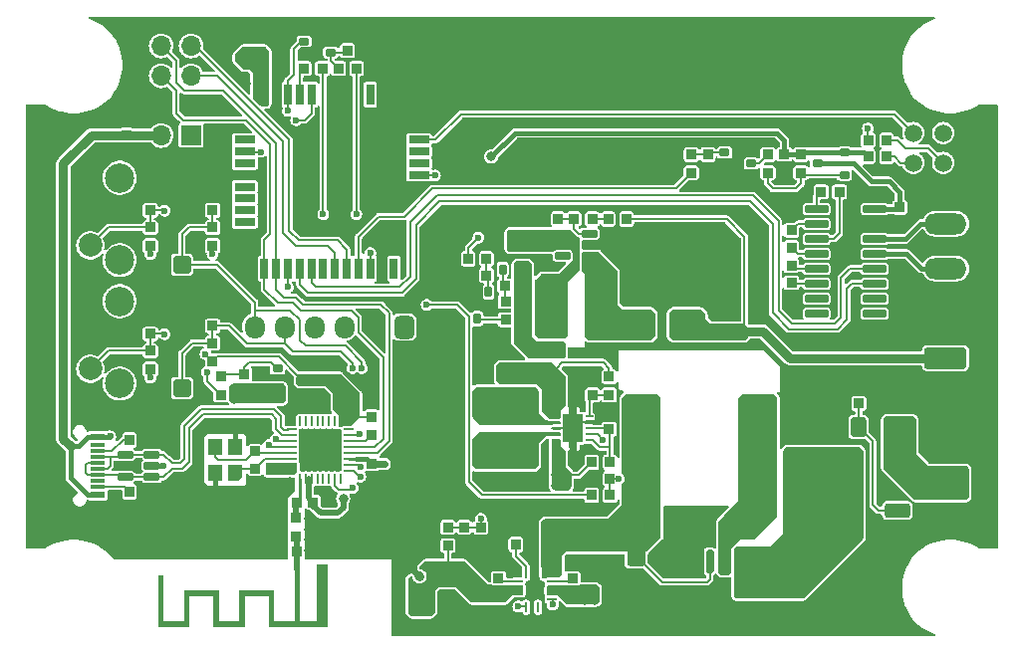
<source format=gtl>
G04 #@! TF.GenerationSoftware,KiCad,Pcbnew,8.0.2-8.0.2-0~ubuntu23.10.1*
G04 #@! TF.CreationDate,2024-05-23T15:30:06+07:00*
G04 #@! TF.ProjectId,Node_RS232,4e6f6465-5f52-4533-9233-322e6b696361,rev?*
G04 #@! TF.SameCoordinates,Original*
G04 #@! TF.FileFunction,Copper,L1,Top*
G04 #@! TF.FilePolarity,Positive*
%FSLAX46Y46*%
G04 Gerber Fmt 4.6, Leading zero omitted, Abs format (unit mm)*
G04 Created by KiCad (PCBNEW 8.0.2-8.0.2-0~ubuntu23.10.1) date 2024-05-23 15:30:06*
%MOMM*%
%LPD*%
G01*
G04 APERTURE LIST*
G04 Aperture macros list*
%AMRoundRect*
0 Rectangle with rounded corners*
0 $1 Rounding radius*
0 $2 $3 $4 $5 $6 $7 $8 $9 X,Y pos of 4 corners*
0 Add a 4 corners polygon primitive as box body*
4,1,4,$2,$3,$4,$5,$6,$7,$8,$9,$2,$3,0*
0 Add four circle primitives for the rounded corners*
1,1,$1+$1,$2,$3*
1,1,$1+$1,$4,$5*
1,1,$1+$1,$6,$7*
1,1,$1+$1,$8,$9*
0 Add four rect primitives between the rounded corners*
20,1,$1+$1,$2,$3,$4,$5,0*
20,1,$1+$1,$4,$5,$6,$7,0*
20,1,$1+$1,$6,$7,$8,$9,0*
20,1,$1+$1,$8,$9,$2,$3,0*%
%AMFreePoly0*
4,1,21,-0.125000,1.200000,0.125000,1.200000,0.125000,1.700000,0.375000,1.700000,0.375000,1.200000,0.825000,1.200000,0.825000,-1.200000,0.375000,-1.200000,0.375000,-1.700000,0.125000,-1.700000,0.125000,-1.200000,-0.125000,-1.200000,-0.125000,-1.700000,-0.375000,-1.700000,-0.375000,-1.200000,-0.825000,-1.200000,-0.825000,1.200000,-0.375000,1.200000,-0.375000,1.700000,-0.125000,1.700000,
-0.125000,1.200000,-0.125000,1.200000,$1*%
%AMFreePoly1*
4,1,18,-0.700000,0.540000,-0.695433,0.562961,-0.682426,0.582426,-0.662961,0.595433,-0.640000,0.600000,0.640000,0.600000,0.662961,0.595433,0.682426,0.582426,0.695433,0.562961,0.700000,0.540000,0.700000,-0.540000,0.695433,-0.562961,0.682426,-0.582426,0.662961,-0.595433,0.640000,-0.600000,-0.400000,-0.600000,-0.700000,-0.300000,-0.700000,0.540000,-0.700000,0.540000,$1*%
G04 Aperture macros list end*
G04 #@! TA.AperFunction,EtchedComponent*
%ADD10C,0.000000*%
G04 #@! TD*
G04 #@! TA.AperFunction,SMDPad,CuDef*
%ADD11RoundRect,0.085000X0.365000X-0.340000X0.365000X0.340000X-0.365000X0.340000X-0.365000X-0.340000X0*%
G04 #@! TD*
G04 #@! TA.AperFunction,SMDPad,CuDef*
%ADD12RoundRect,0.085000X0.340000X0.365000X-0.340000X0.365000X-0.340000X-0.365000X0.340000X-0.365000X0*%
G04 #@! TD*
G04 #@! TA.AperFunction,SMDPad,CuDef*
%ADD13R,2.350000X5.100000*%
G04 #@! TD*
G04 #@! TA.AperFunction,SMDPad,CuDef*
%ADD14R,0.700000X1.800000*%
G04 #@! TD*
G04 #@! TA.AperFunction,SMDPad,CuDef*
%ADD15R,1.800000X0.700000*%
G04 #@! TD*
G04 #@! TA.AperFunction,SMDPad,CuDef*
%ADD16RoundRect,0.250000X-0.550000X1.500000X-0.550000X-1.500000X0.550000X-1.500000X0.550000X1.500000X0*%
G04 #@! TD*
G04 #@! TA.AperFunction,SMDPad,CuDef*
%ADD17RoundRect,0.060000X-0.915000X-0.240000X0.915000X-0.240000X0.915000X0.240000X-0.915000X0.240000X0*%
G04 #@! TD*
G04 #@! TA.AperFunction,SMDPad,CuDef*
%ADD18RoundRect,0.085000X-0.365000X0.340000X-0.365000X-0.340000X0.365000X-0.340000X0.365000X0.340000X0*%
G04 #@! TD*
G04 #@! TA.AperFunction,SMDPad,CuDef*
%ADD19RoundRect,0.085000X-0.340000X-0.365000X0.340000X-0.365000X0.340000X0.365000X-0.340000X0.365000X0*%
G04 #@! TD*
G04 #@! TA.AperFunction,SMDPad,CuDef*
%ADD20R,1.300000X0.600000*%
G04 #@! TD*
G04 #@! TA.AperFunction,SMDPad,CuDef*
%ADD21R,1.300000X0.300000*%
G04 #@! TD*
G04 #@! TA.AperFunction,ComponentPad*
%ADD22O,2.100000X1.000000*%
G04 #@! TD*
G04 #@! TA.AperFunction,ComponentPad*
%ADD23O,1.600000X1.000000*%
G04 #@! TD*
G04 #@! TA.AperFunction,SMDPad,CuDef*
%ADD24RoundRect,0.090000X0.360000X0.210000X-0.360000X0.210000X-0.360000X-0.210000X0.360000X-0.210000X0*%
G04 #@! TD*
G04 #@! TA.AperFunction,ComponentPad*
%ADD25C,2.000000*%
G04 #@! TD*
G04 #@! TA.AperFunction,ComponentPad*
%ADD26C,2.500000*%
G04 #@! TD*
G04 #@! TA.AperFunction,ComponentPad*
%ADD27RoundRect,0.250000X-0.600000X0.725000X-0.600000X-0.725000X0.600000X-0.725000X0.600000X0.725000X0*%
G04 #@! TD*
G04 #@! TA.AperFunction,ComponentPad*
%ADD28O,1.700000X1.950000*%
G04 #@! TD*
G04 #@! TA.AperFunction,ComponentPad*
%ADD29C,1.500000*%
G04 #@! TD*
G04 #@! TA.AperFunction,ComponentPad*
%ADD30RoundRect,0.425000X-0.425000X0.550000X-0.425000X-0.550000X0.425000X-0.550000X0.425000X0.550000X0*%
G04 #@! TD*
G04 #@! TA.AperFunction,ComponentPad*
%ADD31RoundRect,0.250000X1.550000X-0.650000X1.550000X0.650000X-1.550000X0.650000X-1.550000X-0.650000X0*%
G04 #@! TD*
G04 #@! TA.AperFunction,ComponentPad*
%ADD32O,3.600000X1.800000*%
G04 #@! TD*
G04 #@! TA.AperFunction,SMDPad,CuDef*
%ADD33RoundRect,0.090000X-0.560000X-0.210000X0.560000X-0.210000X0.560000X0.210000X-0.560000X0.210000X0*%
G04 #@! TD*
G04 #@! TA.AperFunction,SMDPad,CuDef*
%ADD34R,5.100000X2.350000*%
G04 #@! TD*
G04 #@! TA.AperFunction,SMDPad,CuDef*
%ADD35RoundRect,0.060000X-0.240000X-0.060000X0.240000X-0.060000X0.240000X0.060000X-0.240000X0.060000X0*%
G04 #@! TD*
G04 #@! TA.AperFunction,ComponentPad*
%ADD36C,0.500000*%
G04 #@! TD*
G04 #@! TA.AperFunction,SMDPad,CuDef*
%ADD37FreePoly0,0.000000*%
G04 #@! TD*
G04 #@! TA.AperFunction,SMDPad,CuDef*
%ADD38RoundRect,0.090000X-0.210000X0.360000X-0.210000X-0.360000X0.210000X-0.360000X0.210000X0.360000X0*%
G04 #@! TD*
G04 #@! TA.AperFunction,SMDPad,CuDef*
%ADD39FreePoly1,90.000000*%
G04 #@! TD*
G04 #@! TA.AperFunction,SMDPad,CuDef*
%ADD40RoundRect,0.060000X0.540000X-0.640000X0.540000X0.640000X-0.540000X0.640000X-0.540000X-0.640000X0*%
G04 #@! TD*
G04 #@! TA.AperFunction,SMDPad,CuDef*
%ADD41RoundRect,0.290000X1.160000X2.410000X-1.160000X2.410000X-1.160000X-2.410000X1.160000X-2.410000X0*%
G04 #@! TD*
G04 #@! TA.AperFunction,SMDPad,CuDef*
%ADD42RoundRect,0.250000X0.850000X0.350000X-0.850000X0.350000X-0.850000X-0.350000X0.850000X-0.350000X0*%
G04 #@! TD*
G04 #@! TA.AperFunction,SMDPad,CuDef*
%ADD43RoundRect,0.250000X1.275000X1.125000X-1.275000X1.125000X-1.275000X-1.125000X1.275000X-1.125000X0*%
G04 #@! TD*
G04 #@! TA.AperFunction,SMDPad,CuDef*
%ADD44RoundRect,0.249997X2.950003X2.650003X-2.950003X2.650003X-2.950003X-2.650003X2.950003X-2.650003X0*%
G04 #@! TD*
G04 #@! TA.AperFunction,SMDPad,CuDef*
%ADD45RoundRect,0.090000X-0.360000X-0.210000X0.360000X-0.210000X0.360000X0.210000X-0.360000X0.210000X0*%
G04 #@! TD*
G04 #@! TA.AperFunction,SMDPad,CuDef*
%ADD46RoundRect,0.090000X0.560000X0.210000X-0.560000X0.210000X-0.560000X-0.210000X0.560000X-0.210000X0*%
G04 #@! TD*
G04 #@! TA.AperFunction,SMDPad,CuDef*
%ADD47RoundRect,0.062500X0.062500X-0.375000X0.062500X0.375000X-0.062500X0.375000X-0.062500X-0.375000X0*%
G04 #@! TD*
G04 #@! TA.AperFunction,SMDPad,CuDef*
%ADD48RoundRect,0.062500X0.375000X-0.062500X0.375000X0.062500X-0.375000X0.062500X-0.375000X-0.062500X0*%
G04 #@! TD*
G04 #@! TA.AperFunction,ComponentPad*
%ADD49C,0.600000*%
G04 #@! TD*
G04 #@! TA.AperFunction,SMDPad,CuDef*
%ADD50R,3.450000X3.450000*%
G04 #@! TD*
G04 #@! TA.AperFunction,SMDPad,CuDef*
%ADD51RoundRect,0.062500X-0.375000X-0.062500X0.375000X-0.062500X0.375000X0.062500X-0.375000X0.062500X0*%
G04 #@! TD*
G04 #@! TA.AperFunction,SMDPad,CuDef*
%ADD52RoundRect,0.062500X-0.062500X-0.375000X0.062500X-0.375000X0.062500X0.375000X-0.062500X0.375000X0*%
G04 #@! TD*
G04 #@! TA.AperFunction,HeatsinkPad*
%ADD53C,0.500000*%
G04 #@! TD*
G04 #@! TA.AperFunction,HeatsinkPad*
%ADD54R,1.600000X1.600000*%
G04 #@! TD*
G04 #@! TA.AperFunction,SMDPad,CuDef*
%ADD55RoundRect,0.150000X-0.600000X0.600000X-0.600000X-0.600000X0.600000X-0.600000X0.600000X0.600000X0*%
G04 #@! TD*
G04 #@! TA.AperFunction,SMDPad,CuDef*
%ADD56RoundRect,0.090000X0.210000X-0.360000X0.210000X0.360000X-0.210000X0.360000X-0.210000X-0.360000X0*%
G04 #@! TD*
G04 #@! TA.AperFunction,SMDPad,CuDef*
%ADD57RoundRect,0.090000X-0.210000X0.885000X-0.210000X-0.885000X0.210000X-0.885000X0.210000X0.885000X0*%
G04 #@! TD*
G04 #@! TA.AperFunction,SMDPad,CuDef*
%ADD58RoundRect,0.250000X0.400000X0.600000X-0.400000X0.600000X-0.400000X-0.600000X0.400000X-0.600000X0*%
G04 #@! TD*
G04 #@! TA.AperFunction,ConnectorPad*
%ADD59R,0.500000X0.500000*%
G04 #@! TD*
G04 #@! TA.AperFunction,ComponentPad*
%ADD60R,0.900000X0.500000*%
G04 #@! TD*
G04 #@! TA.AperFunction,SMDPad,CuDef*
%ADD61RoundRect,0.180000X1.020000X0.720000X-1.020000X0.720000X-1.020000X-0.720000X1.020000X-0.720000X0*%
G04 #@! TD*
G04 #@! TA.AperFunction,ComponentPad*
%ADD62R,1.700000X1.700000*%
G04 #@! TD*
G04 #@! TA.AperFunction,ComponentPad*
%ADD63O,1.700000X1.700000*%
G04 #@! TD*
G04 #@! TA.AperFunction,SMDPad,CuDef*
%ADD64RoundRect,0.250000X-1.950000X-1.000000X1.950000X-1.000000X1.950000X1.000000X-1.950000X1.000000X0*%
G04 #@! TD*
G04 #@! TA.AperFunction,ViaPad*
%ADD65C,0.800000*%
G04 #@! TD*
G04 #@! TA.AperFunction,ViaPad*
%ADD66C,0.600000*%
G04 #@! TD*
G04 #@! TA.AperFunction,Conductor*
%ADD67C,0.200000*%
G04 #@! TD*
G04 #@! TA.AperFunction,Conductor*
%ADD68C,0.400000*%
G04 #@! TD*
G04 #@! TA.AperFunction,Conductor*
%ADD69C,0.500000*%
G04 #@! TD*
G04 #@! TA.AperFunction,Conductor*
%ADD70C,0.600000*%
G04 #@! TD*
G04 #@! TA.AperFunction,Conductor*
%ADD71C,0.800000*%
G04 #@! TD*
G04 #@! TA.AperFunction,Conductor*
%ADD72C,0.250000*%
G04 #@! TD*
G04 APERTURE END LIST*
D10*
G04 #@! TA.AperFunction,EtchedComponent*
G36*
X126050000Y-116150000D02*
G01*
X121050000Y-116150000D01*
X121050000Y-113510000D01*
X119050000Y-113510000D01*
X119050000Y-116150000D01*
X116350000Y-116150000D01*
X116350000Y-113510000D01*
X114350000Y-113510000D01*
X114350000Y-116150000D01*
X111650000Y-116150000D01*
X111650000Y-111710000D01*
X112150000Y-111710000D01*
X112150000Y-115650000D01*
X113850000Y-115650000D01*
X113850000Y-113010000D01*
X116850000Y-113010000D01*
X116850000Y-115650000D01*
X118550000Y-115650000D01*
X118550000Y-113010000D01*
X121550000Y-113010000D01*
X121550000Y-115650000D01*
X123250000Y-115650000D01*
X123250000Y-110750000D01*
X123750000Y-110750000D01*
X123750000Y-115650000D01*
X125150000Y-115650000D01*
X125150000Y-111008158D01*
X125451778Y-111008158D01*
X125460218Y-111056417D01*
X125477112Y-111088643D01*
X125512372Y-111121313D01*
X125557682Y-111141408D01*
X125607267Y-111147982D01*
X125655353Y-111140092D01*
X125688245Y-111123186D01*
X125723185Y-111086416D01*
X125742847Y-111041622D01*
X125747583Y-110993215D01*
X125737742Y-110945605D01*
X125713674Y-110903203D01*
X125675731Y-110870419D01*
X125667819Y-110866065D01*
X125625156Y-110853957D01*
X125576637Y-110854700D01*
X125531122Y-110867600D01*
X125512511Y-110878213D01*
X125478868Y-110913447D01*
X125458309Y-110958632D01*
X125451778Y-111008158D01*
X125150000Y-111008158D01*
X125150000Y-110750000D01*
X126050000Y-110750000D01*
X126050000Y-110993215D01*
X126050000Y-116150000D01*
G37*
G04 #@! TD.AperFunction*
D11*
X116300000Y-90500000D03*
X116300000Y-88950000D03*
D12*
X148575000Y-81400000D03*
X147025000Y-81400000D03*
D13*
X145125000Y-89000000D03*
X149275000Y-89000000D03*
D14*
X120700000Y-85625000D03*
X121700000Y-85625000D03*
X122700000Y-85625000D03*
X123700000Y-85625000D03*
X124700000Y-85625000D03*
X125700000Y-85625000D03*
X126700000Y-85625000D03*
X127700000Y-85625000D03*
X128700000Y-85625000D03*
X129700000Y-85625000D03*
X130700000Y-85625000D03*
X131700000Y-85625000D03*
D15*
X133835000Y-77670000D03*
X133835000Y-76670000D03*
X133835000Y-75670000D03*
X133835000Y-74670000D03*
D14*
X131700000Y-70825000D03*
X130700000Y-70825000D03*
X129700000Y-70825000D03*
X124700000Y-70825000D03*
X123700000Y-70825000D03*
X122700000Y-70825000D03*
X121700000Y-70825000D03*
X120700000Y-70825000D03*
D15*
X119035000Y-74670000D03*
X119035000Y-75670000D03*
X119035000Y-76670000D03*
X119035000Y-77670000D03*
X119035000Y-78670000D03*
X119035000Y-79670000D03*
X119035000Y-80670000D03*
X119035000Y-81670000D03*
D11*
X111000000Y-91175000D03*
X111000000Y-89625000D03*
D16*
X152300000Y-109200000D03*
X152300000Y-114600000D03*
D12*
X139575000Y-86200000D03*
X138025000Y-86200000D03*
D11*
X136300000Y-109175000D03*
X136300000Y-107625000D03*
D17*
X167625000Y-80555000D03*
X167625000Y-81825000D03*
X167625000Y-83095000D03*
X167625000Y-84365000D03*
X167625000Y-85635000D03*
X167625000Y-86905000D03*
X167625000Y-88175000D03*
X167625000Y-89445000D03*
X172575000Y-89445000D03*
X172575000Y-88175000D03*
X172575000Y-86905000D03*
X172575000Y-85635000D03*
X172575000Y-84365000D03*
X172575000Y-83095000D03*
X172575000Y-81825000D03*
X172575000Y-80555000D03*
D18*
X129800000Y-98225000D03*
X129800000Y-99775000D03*
X137700000Y-107625000D03*
X137700000Y-109175000D03*
D11*
X127760000Y-67075000D03*
X127760000Y-65525000D03*
D19*
X109225000Y-100200000D03*
X110775000Y-100200000D03*
D20*
X106525000Y-99150000D03*
X106525000Y-99950000D03*
D21*
X106525000Y-101150000D03*
X106525000Y-102150000D03*
X106525000Y-102650000D03*
X106525000Y-103650000D03*
D20*
X106525000Y-104850000D03*
X106525000Y-105650000D03*
X106525000Y-105650000D03*
X106525000Y-104850000D03*
D21*
X106525000Y-104150000D03*
X106525000Y-103150000D03*
X106525000Y-101650000D03*
X106525000Y-100650000D03*
D20*
X106525000Y-99950000D03*
X106525000Y-99150000D03*
D22*
X105530000Y-98080000D03*
D23*
X101350000Y-98080000D03*
D22*
X105530000Y-106720000D03*
D23*
X101350000Y-106720000D03*
D11*
X140600000Y-111975000D03*
X140600000Y-110425000D03*
D19*
X109225000Y-104600000D03*
X110775000Y-104600000D03*
D24*
X126347500Y-67250000D03*
X126347500Y-65350000D03*
X124072500Y-66300000D03*
D12*
X123475000Y-105500000D03*
X121925000Y-105500000D03*
D25*
X105900000Y-79150000D03*
X105900000Y-83650000D03*
D26*
X108400000Y-77900000D03*
X108400000Y-84900000D03*
D12*
X150075000Y-104900000D03*
X148525000Y-104900000D03*
D19*
X120385000Y-67200000D03*
X121935000Y-67200000D03*
D11*
X111000000Y-80675000D03*
X111000000Y-79125000D03*
X116300000Y-83675000D03*
X116300000Y-82125000D03*
X123400000Y-108375000D03*
X123400000Y-106825000D03*
D18*
X160400000Y-89425000D03*
X160400000Y-90975000D03*
D27*
X134035000Y-113950000D03*
D28*
X136575000Y-113950000D03*
D19*
X120385000Y-68600000D03*
X121935000Y-68600000D03*
D29*
X178400000Y-76640000D03*
X178400000Y-74100000D03*
X175860000Y-76640000D03*
X175860000Y-74100000D03*
D30*
X132580000Y-90600000D03*
D28*
X130040000Y-90600000D03*
X127500000Y-90600000D03*
X124960000Y-90600000D03*
X122420000Y-90600000D03*
X119880000Y-90600000D03*
D12*
X151475000Y-81400000D03*
X149925000Y-81400000D03*
D18*
X150000000Y-97725000D03*
X150000000Y-99275000D03*
D12*
X142075000Y-109100000D03*
X140525000Y-109100000D03*
D19*
X128325000Y-96600000D03*
X129875000Y-96600000D03*
D31*
X178600000Y-93230000D03*
D32*
X178600000Y-89420000D03*
X178600000Y-85610000D03*
X178600000Y-81800000D03*
D12*
X128535000Y-68600000D03*
X126985000Y-68600000D03*
X147075000Y-96300000D03*
X145525000Y-96300000D03*
D25*
X105900000Y-89650000D03*
X105900000Y-94150000D03*
D26*
X108400000Y-88400000D03*
X108400000Y-95400000D03*
D18*
X129800000Y-102225000D03*
X129800000Y-103775000D03*
D11*
X146900000Y-114875000D03*
X146900000Y-113325000D03*
D12*
X150075000Y-103500000D03*
X148525000Y-103500000D03*
D33*
X108862500Y-101450000D03*
X108862500Y-102400000D03*
X108862500Y-103350000D03*
X111137500Y-103350000D03*
X111137500Y-102400000D03*
X111137500Y-101450000D03*
D34*
X141200000Y-97125000D03*
X141200000Y-101275000D03*
D35*
X145510000Y-98210000D03*
X145510000Y-98710000D03*
X145510000Y-99210000D03*
X145510000Y-99710000D03*
X145510000Y-100210000D03*
X148310000Y-100210000D03*
X148310000Y-99710000D03*
X148310000Y-99210000D03*
X148310000Y-98710000D03*
X148310000Y-98210000D03*
D36*
X146335000Y-99210000D03*
X146910000Y-98260000D03*
D37*
X146910000Y-99210000D03*
D36*
X146910000Y-100160000D03*
X147485000Y-99210000D03*
D18*
X166300000Y-75925000D03*
X166300000Y-77475000D03*
X117000000Y-94825000D03*
X117000000Y-96375000D03*
D19*
X138025000Y-84800000D03*
X139575000Y-84800000D03*
D38*
X139750000Y-87612500D03*
X137850000Y-87612500D03*
X138800000Y-89887500D03*
D18*
X164900000Y-75900000D03*
X164900000Y-77450000D03*
X163500000Y-75925000D03*
X163500000Y-77475000D03*
D39*
X118250000Y-103000000D03*
D40*
X118250000Y-100800000D03*
X116550000Y-100800000D03*
X116550000Y-103000000D03*
D41*
X162650000Y-99200000D03*
X152750000Y-99200000D03*
D42*
X174500000Y-106200000D03*
D43*
X169875000Y-105445000D03*
X169875000Y-102395000D03*
D44*
X168200000Y-103920000D03*
D43*
X166525000Y-105445000D03*
X166525000Y-102395000D03*
D42*
X174500000Y-101640000D03*
D19*
X143425000Y-109100000D03*
X144975000Y-109100000D03*
X124085000Y-68600000D03*
X125635000Y-68600000D03*
D12*
X173575000Y-74700000D03*
X172025000Y-74700000D03*
D18*
X158400000Y-75925000D03*
X158400000Y-77475000D03*
X165500000Y-83825000D03*
X165500000Y-85375000D03*
D12*
X172775000Y-97100000D03*
X171225000Y-97100000D03*
D11*
X146900000Y-111975000D03*
X146900000Y-110425000D03*
D45*
X121812500Y-94150000D03*
X121812500Y-96050000D03*
X124087500Y-95100000D03*
D11*
X120400000Y-96175000D03*
X120400000Y-94625000D03*
D46*
X148337500Y-84550000D03*
X148337500Y-83600000D03*
X148337500Y-82650000D03*
X146062500Y-82650000D03*
X146062500Y-83600000D03*
X146062500Y-84550000D03*
D47*
X123700000Y-103500000D03*
X124200000Y-103500000D03*
X124700000Y-103500000D03*
X125200000Y-103500000D03*
X125700000Y-103500000D03*
X126200000Y-103500000D03*
X126700000Y-103500000D03*
X127200000Y-103500000D03*
D48*
X127887500Y-102812500D03*
X127887500Y-102312500D03*
X127887500Y-101812500D03*
X127887500Y-101312500D03*
X127887500Y-100812500D03*
X127887500Y-100312500D03*
X127887500Y-99812500D03*
X127887500Y-99312500D03*
D47*
X127200000Y-98625000D03*
X126700000Y-98625000D03*
X126200000Y-98625000D03*
X125700000Y-98625000D03*
X125200000Y-98625000D03*
X124700000Y-98625000D03*
X124200000Y-98625000D03*
X123700000Y-98625000D03*
D48*
X123012500Y-99312500D03*
X123012500Y-99812500D03*
X123012500Y-100312500D03*
X123012500Y-100812500D03*
X123012500Y-101312500D03*
X123012500Y-101812500D03*
X123012500Y-102312500D03*
X123012500Y-102812500D03*
D49*
X124850000Y-101662500D03*
X126050000Y-101662500D03*
X125450000Y-101062500D03*
D50*
X125450000Y-101062500D03*
D49*
X124850000Y-100487500D03*
X126050000Y-100487500D03*
D19*
X148525000Y-102100000D03*
X150075000Y-102100000D03*
X124825000Y-105500000D03*
X126375000Y-105500000D03*
D11*
X119900000Y-104175000D03*
X119900000Y-102625000D03*
X140600000Y-114875000D03*
X140600000Y-113325000D03*
D12*
X147075000Y-102100000D03*
X145525000Y-102100000D03*
D11*
X119000000Y-96175000D03*
X119000000Y-94625000D03*
X148600000Y-96375000D03*
X148600000Y-94825000D03*
D24*
X169987500Y-77650000D03*
X169987500Y-75750000D03*
X167712500Y-76700000D03*
D51*
X142262500Y-112241421D03*
X142262500Y-112741421D03*
X142262500Y-113241421D03*
X142262500Y-113741421D03*
D52*
X142950000Y-114428921D03*
X143450000Y-114428921D03*
X143950000Y-114428921D03*
X144450000Y-114428921D03*
D51*
X145137500Y-113741421D03*
X145137500Y-113241421D03*
X145137500Y-112741421D03*
X145137500Y-112241421D03*
D52*
X144450000Y-111553921D03*
X143950000Y-111553921D03*
X143450000Y-111553921D03*
X142950000Y-111553921D03*
D53*
X143150000Y-112441421D03*
X143150000Y-113541421D03*
X143700000Y-112991421D03*
D54*
X143700000Y-112991421D03*
D53*
X144250000Y-112441421D03*
X144250000Y-113541421D03*
D18*
X165500000Y-86825000D03*
X165500000Y-88375000D03*
D55*
X113700000Y-88000000D03*
X113700000Y-95800000D03*
D56*
X140950000Y-85687500D03*
X142850000Y-85687500D03*
X141900000Y-83412500D03*
D18*
X121300000Y-102625000D03*
X121300000Y-104175000D03*
D45*
X159812500Y-75750000D03*
X159812500Y-77650000D03*
X162087500Y-76700000D03*
D12*
X145675000Y-81400000D03*
X144125000Y-81400000D03*
D57*
X161105000Y-110525000D03*
X159835000Y-110525000D03*
X158565000Y-110525000D03*
X157295000Y-110525000D03*
X157295000Y-115475000D03*
X158565000Y-115475000D03*
X159835000Y-115475000D03*
X161105000Y-115475000D03*
D11*
X174700000Y-81975000D03*
X174700000Y-80425000D03*
D19*
X168025000Y-79100000D03*
X169575000Y-79100000D03*
D11*
X116300000Y-93500000D03*
X116300000Y-91950000D03*
D58*
X174700000Y-99100000D03*
X171200000Y-99100000D03*
D31*
X178600000Y-104200000D03*
D32*
X178600000Y-100390000D03*
D12*
X142675000Y-87100000D03*
X141125000Y-87100000D03*
D18*
X159000000Y-89425000D03*
X159000000Y-90975000D03*
D11*
X144300000Y-84975000D03*
X144300000Y-83425000D03*
X141200000Y-89975000D03*
X141200000Y-88425000D03*
X116300000Y-80675000D03*
X116300000Y-79125000D03*
D18*
X119900000Y-99625000D03*
X119900000Y-101175000D03*
X150000000Y-94825000D03*
X150000000Y-96375000D03*
D59*
X123500000Y-111000000D03*
D60*
X125600000Y-111000000D03*
D11*
X111000000Y-83675000D03*
X111000000Y-82125000D03*
X111000000Y-94175000D03*
X111000000Y-92625000D03*
D12*
X126975000Y-96600000D03*
X125425000Y-96600000D03*
X123475000Y-109700000D03*
X121925000Y-109700000D03*
D11*
X139100000Y-109175000D03*
X139100000Y-107625000D03*
X165500000Y-82375000D03*
X165500000Y-80825000D03*
D61*
X161150000Y-107500000D03*
X157100000Y-107500000D03*
D55*
X113700000Y-77500000D03*
X113700000Y-85300000D03*
D11*
X109000000Y-74275000D03*
X109000000Y-72725000D03*
D62*
X114475000Y-74300000D03*
D63*
X111935000Y-74300000D03*
X114475000Y-71760000D03*
X111935000Y-71760000D03*
X114475000Y-69220000D03*
X111935000Y-69220000D03*
X114475000Y-66680000D03*
X111935000Y-66680000D03*
D12*
X173575000Y-76100000D03*
X172025000Y-76100000D03*
D11*
X157000000Y-77475000D03*
X157000000Y-75925000D03*
D64*
X164400000Y-112200000D03*
X171800000Y-112200000D03*
D61*
X156550000Y-90200000D03*
X152500000Y-90200000D03*
D12*
X147075000Y-94900000D03*
X145525000Y-94900000D03*
D65*
X161800000Y-75200000D03*
X164900000Y-78100000D03*
X117300000Y-109900000D03*
X134500000Y-97200000D03*
X155700000Y-113200000D03*
X169100000Y-116100000D03*
X161700000Y-67900000D03*
X162800000Y-87300000D03*
X159700000Y-65200000D03*
X122900000Y-98500000D03*
X157700000Y-65200000D03*
X113300000Y-108200000D03*
X161900000Y-115400000D03*
X158600000Y-108700000D03*
X103300000Y-106800000D03*
X152500000Y-87300000D03*
X141700000Y-105800000D03*
X139600000Y-110600000D03*
X107100000Y-75600000D03*
X165600000Y-99100000D03*
X165700000Y-65200000D03*
X147000000Y-92800000D03*
X182500000Y-88700000D03*
X121500000Y-66200000D03*
X169600000Y-99100000D03*
X136500000Y-93200000D03*
X137200000Y-71600000D03*
X158000000Y-78500000D03*
X170200000Y-84300000D03*
X139700000Y-105800000D03*
X119300000Y-106300000D03*
X163700000Y-70700000D03*
X182500000Y-90700000D03*
X136900000Y-82500000D03*
X101400000Y-102700000D03*
X124500000Y-96600000D03*
X122300000Y-108700000D03*
X143400000Y-115400000D03*
X107700000Y-99000000D03*
X182500000Y-78700000D03*
X109300000Y-106300000D03*
X176600000Y-95000000D03*
X143700000Y-65200000D03*
X105900000Y-86600000D03*
X135300000Y-71600000D03*
X167800000Y-65200000D03*
X136000000Y-81000000D03*
X172800000Y-96100000D03*
X171800000Y-70700000D03*
X174600000Y-95000000D03*
X159700000Y-67900000D03*
X152500000Y-83400000D03*
X171800000Y-67900000D03*
X167800000Y-70700000D03*
X147400000Y-77500000D03*
X175500000Y-87600000D03*
X126800000Y-66200000D03*
X163100000Y-116100000D03*
X153400000Y-74900000D03*
X134500000Y-99200000D03*
X115300000Y-88900000D03*
X136900000Y-101200000D03*
X134500000Y-93200000D03*
X109300000Y-108200000D03*
X107100000Y-80800000D03*
X149300000Y-110400000D03*
X144900000Y-77500000D03*
X172800000Y-98100000D03*
X170600000Y-91900000D03*
X147700000Y-70700000D03*
X182500000Y-76700000D03*
X141700000Y-107500000D03*
X122600000Y-104600000D03*
X122900000Y-103800000D03*
X182500000Y-106700000D03*
X166800000Y-79500000D03*
X111700000Y-99400000D03*
X134500000Y-95200000D03*
D66*
X115300000Y-100600000D03*
X118900000Y-104400000D03*
D65*
X158600000Y-106300000D03*
X121000000Y-106300000D03*
X117400000Y-79100000D03*
D66*
X115800000Y-99400000D03*
D65*
X153400000Y-77500000D03*
X136900000Y-87900000D03*
X153600000Y-85400000D03*
X151600000Y-85400000D03*
X160500000Y-83400000D03*
X110900000Y-97600000D03*
X176600000Y-98000000D03*
X108400000Y-91200000D03*
X180600000Y-98000000D03*
X132100000Y-116100000D03*
X146900000Y-97300000D03*
X169600000Y-96900000D03*
X165500000Y-79900000D03*
X124500000Y-108700000D03*
X165100000Y-116100000D03*
X161000000Y-76700000D03*
X159600000Y-85400000D03*
X122300000Y-107800000D03*
X132500000Y-88700000D03*
X127100000Y-70500000D03*
X139700000Y-103500000D03*
D66*
X118900000Y-99400000D03*
D65*
X134500000Y-87200000D03*
X143700000Y-70700000D03*
X178600000Y-83700000D03*
X139600000Y-115300000D03*
X121000000Y-105100000D03*
X171600000Y-79500000D03*
X151400000Y-77500000D03*
X139500000Y-94800000D03*
X113700000Y-91200000D03*
X182500000Y-80700000D03*
X111400000Y-70600000D03*
X145700000Y-65200000D03*
X131700000Y-69300000D03*
X124300000Y-77900000D03*
D66*
X115300000Y-103200000D03*
D65*
X176000000Y-83700000D03*
X162800000Y-83300000D03*
X153600000Y-116000000D03*
X161800000Y-78400000D03*
X116300000Y-78200000D03*
X148600000Y-92800000D03*
D66*
X117400000Y-99400000D03*
D65*
X114600000Y-93700000D03*
X111300000Y-108200000D03*
X133900000Y-111800000D03*
X125700000Y-104600000D03*
X144600000Y-115400000D03*
X171100000Y-81800000D03*
X136600000Y-78100000D03*
X146900000Y-115900000D03*
X129800000Y-105700000D03*
X101400000Y-88700000D03*
X130000000Y-80300000D03*
X124500000Y-106900000D03*
X101400000Y-82700000D03*
X178600000Y-95000000D03*
X132000000Y-78300000D03*
X128000000Y-109900000D03*
X127100000Y-81900000D03*
X115300000Y-108200000D03*
X165600000Y-96900000D03*
X157700000Y-70700000D03*
X182500000Y-72700000D03*
X179500000Y-87600000D03*
X136600000Y-74800000D03*
X143700000Y-67900000D03*
X171100000Y-114000000D03*
X119100000Y-69900000D03*
X109800000Y-79200000D03*
X132100000Y-109300000D03*
X161200000Y-81000000D03*
X110600000Y-75600000D03*
X171100000Y-110400000D03*
X160400000Y-88500000D03*
X138100000Y-116100000D03*
X119300000Y-108200000D03*
D66*
X109800000Y-102400000D03*
D65*
X133200000Y-66300000D03*
X182500000Y-94700000D03*
X130000000Y-108700000D03*
X136600000Y-76100000D03*
X153700000Y-67900000D03*
X134500000Y-103200000D03*
X182500000Y-74700000D03*
X127100000Y-72500000D03*
X113700000Y-89300000D03*
X111700000Y-104600000D03*
X125400000Y-97600000D03*
X167100000Y-116100000D03*
X180300000Y-76700000D03*
X160500000Y-87300000D03*
X180600000Y-107700000D03*
X117300000Y-66400000D03*
X159900000Y-114000000D03*
X159700000Y-70700000D03*
X182500000Y-108700000D03*
X117500000Y-77700000D03*
X130700000Y-66300000D03*
X149500000Y-83600000D03*
X180300000Y-74700000D03*
X163700000Y-67900000D03*
X134500000Y-107300000D03*
X113300000Y-109900000D03*
X169800000Y-67900000D03*
X124300000Y-74500000D03*
X122700000Y-94900000D03*
X134500000Y-109300000D03*
X132000000Y-82300000D03*
X176600000Y-107700000D03*
X177500000Y-91200000D03*
X123200000Y-96600000D03*
X172600000Y-91900000D03*
X115300000Y-109900000D03*
X138600000Y-76100000D03*
X169800000Y-65200000D03*
X180600000Y-95000000D03*
X124500000Y-107800000D03*
X130700000Y-84100000D03*
X134500000Y-105200000D03*
X167600000Y-99100000D03*
X124300000Y-81900000D03*
X136100000Y-116100000D03*
X101400000Y-104700000D03*
X166600000Y-91900000D03*
X151000000Y-113200000D03*
X173800000Y-70700000D03*
X121000000Y-109700000D03*
X115300000Y-79100000D03*
X103500000Y-74700000D03*
X168600000Y-95000000D03*
D66*
X115800000Y-104400000D03*
D65*
X147700000Y-67900000D03*
X164600000Y-80600000D03*
X101400000Y-92700000D03*
X173700000Y-97100000D03*
X149400000Y-74900000D03*
X117300000Y-106300000D03*
D66*
X119400000Y-103600000D03*
D65*
X114600000Y-81000000D03*
X101400000Y-84700000D03*
D66*
X120500000Y-103600000D03*
D65*
X125300000Y-66200000D03*
X147700000Y-65200000D03*
X182500000Y-104700000D03*
X122300000Y-106900000D03*
X134500000Y-85200000D03*
X182500000Y-102700000D03*
X111300000Y-106300000D03*
X109300000Y-109900000D03*
X124300000Y-79900000D03*
X151700000Y-67900000D03*
X130700000Y-69300000D03*
X117300000Y-67900000D03*
X170700000Y-74600000D03*
D66*
X115300000Y-101900000D03*
D65*
X158500000Y-87300000D03*
X140500000Y-108100000D03*
X148700000Y-116000000D03*
X101400000Y-80700000D03*
X182500000Y-84700000D03*
X118300000Y-89000000D03*
X124600000Y-93900000D03*
X137400000Y-67700000D03*
X113300000Y-106300000D03*
X135300000Y-69600000D03*
X109000000Y-71800000D03*
X149500000Y-106100000D03*
X136900000Y-97200000D03*
X173800000Y-65200000D03*
X130000000Y-109900000D03*
D66*
X110200000Y-100700000D03*
D65*
X151000000Y-116000000D03*
X147400000Y-74900000D03*
X155700000Y-116100000D03*
X162800000Y-89300000D03*
X138900000Y-93900000D03*
X173100000Y-116100000D03*
X132300000Y-73500000D03*
X177500000Y-87600000D03*
X126600000Y-93900000D03*
X155600000Y-85400000D03*
X138600000Y-78100000D03*
X175100000Y-116100000D03*
X132100000Y-112700000D03*
X158600000Y-114000000D03*
X147800000Y-94400000D03*
X128000000Y-108700000D03*
X115300000Y-106300000D03*
X145700000Y-70700000D03*
X182500000Y-86700000D03*
X117300000Y-108200000D03*
X156500000Y-110000000D03*
X157300000Y-114000000D03*
X147900000Y-114900000D03*
X132000000Y-80300000D03*
D66*
X147900000Y-103700000D03*
D65*
X167500000Y-74600000D03*
X127100000Y-77900000D03*
X101400000Y-90700000D03*
X167800000Y-67900000D03*
X119900000Y-98800000D03*
X133300000Y-71600000D03*
X180300000Y-78600000D03*
X141600000Y-115000000D03*
X157600000Y-85400000D03*
X136900000Y-95200000D03*
X169100000Y-74600000D03*
X134300000Y-73500000D03*
X126000000Y-109900000D03*
X163700000Y-65200000D03*
X108000000Y-72700000D03*
X161700000Y-70700000D03*
X117400000Y-83000000D03*
D66*
X117400000Y-104400000D03*
D65*
X150300000Y-92800000D03*
X141400000Y-65200000D03*
X108200000Y-97600000D03*
X151700000Y-70700000D03*
X162800000Y-85300000D03*
X101400000Y-76700000D03*
X154400000Y-110700000D03*
X182500000Y-92700000D03*
X136900000Y-84500000D03*
X155600000Y-108700000D03*
X153700000Y-70700000D03*
X149700000Y-67900000D03*
X114600000Y-83400000D03*
X140600000Y-115800000D03*
X171100000Y-116100000D03*
X159000000Y-88500000D03*
X182500000Y-100700000D03*
X118300000Y-92300000D03*
X136900000Y-86500000D03*
X153600000Y-113200000D03*
X154500000Y-87300000D03*
X178600000Y-98000000D03*
X112500000Y-94200000D03*
X115800000Y-71300000D03*
X170600000Y-95000000D03*
X121800000Y-69500000D03*
X171800000Y-65200000D03*
X130300000Y-73500000D03*
X155400000Y-77500000D03*
X101400000Y-100700000D03*
X165800000Y-89400000D03*
X173100000Y-114000000D03*
X112600000Y-72900000D03*
X105900000Y-96500000D03*
X127100000Y-74500000D03*
X171000000Y-78400000D03*
X153700000Y-65200000D03*
X166600000Y-95000000D03*
X130000000Y-78300000D03*
X117400000Y-81000000D03*
X101400000Y-96700000D03*
X173100000Y-110400000D03*
X155400000Y-74900000D03*
X147800000Y-95500000D03*
X115300000Y-86400000D03*
X179500000Y-91200000D03*
X136500000Y-91200000D03*
X151700000Y-65200000D03*
X173500000Y-79500000D03*
X127100000Y-79900000D03*
X172600000Y-107700000D03*
X155700000Y-67900000D03*
X151400000Y-74900000D03*
X119800000Y-83000000D03*
X119900000Y-105100000D03*
X156500000Y-83400000D03*
X178500000Y-78600000D03*
X161700000Y-65200000D03*
X101400000Y-108900000D03*
X182500000Y-98700000D03*
X124500000Y-109600000D03*
X109900000Y-89600000D03*
X158500000Y-83400000D03*
X138600000Y-73900000D03*
X126000000Y-108700000D03*
X156500000Y-111300000D03*
X145200000Y-85500000D03*
X149700000Y-65200000D03*
X134500000Y-83200000D03*
X128900000Y-92500000D03*
X105900000Y-91900000D03*
X134500000Y-101200000D03*
X169800000Y-70700000D03*
X130700000Y-82300000D03*
X141700000Y-103500000D03*
X144700000Y-80700000D03*
X136900000Y-105200000D03*
X149300000Y-111900000D03*
X141600000Y-110600000D03*
X122800000Y-66200000D03*
X167600000Y-96900000D03*
X175500000Y-91200000D03*
X112500000Y-92300000D03*
X155700000Y-70700000D03*
X136900000Y-99200000D03*
X149400000Y-77500000D03*
X132100000Y-107300000D03*
X148000000Y-101000000D03*
X172900000Y-77200000D03*
X165700000Y-70700000D03*
X134500000Y-91200000D03*
X101400000Y-86700000D03*
X130900000Y-104700000D03*
X136900000Y-103200000D03*
X132100000Y-114700000D03*
X134100000Y-116100000D03*
X182500000Y-96700000D03*
X145900000Y-114900000D03*
X157700000Y-67900000D03*
X128600000Y-66200000D03*
X155600000Y-106300000D03*
X133300000Y-69600000D03*
X113700000Y-97600000D03*
X101400000Y-74700000D03*
X101400000Y-78700000D03*
X174600000Y-107700000D03*
X173800000Y-67900000D03*
X111300000Y-109900000D03*
X176500000Y-78600000D03*
X178600000Y-107700000D03*
X159400000Y-78600000D03*
X172600000Y-95000000D03*
X168600000Y-91900000D03*
X114000000Y-79100000D03*
D66*
X119400000Y-100200000D03*
D65*
X145700000Y-67900000D03*
X143600000Y-110600000D03*
X143700000Y-73300000D03*
X149700000Y-70700000D03*
X101400000Y-72700000D03*
X146900000Y-101300000D03*
X149100000Y-97500000D03*
D66*
X110200000Y-104100000D03*
D65*
X135700000Y-66300000D03*
X154500000Y-83400000D03*
X119300000Y-109900000D03*
X101400000Y-94700000D03*
X182500000Y-82700000D03*
X107700000Y-105700000D03*
X175600000Y-81400000D03*
X116100000Y-66400000D03*
X143400000Y-108100000D03*
X156500000Y-87300000D03*
X165700000Y-67900000D03*
X119000000Y-85600000D03*
X155700000Y-65200000D03*
D66*
X112200000Y-80700000D03*
X122700000Y-72200000D03*
D65*
X118100000Y-95800000D03*
X141800000Y-94100000D03*
X140000000Y-76100000D03*
X140900000Y-95000000D03*
X141800000Y-95000000D03*
D66*
X111000000Y-84400000D03*
D65*
X119100000Y-68300000D03*
X119600000Y-67600000D03*
X118100000Y-96700000D03*
D66*
X111000000Y-94900000D03*
D65*
X118600000Y-67600000D03*
X140900000Y-94100000D03*
D66*
X144975000Y-109870710D03*
X107600000Y-99900000D03*
D65*
X145500000Y-107300000D03*
D66*
X112100000Y-102400000D03*
D65*
X144600000Y-107300000D03*
X144600000Y-108200000D03*
X145500000Y-108200000D03*
D66*
X142274863Y-114366420D03*
D65*
X145850000Y-92700000D03*
X147900000Y-113800000D03*
X147900000Y-112900000D03*
D66*
X172000000Y-73700000D03*
D65*
X146400000Y-103200000D03*
X146400000Y-104100000D03*
X148800000Y-113800000D03*
X144850000Y-92700000D03*
X145500000Y-103200000D03*
X145500000Y-104100000D03*
X148800000Y-112900000D03*
D66*
X120400000Y-75700000D03*
X139100000Y-106900000D03*
D65*
X126200000Y-95100000D03*
D66*
X116300000Y-84400000D03*
D65*
X127400000Y-105201142D03*
D66*
X130950000Y-102250000D03*
D65*
X122100000Y-102600000D03*
X127100000Y-95100000D03*
D66*
X115700000Y-92900000D03*
X128200000Y-104275736D03*
X128199997Y-94100000D03*
X129000000Y-94100000D03*
X128800000Y-99700000D03*
X123400000Y-73000000D03*
X112200000Y-91200000D03*
X145200000Y-114200000D03*
X121661605Y-100128335D03*
X121048994Y-100642837D03*
X128500000Y-81000000D03*
X128850664Y-103312488D03*
X125700000Y-81000000D03*
X128845946Y-102512500D03*
X122700000Y-87200000D03*
X115798052Y-94409179D03*
X149475000Y-100178761D03*
X150800000Y-103500000D03*
X138900000Y-83000000D03*
X135200000Y-77700000D03*
X129700000Y-84300000D03*
X134500000Y-88700000D03*
D67*
X135000000Y-78800000D02*
X155100000Y-78800000D01*
X157000000Y-77475000D02*
X155675000Y-78800000D01*
X155675000Y-78800000D02*
X155100000Y-78800000D01*
X166300000Y-77475000D02*
X166300000Y-78400000D01*
X166300000Y-78400000D02*
X165900000Y-78800000D01*
X165900000Y-78800000D02*
X163900000Y-78800000D01*
X163900000Y-78800000D02*
X163500000Y-78400000D01*
X163500000Y-78400000D02*
X163500000Y-77475000D01*
X166300000Y-77475000D02*
X166475000Y-77650000D01*
X166475000Y-77650000D02*
X169987500Y-77650000D01*
D68*
X142000000Y-74100000D02*
X164300000Y-74100000D01*
X164900000Y-75900000D02*
X164900000Y-74700000D01*
X164900000Y-74700000D02*
X164300000Y-74100000D01*
X166300000Y-75925000D02*
X164925000Y-75925000D01*
X164925000Y-75925000D02*
X164900000Y-75900000D01*
D69*
X123500000Y-109725000D02*
X123475000Y-109700000D01*
X123475000Y-109700000D02*
X123475000Y-108450000D01*
X123475000Y-108450000D02*
X123400000Y-108375000D01*
X123500000Y-111000000D02*
X123500000Y-109725000D01*
D70*
X146910000Y-101935000D02*
X147075000Y-102100000D01*
D68*
X115300000Y-103900000D02*
X115800000Y-104400000D01*
D67*
X147075000Y-96300000D02*
X147075000Y-94900000D01*
D68*
X116550000Y-104400000D02*
X117400000Y-104400000D01*
X119900000Y-99625000D02*
X119675000Y-99400000D01*
D70*
X146910000Y-98260000D02*
X146910000Y-96465000D01*
D67*
X148100000Y-103500000D02*
X147900000Y-103700000D01*
X149015000Y-98710000D02*
X150000000Y-97725000D01*
X137850000Y-86375000D02*
X138025000Y-86200000D01*
D68*
X115300000Y-100600000D02*
X115300000Y-101900000D01*
X117400000Y-99400000D02*
X115800000Y-99400000D01*
D67*
X148525000Y-103500000D02*
X148100000Y-103500000D01*
X148310000Y-98710000D02*
X146835000Y-98710000D01*
D68*
X115700000Y-99400000D02*
X115800000Y-99400000D01*
X118250000Y-100800000D02*
X118250000Y-99400000D01*
X119675000Y-104400000D02*
X119900000Y-104175000D01*
D70*
X146910000Y-100160000D02*
X146910000Y-101935000D01*
D67*
X145510000Y-99210000D02*
X146335000Y-99210000D01*
D68*
X115300000Y-99800000D02*
X115700000Y-99400000D01*
X115300000Y-101900000D02*
X115300000Y-103200000D01*
X119675000Y-99400000D02*
X118900000Y-99400000D01*
X115300000Y-100600000D02*
X115300000Y-99800000D01*
X118250000Y-99400000D02*
X117400000Y-99400000D01*
D70*
X146910000Y-96465000D02*
X147075000Y-96300000D01*
D68*
X117400000Y-104400000D02*
X118900000Y-104400000D01*
X108862500Y-102400000D02*
X109800000Y-102400000D01*
D67*
X146835000Y-98710000D02*
X146335000Y-99210000D01*
D68*
X118900000Y-99400000D02*
X118250000Y-99400000D01*
D67*
X137850000Y-87612500D02*
X137850000Y-86375000D01*
D68*
X115800000Y-104400000D02*
X116550000Y-104400000D01*
X118900000Y-104400000D02*
X119675000Y-104400000D01*
X115300000Y-103200000D02*
X115300000Y-103900000D01*
X116550000Y-103000000D02*
X116550000Y-104400000D01*
D67*
X148310000Y-98710000D02*
X149015000Y-98710000D01*
X134035000Y-113950000D02*
X134035000Y-112765000D01*
X140600000Y-113325000D02*
X138825000Y-113325000D01*
X136000000Y-110800000D02*
X136300000Y-110800000D01*
X134035000Y-112765000D02*
X136000000Y-110800000D01*
X138825000Y-113325000D02*
X136300000Y-110800000D01*
X136300000Y-110800000D02*
X136300000Y-109175000D01*
X123200000Y-66936250D02*
X123836250Y-66300000D01*
X111000000Y-82125000D02*
X107425000Y-82125000D01*
X123836250Y-66300000D02*
X124072500Y-66300000D01*
X123200000Y-69100000D02*
X123200000Y-66936250D01*
X122700000Y-69600000D02*
X123200000Y-69100000D01*
X122700000Y-70825000D02*
X122700000Y-69600000D01*
X111000000Y-82125000D02*
X111000000Y-80675000D01*
X122700000Y-70825000D02*
X122700000Y-72200000D01*
X107425000Y-82125000D02*
X105900000Y-83650000D01*
X112200000Y-80700000D02*
X112175000Y-80675000D01*
X112175000Y-80675000D02*
X111000000Y-80675000D01*
D68*
X166475000Y-75750000D02*
X166300000Y-75925000D01*
D67*
X120700000Y-68915000D02*
X120385000Y-68600000D01*
D68*
X171675000Y-75750000D02*
X172025000Y-76100000D01*
D67*
X146000000Y-93600000D02*
X145525000Y-94075000D01*
X120385000Y-68600000D02*
X120385000Y-67200000D01*
X150000000Y-94100000D02*
X149500000Y-93600000D01*
X120700000Y-70825000D02*
X120700000Y-68915000D01*
X111000000Y-94175000D02*
X111000000Y-94900000D01*
X145525000Y-96300000D02*
X145525000Y-94900000D01*
X111000000Y-83675000D02*
X111000000Y-84400000D01*
X145525000Y-98195000D02*
X145510000Y-98210000D01*
X149500000Y-93600000D02*
X146000000Y-93600000D01*
X145525000Y-96300000D02*
X145525000Y-98195000D01*
X150000000Y-94825000D02*
X150000000Y-94100000D01*
D68*
X140000000Y-76100000D02*
X142000000Y-74100000D01*
D67*
X145525000Y-94075000D02*
X145525000Y-94900000D01*
D68*
X169987500Y-75750000D02*
X166475000Y-75750000D01*
X169987500Y-75750000D02*
X171675000Y-75750000D01*
D67*
X165760000Y-85635000D02*
X165500000Y-85375000D01*
X167625000Y-85635000D02*
X165760000Y-85635000D01*
X167625000Y-84365000D02*
X166040000Y-84365000D01*
X166040000Y-84365000D02*
X165500000Y-83825000D01*
X166050000Y-81825000D02*
X165500000Y-82375000D01*
X167625000Y-81825000D02*
X166050000Y-81825000D01*
X164400000Y-112200000D02*
X168200000Y-108400000D01*
X168200000Y-108400000D02*
X168200000Y-103920000D01*
X162780000Y-112200000D02*
X161105000Y-110525000D01*
X164400000Y-112200000D02*
X162780000Y-112200000D01*
D68*
X106525000Y-99950000D02*
X107550000Y-99950000D01*
D67*
X158565000Y-112035000D02*
X158300000Y-112300000D01*
D68*
X106525000Y-99950000D02*
X105656016Y-99950000D01*
D67*
X144975000Y-109100000D02*
X144975000Y-109870710D01*
D68*
X104206016Y-100706016D02*
X104900000Y-100706016D01*
X107550000Y-99950000D02*
X107600000Y-99900000D01*
D71*
X104206016Y-100706016D02*
X103600000Y-100100000D01*
D68*
X111137500Y-102400000D02*
X112100000Y-102400000D01*
D67*
X142887499Y-114366420D02*
X142950000Y-114428921D01*
D68*
X104206016Y-100706016D02*
X104206016Y-103400000D01*
D67*
X154500000Y-112300000D02*
X152300000Y-110100000D01*
X142274863Y-114366420D02*
X142887499Y-114366420D01*
D71*
X103600000Y-76700000D02*
X106025000Y-74275000D01*
D67*
X152300000Y-110100000D02*
X152300000Y-109200000D01*
D71*
X109000000Y-74275000D02*
X111910000Y-74275000D01*
X103600000Y-100100000D02*
X103600000Y-76700000D01*
D70*
X111910000Y-74275000D02*
X111935000Y-74300000D01*
D68*
X105656016Y-104850000D02*
X106525000Y-104850000D01*
X104206016Y-103400000D02*
X105656016Y-104850000D01*
X105656016Y-99950000D02*
X104900000Y-100706016D01*
D67*
X158300000Y-112300000D02*
X154500000Y-112300000D01*
X158565000Y-110525000D02*
X158565000Y-112035000D01*
D71*
X106025000Y-74275000D02*
X109000000Y-74275000D01*
D67*
X172000000Y-73700000D02*
X172000000Y-74675000D01*
X145510000Y-100210000D02*
X145525000Y-100225000D01*
X145525000Y-100225000D02*
X145525000Y-102100000D01*
X147425000Y-103200000D02*
X145875000Y-103200000D01*
X172000000Y-74675000D02*
X172025000Y-74700000D01*
X145525000Y-102850000D02*
X145525000Y-102100000D01*
X142850000Y-86925000D02*
X142675000Y-87100000D01*
X142850000Y-85687500D02*
X142850000Y-86925000D01*
X145875000Y-103200000D02*
X145525000Y-102850000D01*
X148525000Y-102100000D02*
X147425000Y-103200000D01*
X149935000Y-99210000D02*
X150000000Y-99275000D01*
X148310000Y-100210000D02*
X148610000Y-100210000D01*
X149200000Y-100800000D02*
X150075000Y-100800000D01*
X150075000Y-99350000D02*
X150000000Y-99275000D01*
X148310000Y-99210000D02*
X149935000Y-99210000D01*
X150075000Y-100800000D02*
X150075000Y-99350000D01*
X148610000Y-100210000D02*
X149200000Y-100800000D01*
X150075000Y-102100000D02*
X150075000Y-100800000D01*
X119065000Y-75700000D02*
X119035000Y-75670000D01*
X139100000Y-107625000D02*
X139100000Y-106900000D01*
X136300000Y-107625000D02*
X137700000Y-107625000D01*
X137700000Y-107625000D02*
X139100000Y-107625000D01*
X120400000Y-75700000D02*
X119065000Y-75700000D01*
X147200000Y-85500000D02*
X145125000Y-87575000D01*
X144475000Y-83600000D02*
X144300000Y-83425000D01*
X146900000Y-83600000D02*
X147200000Y-83900000D01*
X147200000Y-83900000D02*
X147200000Y-85500000D01*
X146062500Y-83600000D02*
X144475000Y-83600000D01*
X145125000Y-87575000D02*
X145125000Y-89000000D01*
X146062500Y-82650000D02*
X146062500Y-83600000D01*
X146062500Y-83600000D02*
X146900000Y-83600000D01*
D71*
X178600000Y-93230000D02*
X165330000Y-93230000D01*
D67*
X151475000Y-81400000D02*
X160000000Y-81400000D01*
D71*
X160400000Y-90975000D02*
X159000000Y-90975000D01*
X165330000Y-93230000D02*
X163075000Y-90975000D01*
D67*
X161500000Y-82900000D02*
X160000000Y-81400000D01*
D71*
X161500000Y-90975000D02*
X160400000Y-90975000D01*
X159000000Y-90975000D02*
X157325000Y-90975000D01*
X163075000Y-90975000D02*
X161500000Y-90975000D01*
X157325000Y-90975000D02*
X156550000Y-90200000D01*
D67*
X161500000Y-90975000D02*
X161500000Y-82900000D01*
X124450000Y-103500000D02*
X124200000Y-103500000D01*
D69*
X124825000Y-105775000D02*
X125450000Y-106400000D01*
D72*
X127887500Y-101812500D02*
X128500000Y-101812500D01*
D67*
X121325000Y-102600000D02*
X121300000Y-102625000D01*
D70*
X130925000Y-102225000D02*
X129800000Y-102225000D01*
D68*
X129387500Y-101812500D02*
X128500000Y-101812500D01*
D67*
X127200000Y-96825000D02*
X126975000Y-96600000D01*
X123012500Y-102812500D02*
X123012500Y-102312500D01*
X124700000Y-103500000D02*
X124450000Y-103500000D01*
X121900000Y-93100000D02*
X123500000Y-94700000D01*
X116300000Y-84400000D02*
X116300000Y-83675000D01*
X122100000Y-102600000D02*
X121325000Y-102600000D01*
D69*
X124825000Y-105500000D02*
X124825000Y-105775000D01*
X124450000Y-103500000D02*
X124450000Y-105125000D01*
D67*
X123500000Y-94700000D02*
X123687500Y-94700000D01*
X121487500Y-102812500D02*
X121300000Y-102625000D01*
D69*
X127400000Y-105963414D02*
X127400000Y-105201142D01*
D67*
X116300000Y-93500000D02*
X115700000Y-92900000D01*
X127600000Y-95600000D02*
X127600000Y-96600000D01*
X128325000Y-96600000D02*
X127600000Y-96600000D01*
X122387500Y-102312500D02*
X123012500Y-102312500D01*
D68*
X129800000Y-102225000D02*
X129387500Y-101812500D01*
D70*
X130950000Y-102250000D02*
X130925000Y-102225000D01*
D67*
X127200000Y-98625000D02*
X127200000Y-96825000D01*
D69*
X125450000Y-106400000D02*
X126963414Y-106400000D01*
D67*
X123687500Y-94700000D02*
X124087500Y-95100000D01*
D69*
X126963414Y-106400000D02*
X127400000Y-105963414D01*
D67*
X122100000Y-102600000D02*
X122387500Y-102312500D01*
X116300000Y-93500000D02*
X116700000Y-93100000D01*
X127600000Y-98225000D02*
X127200000Y-98625000D01*
X116700000Y-93100000D02*
X121900000Y-93100000D01*
X124087500Y-95100000D02*
X127100000Y-95100000D01*
X123012500Y-102812500D02*
X121487500Y-102812500D01*
D69*
X124450000Y-105125000D02*
X124825000Y-105500000D01*
D67*
X127100000Y-95100000D02*
X127600000Y-95600000D01*
X127600000Y-96600000D02*
X126975000Y-96600000D01*
X129800000Y-98225000D02*
X127600000Y-98225000D01*
D72*
X123700000Y-103500000D02*
X123700000Y-105275000D01*
X123700000Y-105275000D02*
X123475000Y-105500000D01*
D69*
X123400000Y-106825000D02*
X123400000Y-105575000D01*
X123400000Y-105575000D02*
X123475000Y-105500000D01*
D67*
X116800000Y-101900000D02*
X116550000Y-101650000D01*
X116550000Y-101650000D02*
X116550000Y-100800000D01*
X119175000Y-101900000D02*
X116800000Y-101900000D01*
X120037500Y-101312500D02*
X119900000Y-101175000D01*
X119900000Y-101175000D02*
X119175000Y-101900000D01*
X123012500Y-101312500D02*
X120037500Y-101312500D01*
X120712500Y-101812500D02*
X119900000Y-102625000D01*
X118625000Y-102625000D02*
X118250000Y-103000000D01*
X123012500Y-101812500D02*
X120712500Y-101812500D01*
X119900000Y-102625000D02*
X118625000Y-102625000D01*
X119200000Y-92000000D02*
X122400000Y-92000000D01*
X128200000Y-104275736D02*
X128075736Y-104400000D01*
X123100000Y-92700000D02*
X122420000Y-92020000D01*
X128199997Y-93699997D02*
X127200000Y-92700000D01*
X116300000Y-90500000D02*
X117700000Y-90500000D01*
X114550000Y-91950000D02*
X113700000Y-92800000D01*
X122400000Y-92000000D02*
X122420000Y-92020000D01*
X116300000Y-91950000D02*
X114550000Y-91950000D01*
X128075736Y-104400000D02*
X126987028Y-104400000D01*
X126700000Y-104112972D02*
X126700000Y-103500000D01*
X116300000Y-91950000D02*
X116300000Y-90500000D01*
X122420000Y-90600000D02*
X122420000Y-92020000D01*
X127200000Y-92700000D02*
X123100000Y-92700000D01*
X113700000Y-92800000D02*
X113700000Y-95800000D01*
X126987028Y-104400000D02*
X126700000Y-104112972D01*
X128199997Y-94100000D02*
X128199997Y-93699997D01*
X117700000Y-90500000D02*
X119200000Y-92000000D01*
X127887500Y-99812500D02*
X128687500Y-99812500D01*
X116700000Y-85300000D02*
X119880000Y-88480000D01*
X113700000Y-85300000D02*
X116700000Y-85300000D01*
X113700000Y-82700000D02*
X113700000Y-85300000D01*
X119880000Y-88480000D02*
X119880000Y-90600000D01*
X122900000Y-89200000D02*
X119880000Y-89200000D01*
X124200000Y-92200000D02*
X123700000Y-91700000D01*
X127600000Y-92200000D02*
X124200000Y-92200000D01*
X119880000Y-89200000D02*
X119880000Y-90600000D01*
X129000000Y-94100000D02*
X129000000Y-93600000D01*
X114275000Y-82125000D02*
X113700000Y-82700000D01*
X128687500Y-99812500D02*
X128800000Y-99700000D01*
X123700000Y-91700000D02*
X123700000Y-90000000D01*
X116300000Y-82125000D02*
X116300000Y-80675000D01*
X123700000Y-90000000D02*
X122900000Y-89200000D01*
X116300000Y-82125000D02*
X114275000Y-82125000D01*
X129000000Y-93600000D02*
X127600000Y-92200000D01*
X165580000Y-86905000D02*
X165500000Y-86825000D01*
X167625000Y-86905000D02*
X165580000Y-86905000D01*
X167625000Y-79500000D02*
X168025000Y-79100000D01*
X167625000Y-80555000D02*
X167625000Y-79500000D01*
X169575000Y-79100000D02*
X169575000Y-82625000D01*
X169105000Y-83095000D02*
X167625000Y-83095000D01*
X169575000Y-82625000D02*
X169105000Y-83095000D01*
X123400000Y-73000000D02*
X124100000Y-73000000D01*
X107425000Y-92625000D02*
X105900000Y-94150000D01*
X112200000Y-91200000D02*
X112175000Y-91175000D01*
X124100000Y-73000000D02*
X124700000Y-72400000D01*
X111000000Y-92625000D02*
X107425000Y-92625000D01*
X124700000Y-72400000D02*
X124700000Y-70825000D01*
X111000000Y-92625000D02*
X111000000Y-91175000D01*
X112175000Y-91175000D02*
X111000000Y-91175000D01*
X150475000Y-90200000D02*
X149275000Y-89000000D01*
X148337500Y-84550000D02*
X148337500Y-88062500D01*
X148337500Y-88062500D02*
X149275000Y-89000000D01*
X152500000Y-90200000D02*
X150475000Y-90200000D01*
X178600000Y-104200000D02*
X175300000Y-104200000D01*
X175300000Y-104200000D02*
X174500000Y-103400000D01*
X174500000Y-103400000D02*
X174500000Y-101640000D01*
X174500000Y-101640000D02*
X174500000Y-99300000D01*
X174500000Y-99300000D02*
X174700000Y-99100000D01*
X171225000Y-97100000D02*
X171225000Y-98875000D01*
X172400000Y-105700000D02*
X172400000Y-100300000D01*
X171200000Y-98900000D02*
X171200000Y-99100000D01*
X172400000Y-100300000D02*
X171200000Y-99100000D01*
X174500000Y-106200000D02*
X172900000Y-106200000D01*
X171225000Y-98875000D02*
X171200000Y-98900000D01*
X172900000Y-106200000D02*
X172400000Y-105700000D01*
X145200000Y-114200000D02*
X145200000Y-113803921D01*
X145200000Y-113803921D02*
X145137500Y-113741421D01*
X174260000Y-76100000D02*
X174800000Y-76640000D01*
X175860000Y-76640000D02*
X174800000Y-76640000D01*
X173575000Y-76100000D02*
X174260000Y-76100000D01*
X173575000Y-74700000D02*
X174500000Y-74700000D01*
X174500000Y-74700000D02*
X175200000Y-75400000D01*
X175200000Y-75400000D02*
X177160000Y-75400000D01*
X177160000Y-75400000D02*
X178400000Y-76640000D01*
X133835000Y-74670000D02*
X135230000Y-74670000D01*
X137400000Y-72500000D02*
X174260000Y-72500000D01*
X135230000Y-74670000D02*
X137400000Y-72500000D01*
X174260000Y-72500000D02*
X175860000Y-74100000D01*
X162650000Y-99200000D02*
X162650000Y-106000000D01*
X162650000Y-106000000D02*
X161150000Y-107500000D01*
X159835000Y-110525000D02*
X159835000Y-108815000D01*
X159835000Y-108815000D02*
X161150000Y-107500000D01*
X114475000Y-66680000D02*
X114811372Y-66680000D01*
X127700000Y-84000000D02*
X127700000Y-85625000D01*
X122800000Y-74668628D02*
X122800000Y-82400000D01*
X123600000Y-83200000D02*
X126900000Y-83200000D01*
X126900000Y-83200000D02*
X127700000Y-84000000D01*
X122800000Y-82400000D02*
X123600000Y-83200000D01*
X114811372Y-66680000D02*
X122800000Y-74668628D01*
X124000000Y-88700000D02*
X123400000Y-88100000D01*
X130287500Y-101312500D02*
X131300000Y-100300000D01*
X113200000Y-69800000D02*
X113200000Y-67945000D01*
X131300000Y-100300000D02*
X131300000Y-89400000D01*
X131300000Y-89400000D02*
X130600000Y-88700000D01*
X122350000Y-88100000D02*
X121700000Y-87450000D01*
X130600000Y-88700000D02*
X124000000Y-88700000D01*
X117200000Y-70500000D02*
X113900000Y-70500000D01*
X121700000Y-85625000D02*
X121700000Y-75000000D01*
X113900000Y-70500000D02*
X113200000Y-69800000D01*
X127887500Y-101312500D02*
X130287500Y-101312500D01*
X113200000Y-67945000D02*
X111935000Y-66680000D01*
X121700000Y-75000000D02*
X117200000Y-70500000D01*
X123400000Y-88100000D02*
X122350000Y-88100000D01*
X121700000Y-87450000D02*
X121700000Y-85625000D01*
X130087500Y-100812500D02*
X130800000Y-100100000D01*
X123150000Y-88550000D02*
X121850000Y-88550000D01*
X113800000Y-73000000D02*
X119100000Y-73000000D01*
X111935000Y-69220000D02*
X113200000Y-70485000D01*
X113200000Y-70485000D02*
X113200000Y-72400000D01*
X128700000Y-91100000D02*
X128700000Y-89800000D01*
X120700000Y-87400000D02*
X120700000Y-85625000D01*
X130800000Y-100100000D02*
X130800000Y-93200000D01*
X127887500Y-100812500D02*
X130087500Y-100812500D01*
X130800000Y-93200000D02*
X128700000Y-91100000D01*
X119100000Y-73000000D02*
X121200000Y-75100000D01*
X128100000Y-89200000D02*
X123800000Y-89200000D01*
X113200000Y-72400000D02*
X113800000Y-73000000D01*
X123800000Y-89200000D02*
X123150000Y-88550000D01*
X120700000Y-83150000D02*
X120700000Y-85625000D01*
X121850000Y-88550000D02*
X120700000Y-87400000D01*
X128700000Y-89800000D02*
X128100000Y-89200000D01*
X121200000Y-82650000D02*
X120700000Y-83150000D01*
X121200000Y-75100000D02*
X121200000Y-82650000D01*
X126700000Y-84300000D02*
X126700000Y-85625000D01*
X114475000Y-69220000D02*
X116720000Y-69220000D01*
X122300000Y-82600000D02*
X123400000Y-83700000D01*
X126100000Y-83700000D02*
X126700000Y-84300000D01*
X116720000Y-69220000D02*
X122300000Y-74800000D01*
X122300000Y-74800000D02*
X122300000Y-82600000D01*
X123400000Y-83700000D02*
X126100000Y-83700000D01*
X123012500Y-100312500D02*
X121845770Y-100312500D01*
X121845770Y-100312500D02*
X121661605Y-100128335D01*
X123012500Y-100812500D02*
X121218657Y-100812500D01*
X121218657Y-100812500D02*
X121048994Y-100642837D01*
X106525000Y-102650000D02*
X107350000Y-102650000D01*
X108862500Y-101450000D02*
X111137500Y-101450000D01*
X108662500Y-101650000D02*
X108862500Y-101450000D01*
X122355700Y-99337500D02*
X122119778Y-99101578D01*
X122119778Y-99101578D02*
X122119778Y-98206383D01*
X122675000Y-99337500D02*
X122355700Y-99337500D01*
X112112501Y-101450000D02*
X111137500Y-101450000D01*
X107600000Y-101650000D02*
X108662500Y-101650000D01*
X123012500Y-99312500D02*
X122700000Y-99312500D01*
X122700000Y-99312500D02*
X122675000Y-99337500D01*
X121488395Y-97575000D02*
X115306800Y-97575000D01*
X113855908Y-101844092D02*
X113525000Y-102175000D01*
X112837501Y-102175000D02*
X112112501Y-101450000D01*
X107600000Y-102400000D02*
X107600000Y-101650000D01*
X107350000Y-102650000D02*
X107600000Y-102400000D01*
X115306800Y-97575000D02*
X113855908Y-99025892D01*
X113525000Y-102175000D02*
X112837501Y-102175000D01*
X106525000Y-101650000D02*
X107600000Y-101650000D01*
X113855908Y-99025892D02*
X113855908Y-101844092D01*
X122119778Y-98206383D02*
X121488395Y-97575000D01*
X108775000Y-104150000D02*
X109225000Y-104600000D01*
X106525000Y-104150000D02*
X108775000Y-104150000D01*
X107750000Y-101150000D02*
X108700000Y-100200000D01*
X108700000Y-100200000D02*
X109225000Y-100200000D01*
X106525000Y-101150000D02*
X107750000Y-101150000D01*
X122675000Y-99787500D02*
X122169300Y-99787500D01*
X114305908Y-102044092D02*
X113725000Y-102625000D01*
X106525000Y-102150000D02*
X105650000Y-102150000D01*
X105500000Y-102300000D02*
X105500000Y-103000000D01*
X112112501Y-103350000D02*
X111137500Y-103350000D01*
X121669778Y-98392783D02*
X121301995Y-98025000D01*
X106525000Y-103150000D02*
X108662500Y-103150000D01*
X105500000Y-103000000D02*
X105650000Y-103150000D01*
X114305908Y-99212292D02*
X114305908Y-102044092D01*
X105650000Y-102150000D02*
X105500000Y-102300000D01*
X113725000Y-102625000D02*
X112837501Y-102625000D01*
X123012500Y-99812500D02*
X122700000Y-99812500D01*
X122169300Y-99787500D02*
X121669778Y-99287978D01*
X121669778Y-99287978D02*
X121669778Y-98392783D01*
X112837501Y-102625000D02*
X112112501Y-103350000D01*
X105650000Y-103150000D02*
X106525000Y-103150000D01*
X121301995Y-98025000D02*
X115493200Y-98025000D01*
X108662500Y-103150000D02*
X108862500Y-103350000D01*
X108862500Y-103350000D02*
X111137500Y-103350000D01*
X115493200Y-98025000D02*
X114305908Y-99212292D01*
X122700000Y-99812500D02*
X122675000Y-99787500D01*
D68*
X175205000Y-83095000D02*
X176500000Y-81800000D01*
X172575000Y-83095000D02*
X175205000Y-83095000D01*
X176500000Y-81800000D02*
X178600000Y-81800000D01*
X175265000Y-84365000D02*
X176510000Y-85610000D01*
X172575000Y-84365000D02*
X175265000Y-84365000D01*
X176510000Y-85610000D02*
X178600000Y-85610000D01*
D67*
X142765000Y-99710000D02*
X141200000Y-101275000D01*
X145510000Y-99710000D02*
X142765000Y-99710000D01*
X145510000Y-98710000D02*
X142785000Y-98710000D01*
X142785000Y-98710000D02*
X141200000Y-97125000D01*
X126347500Y-67962500D02*
X126985000Y-68600000D01*
X126347500Y-67250000D02*
X126347500Y-67962500D01*
X127585000Y-67250000D02*
X127760000Y-67075000D01*
X126347500Y-67250000D02*
X127585000Y-67250000D01*
X119000000Y-94625000D02*
X117200000Y-94625000D01*
X121262500Y-93600000D02*
X119400000Y-93600000D01*
X121812500Y-94150000D02*
X121262500Y-93600000D01*
X119400000Y-93600000D02*
X119000000Y-94000000D01*
X119000000Y-94000000D02*
X119000000Y-94625000D01*
X117200000Y-94625000D02*
X117000000Y-94825000D01*
X141200000Y-89975000D02*
X138887500Y-89975000D01*
X138887500Y-89975000D02*
X138800000Y-89887500D01*
X139750000Y-86375000D02*
X139575000Y-86200000D01*
X139750000Y-87612500D02*
X139750000Y-86375000D01*
X139575000Y-86200000D02*
X139575000Y-84800000D01*
X141125000Y-88350000D02*
X141200000Y-88425000D01*
X140950000Y-86925000D02*
X141125000Y-87100000D01*
X140950000Y-85687500D02*
X140950000Y-86925000D01*
X141125000Y-87100000D02*
X141125000Y-88350000D01*
X128850664Y-103312488D02*
X128797405Y-103312488D01*
X128500000Y-81000000D02*
X128500000Y-68635000D01*
X128297417Y-102812500D02*
X127887500Y-102812500D01*
X128500000Y-68635000D02*
X128535000Y-68600000D01*
X128797405Y-103312488D02*
X128297417Y-102812500D01*
X123700000Y-70825000D02*
X123700000Y-68985000D01*
X123700000Y-68985000D02*
X124085000Y-68600000D01*
X128845946Y-102512500D02*
X128645946Y-102312500D01*
X125700000Y-68665000D02*
X125635000Y-68600000D01*
X125700000Y-81000000D02*
X125700000Y-68665000D01*
X128645946Y-102312500D02*
X127887500Y-102312500D01*
X142262500Y-112241421D02*
X140866421Y-112241421D01*
X140866421Y-112241421D02*
X140600000Y-111975000D01*
X146633579Y-112241421D02*
X146900000Y-111975000D01*
X145137500Y-112241421D02*
X146633579Y-112241421D01*
X142075000Y-109100000D02*
X142075000Y-110070710D01*
X142950000Y-110945710D02*
X142950000Y-111553921D01*
X142075000Y-110070710D02*
X142950000Y-110945710D01*
X148310000Y-96665000D02*
X148600000Y-96375000D01*
X148600000Y-96375000D02*
X150000000Y-96375000D01*
X148310000Y-98210000D02*
X148310000Y-96665000D01*
X148337500Y-82650000D02*
X147450000Y-82650000D01*
X147025000Y-82225000D02*
X147025000Y-81400000D01*
X145675000Y-81400000D02*
X147025000Y-81400000D01*
X147450000Y-82650000D02*
X147025000Y-82225000D01*
X129262500Y-100312500D02*
X129800000Y-99775000D01*
X127887500Y-100312500D02*
X129262500Y-100312500D01*
X122700000Y-87200000D02*
X122700000Y-85625000D01*
X115798052Y-95173052D02*
X117000000Y-96375000D01*
X115798052Y-94409179D02*
X115798052Y-95173052D01*
X170200000Y-87300000D02*
X170200000Y-90000000D01*
X163900000Y-81800000D02*
X162000000Y-79900000D01*
X123700000Y-87000000D02*
X123700000Y-85625000D01*
X165300000Y-90800000D02*
X163900000Y-89400000D01*
X170595000Y-86905000D02*
X170200000Y-87300000D01*
X133600000Y-86500000D02*
X132400000Y-87700000D01*
X124400000Y-87700000D02*
X123700000Y-87000000D01*
X169400000Y-90800000D02*
X165300000Y-90800000D01*
X162000000Y-79900000D02*
X135600000Y-79900000D01*
X172575000Y-86905000D02*
X170595000Y-86905000D01*
X132400000Y-87700000D02*
X124400000Y-87700000D01*
X133600000Y-81900000D02*
X133600000Y-86500000D01*
X163900000Y-89400000D02*
X163900000Y-81800000D01*
X170200000Y-90000000D02*
X169400000Y-90800000D01*
X135600000Y-79900000D02*
X133600000Y-81900000D01*
X148310000Y-99710000D02*
X149006239Y-99710000D01*
X150075000Y-104900000D02*
X150075000Y-103500000D01*
X149006239Y-99710000D02*
X149475000Y-100178761D01*
X150075000Y-103500000D02*
X150800000Y-103500000D01*
D68*
X174570000Y-80555000D02*
X172575000Y-80555000D01*
X172300000Y-78200000D02*
X173800000Y-78200000D01*
X174700000Y-80425000D02*
X174570000Y-80555000D01*
X173800000Y-78200000D02*
X174700000Y-79100000D01*
X170800000Y-76700000D02*
X172300000Y-78200000D01*
X174700000Y-79100000D02*
X174700000Y-80425000D01*
X167712500Y-76700000D02*
X170800000Y-76700000D01*
D67*
X135400000Y-79400000D02*
X133100000Y-81700000D01*
X169700000Y-89800000D02*
X169200000Y-90300000D01*
X169700000Y-86400000D02*
X169700000Y-89800000D01*
X132200000Y-87200000D02*
X125100000Y-87200000D01*
X170465000Y-85635000D02*
X169700000Y-86400000D01*
X164400000Y-81600000D02*
X162200000Y-79400000D01*
X133100000Y-86300000D02*
X132200000Y-87200000D01*
X169200000Y-90300000D02*
X165500000Y-90300000D01*
X125100000Y-87200000D02*
X124700000Y-86800000D01*
X124700000Y-86800000D02*
X124700000Y-85625000D01*
X133100000Y-81700000D02*
X133100000Y-86300000D01*
X165500000Y-90300000D02*
X164400000Y-89200000D01*
X172575000Y-85635000D02*
X170465000Y-85635000D01*
X162200000Y-79400000D02*
X135400000Y-79400000D01*
X164400000Y-89200000D02*
X164400000Y-81600000D01*
X138025000Y-84800000D02*
X138025000Y-83875000D01*
X133865000Y-77700000D02*
X133835000Y-77670000D01*
X135200000Y-77700000D02*
X133865000Y-77700000D01*
X138025000Y-83875000D02*
X138900000Y-83000000D01*
X149925000Y-81400000D02*
X148575000Y-81400000D01*
X137100000Y-88700000D02*
X138100000Y-89700000D01*
X138100000Y-89700000D02*
X138100000Y-103800000D01*
X139200000Y-104900000D02*
X148525000Y-104900000D01*
X129700000Y-84300000D02*
X129700000Y-85625000D01*
X134500000Y-88700000D02*
X137100000Y-88700000D01*
X138100000Y-103800000D02*
X139200000Y-104900000D01*
X158400000Y-75925000D02*
X157000000Y-75925000D01*
X159812500Y-75750000D02*
X158575000Y-75750000D01*
X158575000Y-75750000D02*
X158400000Y-75925000D01*
X132600000Y-81200000D02*
X135000000Y-78800000D01*
X128700000Y-82900000D02*
X130400000Y-81200000D01*
X130400000Y-81200000D02*
X132600000Y-81200000D01*
X128700000Y-85625000D02*
X128700000Y-82900000D01*
X162087500Y-76700000D02*
X162725000Y-76700000D01*
X162725000Y-76700000D02*
X163500000Y-75925000D01*
G04 #@! TA.AperFunction,Conductor*
G36*
X145822539Y-100114685D02*
G01*
X145868294Y-100167489D01*
X145879500Y-100219000D01*
X145879500Y-100410004D01*
X145884651Y-100455727D01*
X145887719Y-100462096D01*
X145900000Y-100515900D01*
X145900000Y-100700000D01*
X146263681Y-101063681D01*
X146297166Y-101125004D01*
X146300000Y-101151362D01*
X146300000Y-101248714D01*
X146298939Y-101264899D01*
X146294318Y-101299998D01*
X146294318Y-101299999D01*
X146298939Y-101335099D01*
X146300000Y-101351285D01*
X146300000Y-102500000D01*
X146763681Y-102963681D01*
X146797166Y-103025004D01*
X146800000Y-103051362D01*
X146800000Y-104148638D01*
X146780315Y-104215677D01*
X146763681Y-104236319D01*
X146536319Y-104463681D01*
X146474996Y-104497166D01*
X146448638Y-104500000D01*
X145451362Y-104500000D01*
X145384323Y-104480315D01*
X145363681Y-104463681D01*
X145136319Y-104236319D01*
X145102834Y-104174996D01*
X145100000Y-104148638D01*
X145100000Y-100226696D01*
X145119685Y-100159657D01*
X145172489Y-100113902D01*
X145211848Y-100103293D01*
X145223665Y-100102129D01*
X145223675Y-100102127D01*
X145223684Y-100102127D01*
X145223686Y-100102126D01*
X145223692Y-100102126D01*
X145243615Y-100099171D01*
X145243624Y-100099169D01*
X145243632Y-100099168D01*
X145252606Y-100097382D01*
X145276797Y-100095000D01*
X145755500Y-100095000D01*
X145822539Y-100114685D01*
G37*
G04 #@! TD.AperFunction*
G04 #@! TA.AperFunction,Conductor*
G36*
X157815677Y-89119685D02*
G01*
X157836319Y-89136319D01*
X158163681Y-89463681D01*
X158197166Y-89525004D01*
X158200000Y-89551362D01*
X158200000Y-89900000D01*
X158600000Y-90300000D01*
X161348638Y-90300000D01*
X161415677Y-90319685D01*
X161436319Y-90336319D01*
X161763681Y-90663681D01*
X161797166Y-90725004D01*
X161800000Y-90751362D01*
X161800000Y-91448638D01*
X161780315Y-91515677D01*
X161763681Y-91536319D01*
X161636319Y-91663681D01*
X161574996Y-91697166D01*
X161548638Y-91700000D01*
X155451362Y-91700000D01*
X155384323Y-91680315D01*
X155363681Y-91663681D01*
X155136319Y-91436319D01*
X155102834Y-91374996D01*
X155100000Y-91348638D01*
X155100000Y-89451362D01*
X155119685Y-89384323D01*
X155136319Y-89363681D01*
X155363681Y-89136319D01*
X155425004Y-89102834D01*
X155451362Y-89100000D01*
X157748638Y-89100000D01*
X157815677Y-89119685D01*
G37*
G04 #@! TD.AperFunction*
G04 #@! TA.AperFunction,Conductor*
G36*
X146716762Y-82319685D02*
G01*
X146757109Y-82361998D01*
X146777102Y-82396628D01*
X146784540Y-82409511D01*
X147265489Y-82890460D01*
X147334012Y-82930022D01*
X147408094Y-82949872D01*
X147467753Y-82986235D01*
X147498283Y-83049082D01*
X147500000Y-83069646D01*
X147500000Y-83273120D01*
X147491557Y-83313147D01*
X147492266Y-83313340D01*
X147489818Y-83322335D01*
X147487000Y-83346625D01*
X147487000Y-83853365D01*
X147487002Y-83853388D01*
X147489817Y-83877659D01*
X147492266Y-83886660D01*
X147491555Y-83886853D01*
X147500000Y-83926878D01*
X147500000Y-84223120D01*
X147491557Y-84263147D01*
X147492266Y-84263340D01*
X147489818Y-84272335D01*
X147487000Y-84296625D01*
X147487000Y-84803365D01*
X147487002Y-84803388D01*
X147489817Y-84827662D01*
X147490150Y-84828885D01*
X147494500Y-84861439D01*
X147494500Y-85754138D01*
X147474815Y-85821177D01*
X147458181Y-85841819D01*
X146500000Y-86799999D01*
X146500000Y-91248638D01*
X146480315Y-91315677D01*
X146463681Y-91336319D01*
X146336319Y-91463681D01*
X146274996Y-91497166D01*
X146248638Y-91500000D01*
X143951362Y-91500000D01*
X143884323Y-91480315D01*
X143863681Y-91463681D01*
X143736319Y-91336319D01*
X143702834Y-91274996D01*
X143700000Y-91248638D01*
X143700000Y-86651362D01*
X143719685Y-86584323D01*
X143736319Y-86563681D01*
X144163681Y-86136319D01*
X144225004Y-86102834D01*
X144251362Y-86100000D01*
X145148715Y-86100000D01*
X145164898Y-86101060D01*
X145200000Y-86105682D01*
X145235101Y-86101060D01*
X145251285Y-86100000D01*
X145700000Y-86100000D01*
X146900000Y-84900000D01*
X146900000Y-84876879D01*
X146908443Y-84836856D01*
X146907733Y-84836663D01*
X146910179Y-84827667D01*
X146910182Y-84827662D01*
X146913000Y-84803373D01*
X146912999Y-84296628D01*
X146910182Y-84272338D01*
X146866313Y-84172984D01*
X146789516Y-84096187D01*
X146706820Y-84059673D01*
X146690163Y-84052318D01*
X146665873Y-84049500D01*
X145459134Y-84049500D01*
X145459111Y-84049502D01*
X145434840Y-84052317D01*
X145434837Y-84052317D01*
X145350778Y-84089434D01*
X145300692Y-84100000D01*
X145299999Y-84100000D01*
X145236319Y-84163681D01*
X145174996Y-84197166D01*
X145148638Y-84200000D01*
X141551362Y-84200000D01*
X141484323Y-84180315D01*
X141463681Y-84163681D01*
X141336319Y-84036319D01*
X141302834Y-83974996D01*
X141300000Y-83948638D01*
X141300000Y-82551362D01*
X141319685Y-82484323D01*
X141336319Y-82463681D01*
X141463681Y-82336319D01*
X141525004Y-82302834D01*
X141551362Y-82300000D01*
X146649723Y-82300000D01*
X146716762Y-82319685D01*
G37*
G04 #@! TD.AperFunction*
G04 #@! TA.AperFunction,Conductor*
G36*
X171315677Y-100819685D02*
G01*
X171336319Y-100836319D01*
X171563681Y-101063681D01*
X171597166Y-101125004D01*
X171600000Y-101151362D01*
X171600000Y-108548638D01*
X171580315Y-108615677D01*
X171563681Y-108636319D01*
X166536319Y-113663681D01*
X166474996Y-113697166D01*
X166448638Y-113700000D01*
X160851362Y-113700000D01*
X160784323Y-113680315D01*
X160763681Y-113663681D01*
X160636319Y-113536319D01*
X160602834Y-113474996D01*
X160600000Y-113448638D01*
X160600000Y-111495759D01*
X160601262Y-111478111D01*
X160605500Y-111448636D01*
X160605500Y-109545862D01*
X160625185Y-109478823D01*
X160641819Y-109458181D01*
X160763681Y-109336319D01*
X160825004Y-109302834D01*
X160851362Y-109300000D01*
X163700000Y-109300000D01*
X164800000Y-108200000D01*
X164800000Y-101151362D01*
X164819685Y-101084323D01*
X164836319Y-101063681D01*
X165063681Y-100836319D01*
X165125004Y-100802834D01*
X165151362Y-100800000D01*
X171248638Y-100800000D01*
X171315677Y-100819685D01*
G37*
G04 #@! TD.AperFunction*
G04 #@! TA.AperFunction,Conductor*
G36*
X120765677Y-66769685D02*
G01*
X120786319Y-66786319D01*
X121063681Y-67063681D01*
X121097166Y-67125004D01*
X121100000Y-67151362D01*
X121100000Y-71648638D01*
X121080315Y-71715677D01*
X121063681Y-71736319D01*
X121036319Y-71763681D01*
X120974996Y-71797166D01*
X120948638Y-71800000D01*
X120451362Y-71800000D01*
X120384323Y-71780315D01*
X120363681Y-71763681D01*
X119736319Y-71136319D01*
X119702834Y-71074996D01*
X119700000Y-71048638D01*
X119700000Y-69951285D01*
X119701061Y-69935099D01*
X119705682Y-69900000D01*
X119705682Y-69899998D01*
X119701061Y-69864899D01*
X119700000Y-69848714D01*
X119700000Y-68950000D01*
X119450000Y-68700000D01*
X118951362Y-68700000D01*
X118884323Y-68680315D01*
X118863681Y-68663681D01*
X118236319Y-68036319D01*
X118202834Y-67974996D01*
X118200000Y-67948638D01*
X118200000Y-67451362D01*
X118219685Y-67384323D01*
X118236319Y-67363681D01*
X118813681Y-66786319D01*
X118875004Y-66752834D01*
X118901362Y-66750000D01*
X120698638Y-66750000D01*
X120765677Y-66769685D01*
G37*
G04 #@! TD.AperFunction*
G04 #@! TA.AperFunction,Conductor*
G36*
X127215677Y-94619685D02*
G01*
X127236319Y-94636319D01*
X128763681Y-96163681D01*
X128797166Y-96225004D01*
X128800000Y-96251362D01*
X128800000Y-98248637D01*
X128780315Y-98315676D01*
X128763681Y-98336318D01*
X128149317Y-98950681D01*
X128087994Y-98984166D01*
X128061636Y-98987000D01*
X127486601Y-98987000D01*
X127440360Y-98996198D01*
X127433220Y-98997618D01*
X127409032Y-99000000D01*
X127400000Y-99000000D01*
X127381918Y-99018080D01*
X127363134Y-99033495D01*
X127322887Y-99060388D01*
X127319595Y-99063681D01*
X127258272Y-99097166D01*
X127231914Y-99100000D01*
X127151362Y-99100000D01*
X127084323Y-99080315D01*
X127063681Y-99063681D01*
X127061818Y-99061818D01*
X127028333Y-99000495D01*
X127025499Y-98974145D01*
X127025499Y-98224100D01*
X127010240Y-98147383D01*
X127010238Y-98147380D01*
X127010238Y-98147379D01*
X127009436Y-98145441D01*
X127000767Y-98101852D01*
X127000000Y-98100001D01*
X127000000Y-98100000D01*
X126536319Y-97636319D01*
X126502834Y-97574996D01*
X126500000Y-97548638D01*
X126500000Y-96200000D01*
X125900000Y-95600000D01*
X123651362Y-95600000D01*
X123584323Y-95580315D01*
X123563681Y-95563681D01*
X123436319Y-95436319D01*
X123402834Y-95374996D01*
X123400000Y-95348638D01*
X123400000Y-94851362D01*
X123419685Y-94784323D01*
X123436319Y-94763681D01*
X123563681Y-94636319D01*
X123625004Y-94602834D01*
X123651362Y-94600000D01*
X127148638Y-94600000D01*
X127215677Y-94619685D01*
G37*
G04 #@! TD.AperFunction*
G04 #@! TA.AperFunction,Conductor*
G36*
X148915677Y-112519685D02*
G01*
X148936319Y-112536319D01*
X149163681Y-112763681D01*
X149197166Y-112825004D01*
X149200000Y-112851362D01*
X149200000Y-113848638D01*
X149180315Y-113915677D01*
X149163681Y-113936319D01*
X148936319Y-114163681D01*
X148874996Y-114197166D01*
X148848638Y-114200000D01*
X146451362Y-114200000D01*
X146384323Y-114180315D01*
X146363681Y-114163681D01*
X145736529Y-113536529D01*
X145721108Y-113517739D01*
X145702112Y-113489309D01*
X145615117Y-113431181D01*
X145615115Y-113431180D01*
X145615112Y-113431179D01*
X145538404Y-113415921D01*
X144824500Y-113415921D01*
X144757461Y-113396236D01*
X144711706Y-113343432D01*
X144700500Y-113291921D01*
X144700500Y-112724000D01*
X144720185Y-112656961D01*
X144772989Y-112611206D01*
X144824500Y-112600000D01*
X146480895Y-112600000D01*
X146488785Y-112600456D01*
X146488795Y-112600293D01*
X146492357Y-112600497D01*
X146492377Y-112600500D01*
X147307622Y-112600499D01*
X147307629Y-112600498D01*
X147311197Y-112600292D01*
X147311206Y-112600455D01*
X147319092Y-112600000D01*
X147400000Y-112600000D01*
X147463681Y-112536319D01*
X147525004Y-112502834D01*
X147551362Y-112500000D01*
X148848638Y-112500000D01*
X148915677Y-112519685D01*
G37*
G04 #@! TD.AperFunction*
G04 #@! TA.AperFunction,Conductor*
G36*
X143215677Y-85019685D02*
G01*
X143236319Y-85036319D01*
X143363681Y-85163681D01*
X143397166Y-85225004D01*
X143400000Y-85251362D01*
X143400000Y-91400000D01*
X143800000Y-91800000D01*
X146048638Y-91800000D01*
X146115677Y-91819685D01*
X146136319Y-91836319D01*
X146263681Y-91963681D01*
X146297166Y-92025004D01*
X146300000Y-92051362D01*
X146300000Y-93048638D01*
X146280315Y-93115677D01*
X146263681Y-93136319D01*
X146136819Y-93263181D01*
X146075496Y-93296666D01*
X146049138Y-93299500D01*
X145956143Y-93299500D01*
X145948514Y-93300000D01*
X143251362Y-93300000D01*
X143184323Y-93280315D01*
X143163681Y-93263681D01*
X141936319Y-92036319D01*
X141902834Y-91974996D01*
X141900000Y-91948638D01*
X141900000Y-85251362D01*
X141919685Y-85184323D01*
X141936319Y-85163681D01*
X142063681Y-85036319D01*
X142125004Y-85002834D01*
X142151362Y-85000000D01*
X143148638Y-85000000D01*
X143215677Y-85019685D01*
G37*
G04 #@! TD.AperFunction*
G04 #@! TA.AperFunction,Conductor*
G36*
X149115677Y-84219685D02*
G01*
X149136319Y-84236319D01*
X150663681Y-85763681D01*
X150697166Y-85825004D01*
X150700000Y-85851362D01*
X150700000Y-88700000D01*
X151100000Y-89100000D01*
X153548638Y-89100000D01*
X153615677Y-89119685D01*
X153636319Y-89136319D01*
X153863681Y-89363681D01*
X153897166Y-89425004D01*
X153900000Y-89451362D01*
X153900000Y-91348638D01*
X153880315Y-91415677D01*
X153863681Y-91436319D01*
X153636319Y-91663681D01*
X153574996Y-91697166D01*
X153548638Y-91700000D01*
X148251362Y-91700000D01*
X148184323Y-91680315D01*
X148163681Y-91663681D01*
X147936319Y-91436319D01*
X147902834Y-91374996D01*
X147900000Y-91348638D01*
X147900000Y-86100000D01*
X147736319Y-85936319D01*
X147702834Y-85874996D01*
X147700000Y-85848638D01*
X147700000Y-84351362D01*
X147719685Y-84284323D01*
X147736319Y-84263681D01*
X147763681Y-84236319D01*
X147825004Y-84202834D01*
X147851362Y-84200000D01*
X149048638Y-84200000D01*
X149115677Y-84219685D01*
G37*
G04 #@! TD.AperFunction*
G04 #@! TA.AperFunction,Conductor*
G36*
X140721887Y-95701262D02*
G01*
X140725327Y-95701756D01*
X140751362Y-95705500D01*
X143654138Y-95705500D01*
X143721177Y-95725185D01*
X143741819Y-95741819D01*
X143963681Y-95963681D01*
X143997166Y-96025004D01*
X144000000Y-96051362D01*
X144000000Y-97900000D01*
X144600000Y-98500000D01*
X144661593Y-98500000D01*
X144728632Y-98519685D01*
X144739393Y-98527444D01*
X144755380Y-98540327D01*
X144789261Y-98558049D01*
X144826424Y-98577490D01*
X144893456Y-98597173D01*
X144893458Y-98597173D01*
X144893464Y-98597175D01*
X144951362Y-98605500D01*
X144951366Y-98605500D01*
X145179335Y-98605500D01*
X145179347Y-98605500D01*
X145199492Y-98604510D01*
X145223684Y-98602127D01*
X145223688Y-98602126D01*
X145223692Y-98602126D01*
X145243615Y-98599171D01*
X145243624Y-98599169D01*
X145243632Y-98599168D01*
X145252606Y-98597382D01*
X145276797Y-98595000D01*
X145755500Y-98595000D01*
X145822539Y-98614685D01*
X145868294Y-98667489D01*
X145879500Y-98719000D01*
X145879500Y-98765500D01*
X145859815Y-98832539D01*
X145807011Y-98878294D01*
X145755500Y-98889500D01*
X145244344Y-98889500D01*
X145203539Y-98897617D01*
X145179347Y-98900000D01*
X139051362Y-98900000D01*
X138984323Y-98880315D01*
X138963681Y-98863681D01*
X138436819Y-98336819D01*
X138403334Y-98275496D01*
X138400500Y-98249138D01*
X138400500Y-96050862D01*
X138420185Y-95983823D01*
X138436819Y-95963181D01*
X138663681Y-95736319D01*
X138725004Y-95702834D01*
X138751362Y-95700000D01*
X140704240Y-95700000D01*
X140721887Y-95701262D01*
G37*
G04 #@! TD.AperFunction*
G04 #@! TA.AperFunction,Conductor*
G36*
X154115677Y-96319685D02*
G01*
X154136319Y-96336319D01*
X154363681Y-96563681D01*
X154397166Y-96625004D01*
X154400000Y-96651362D01*
X154400000Y-108448638D01*
X154380315Y-108515677D01*
X154363681Y-108536319D01*
X153236319Y-109663681D01*
X153174996Y-109697166D01*
X153148638Y-109700000D01*
X146299999Y-109700000D01*
X146000000Y-109999999D01*
X146000000Y-111548638D01*
X145980315Y-111615677D01*
X145963681Y-111636319D01*
X145736319Y-111863681D01*
X145674996Y-111897166D01*
X145648638Y-111900000D01*
X144700000Y-111900000D01*
X144692574Y-111907425D01*
X144669153Y-111923076D01*
X144670036Y-111924397D01*
X144600848Y-111970626D01*
X144534170Y-111991503D01*
X144519815Y-111990927D01*
X144519754Y-111990921D01*
X144519748Y-111990921D01*
X144399500Y-111990921D01*
X144332461Y-111971236D01*
X144286706Y-111918432D01*
X144275500Y-111866921D01*
X144275499Y-111153023D01*
X144269833Y-111124536D01*
X144260240Y-111076304D01*
X144260239Y-111076302D01*
X144260237Y-111076297D01*
X144220898Y-111017422D01*
X144200020Y-110950745D01*
X144200000Y-110948532D01*
X144200000Y-110651285D01*
X144201061Y-110635099D01*
X144205682Y-110599999D01*
X144205682Y-110599998D01*
X144201061Y-110564899D01*
X144200000Y-110548714D01*
X144200000Y-107251362D01*
X144219685Y-107184323D01*
X144236319Y-107163681D01*
X144463681Y-106936319D01*
X144525004Y-106902834D01*
X144551362Y-106900000D01*
X149900000Y-106900000D01*
X151100000Y-105700000D01*
X151100000Y-103964315D01*
X151119685Y-103897276D01*
X151130287Y-103883112D01*
X151131124Y-103882144D01*
X151131128Y-103882143D01*
X151225377Y-103773373D01*
X151285165Y-103642457D01*
X151305647Y-103500000D01*
X151285165Y-103357543D01*
X151225377Y-103226627D01*
X151225375Y-103226625D01*
X151225374Y-103226622D01*
X151130287Y-103116885D01*
X151101262Y-103053329D01*
X151100000Y-103035683D01*
X151100000Y-96651362D01*
X151119685Y-96584323D01*
X151136319Y-96563681D01*
X151363681Y-96336319D01*
X151425004Y-96302834D01*
X151451362Y-96300000D01*
X154048638Y-96300000D01*
X154115677Y-96319685D01*
G37*
G04 #@! TD.AperFunction*
G04 #@! TA.AperFunction,Conductor*
G36*
X122315677Y-95419685D02*
G01*
X122336319Y-95436319D01*
X122463681Y-95563681D01*
X122497166Y-95625004D01*
X122500000Y-95651362D01*
X122500000Y-96848638D01*
X122480315Y-96915677D01*
X122463681Y-96936319D01*
X122336319Y-97063681D01*
X122274996Y-97097166D01*
X122248638Y-97100000D01*
X118051362Y-97100000D01*
X117984323Y-97080315D01*
X117963681Y-97063681D01*
X117736319Y-96836319D01*
X117702834Y-96774996D01*
X117700000Y-96748638D01*
X117700000Y-95751362D01*
X117719685Y-95684323D01*
X117736319Y-95663681D01*
X117963681Y-95436319D01*
X118025004Y-95402834D01*
X118051362Y-95400000D01*
X122248638Y-95400000D01*
X122315677Y-95419685D01*
G37*
G04 #@! TD.AperFunction*
G04 #@! TA.AperFunction,Conductor*
G36*
X122534158Y-102122440D02*
G01*
X122534885Y-102122741D01*
X122592159Y-102134133D01*
X122611599Y-102138000D01*
X123376000Y-102137999D01*
X123443039Y-102157683D01*
X123488794Y-102210487D01*
X123500000Y-102261999D01*
X123500000Y-102834288D01*
X123480315Y-102901327D01*
X123455926Y-102926155D01*
X123456523Y-102926752D01*
X123447888Y-102935386D01*
X123420996Y-102975634D01*
X123405575Y-102994424D01*
X123236319Y-103163681D01*
X123174996Y-103197166D01*
X123148638Y-103200000D01*
X122951285Y-103200000D01*
X122935101Y-103198939D01*
X122900000Y-103194318D01*
X122864898Y-103198939D01*
X122848715Y-103200000D01*
X120951362Y-103200000D01*
X120884323Y-103180315D01*
X120863681Y-103163681D01*
X120836319Y-103136319D01*
X120802834Y-103074996D01*
X120800000Y-103048638D01*
X120800000Y-102251362D01*
X120819685Y-102184323D01*
X120836319Y-102163681D01*
X120850681Y-102149319D01*
X120912004Y-102115834D01*
X120938362Y-102113000D01*
X122486703Y-102113000D01*
X122534158Y-102122440D01*
G37*
G04 #@! TD.AperFunction*
G04 #@! TA.AperFunction,Conductor*
G36*
X145155678Y-99514082D02*
G01*
X145157075Y-99510712D01*
X145168358Y-99515385D01*
X145244341Y-99530499D01*
X145244344Y-99530500D01*
X145755500Y-99530500D01*
X145822539Y-99550185D01*
X145868294Y-99602989D01*
X145879500Y-99654500D01*
X145879500Y-99765500D01*
X145859815Y-99832539D01*
X145807011Y-99878294D01*
X145755500Y-99889500D01*
X145244344Y-99889500D01*
X145203539Y-99897617D01*
X145179347Y-99900000D01*
X144599999Y-99900000D01*
X144000000Y-100499999D01*
X144000000Y-102348638D01*
X143980315Y-102415677D01*
X143963681Y-102436319D01*
X143736319Y-102663681D01*
X143674996Y-102697166D01*
X143648638Y-102700000D01*
X138751362Y-102700000D01*
X138684323Y-102680315D01*
X138663681Y-102663681D01*
X138436819Y-102436819D01*
X138403334Y-102375496D01*
X138400500Y-102349138D01*
X138400500Y-100150862D01*
X138420185Y-100083823D01*
X138436819Y-100063181D01*
X138963681Y-99536319D01*
X139025004Y-99502834D01*
X139051362Y-99500000D01*
X145107718Y-99500000D01*
X145155678Y-99514082D01*
G37*
G04 #@! TD.AperFunction*
G04 #@! TA.AperFunction,Conductor*
G36*
X137715677Y-110519685D02*
G01*
X137736319Y-110536319D01*
X138800000Y-111600000D01*
X139700000Y-112500000D01*
X139964881Y-112500000D01*
X140031920Y-112519685D01*
X140052562Y-112536319D01*
X140070859Y-112554616D01*
X140070862Y-112554617D01*
X140070863Y-112554618D01*
X140168499Y-112597729D01*
X140168500Y-112597729D01*
X140168502Y-112597730D01*
X140192377Y-112600500D01*
X141007622Y-112600499D01*
X141031498Y-112597730D01*
X141101273Y-112566921D01*
X141133964Y-112552487D01*
X141184050Y-112541921D01*
X141736703Y-112541921D01*
X141784158Y-112551361D01*
X141784885Y-112551662D01*
X141842159Y-112563054D01*
X141861599Y-112566921D01*
X142575500Y-112566920D01*
X142642539Y-112586604D01*
X142688294Y-112639408D01*
X142699500Y-112690920D01*
X142699500Y-113291921D01*
X142679815Y-113358960D01*
X142627011Y-113404715D01*
X142575500Y-113415921D01*
X141861602Y-113415921D01*
X141784881Y-113431181D01*
X141784879Y-113431182D01*
X141697888Y-113489309D01*
X141678890Y-113517740D01*
X141663471Y-113536527D01*
X141198819Y-114001181D01*
X141137496Y-114034666D01*
X141111138Y-114037500D01*
X138388862Y-114037500D01*
X138321823Y-114017815D01*
X138301181Y-114001181D01*
X137000000Y-112700000D01*
X135500000Y-112700000D01*
X135499999Y-112700000D01*
X135200000Y-112999999D01*
X135200000Y-114848638D01*
X135180315Y-114915677D01*
X135163681Y-114936319D01*
X134936319Y-115163681D01*
X134874996Y-115197166D01*
X134848638Y-115200000D01*
X133251362Y-115200000D01*
X133184323Y-115180315D01*
X133163681Y-115163681D01*
X132936319Y-114936319D01*
X132902834Y-114874996D01*
X132900000Y-114848638D01*
X132900000Y-112051361D01*
X132919685Y-111984322D01*
X132936314Y-111963685D01*
X133093914Y-111806085D01*
X133155235Y-111772602D01*
X133224927Y-111777586D01*
X133280860Y-111819458D01*
X133304532Y-111877583D01*
X133314955Y-111956760D01*
X133314956Y-111956762D01*
X133371933Y-112094318D01*
X133375464Y-112102841D01*
X133471718Y-112228282D01*
X133597159Y-112324536D01*
X133743238Y-112385044D01*
X133821619Y-112395363D01*
X133899999Y-112405682D01*
X133900000Y-112405682D01*
X133900001Y-112405682D01*
X133964739Y-112397159D01*
X134056762Y-112385044D01*
X134202841Y-112324536D01*
X134328282Y-112228282D01*
X134424536Y-112102841D01*
X134485044Y-111956762D01*
X134505682Y-111800000D01*
X134485044Y-111643238D01*
X134424536Y-111497159D01*
X134328282Y-111371718D01*
X134202841Y-111275464D01*
X134056762Y-111214956D01*
X134043894Y-111213262D01*
X133977581Y-111204531D01*
X133913685Y-111176264D01*
X133875215Y-111117939D01*
X133874384Y-111048074D01*
X133906084Y-110993915D01*
X134363681Y-110536319D01*
X134425004Y-110502834D01*
X134451362Y-110500000D01*
X137648638Y-110500000D01*
X137715677Y-110519685D01*
G37*
G04 #@! TD.AperFunction*
G04 #@! TA.AperFunction,Conductor*
G36*
X164015677Y-96319685D02*
G01*
X164036319Y-96336319D01*
X164263681Y-96563681D01*
X164297166Y-96625004D01*
X164300000Y-96651362D01*
X164300000Y-106648638D01*
X164280315Y-106715677D01*
X164263681Y-106736319D01*
X162336319Y-108663681D01*
X162274996Y-108697166D01*
X162248638Y-108700000D01*
X161099999Y-108700000D01*
X160400000Y-109399999D01*
X160400000Y-111448638D01*
X160380315Y-111515677D01*
X160363681Y-111536319D01*
X160236319Y-111663681D01*
X160174996Y-111697166D01*
X160148638Y-111700000D01*
X159551362Y-111700000D01*
X159484323Y-111680315D01*
X159463681Y-111663681D01*
X159336319Y-111536319D01*
X159302834Y-111474996D01*
X159300000Y-111448638D01*
X159300000Y-107151362D01*
X159319685Y-107084323D01*
X159336319Y-107063681D01*
X159751362Y-106648638D01*
X161000000Y-105400000D01*
X161000000Y-96651362D01*
X161019685Y-96584323D01*
X161036319Y-96563681D01*
X161263681Y-96336319D01*
X161325004Y-96302834D01*
X161351362Y-96300000D01*
X163948638Y-96300000D01*
X164015677Y-96319685D01*
G37*
G04 #@! TD.AperFunction*
G04 #@! TA.AperFunction,Conductor*
G36*
X175915677Y-98219685D02*
G01*
X175936319Y-98236319D01*
X176063681Y-98363681D01*
X176097166Y-98425004D01*
X176100000Y-98451362D01*
X176100000Y-101400000D01*
X177100000Y-102400000D01*
X180348638Y-102400000D01*
X180415677Y-102419685D01*
X180436319Y-102436319D01*
X180563681Y-102563681D01*
X180597166Y-102625004D01*
X180600000Y-102651362D01*
X180600000Y-105048638D01*
X180580315Y-105115677D01*
X180563681Y-105136319D01*
X180436319Y-105263681D01*
X180374996Y-105297166D01*
X180348638Y-105300000D01*
X176051362Y-105300000D01*
X175984323Y-105280315D01*
X175963681Y-105263681D01*
X173336319Y-102636319D01*
X173302834Y-102574996D01*
X173300000Y-102548638D01*
X173300000Y-98476909D01*
X173319685Y-98409870D01*
X173324119Y-98403562D01*
X173324533Y-98402844D01*
X173324536Y-98402841D01*
X173334455Y-98378893D01*
X173361332Y-98338667D01*
X173463682Y-98236318D01*
X173525005Y-98202834D01*
X173551363Y-98200000D01*
X175848638Y-98200000D01*
X175915677Y-98219685D01*
G37*
G04 #@! TD.AperFunction*
G04 #@! TA.AperFunction,Conductor*
G36*
X145115677Y-93619685D02*
G01*
X145136319Y-93636319D01*
X146263681Y-94763681D01*
X146297166Y-94825004D01*
X146300000Y-94851362D01*
X146300000Y-97248637D01*
X146280315Y-97315676D01*
X146263681Y-97336318D01*
X145900000Y-97699999D01*
X145900000Y-97906212D01*
X145896891Y-97933805D01*
X145879500Y-98009995D01*
X145879500Y-98265500D01*
X145859815Y-98332539D01*
X145807011Y-98378294D01*
X145755500Y-98389500D01*
X145244344Y-98389500D01*
X145203539Y-98397617D01*
X145179347Y-98400000D01*
X144951362Y-98400000D01*
X144884323Y-98380315D01*
X144863681Y-98363681D01*
X144336319Y-97836319D01*
X144302834Y-97774996D01*
X144300000Y-97748638D01*
X144300000Y-95900000D01*
X143900000Y-95500000D01*
X140751362Y-95500000D01*
X140684323Y-95480315D01*
X140663681Y-95463681D01*
X140436319Y-95236319D01*
X140402834Y-95174996D01*
X140400000Y-95148638D01*
X140400000Y-93951362D01*
X140419685Y-93884323D01*
X140436319Y-93863681D01*
X140663681Y-93636319D01*
X140725004Y-93602834D01*
X140751362Y-93600000D01*
X145048638Y-93600000D01*
X145115677Y-93619685D01*
G37*
G04 #@! TD.AperFunction*
G04 #@! TA.AperFunction,Conductor*
G36*
X160128563Y-105818907D02*
G01*
X160164527Y-105868407D01*
X160164527Y-105929593D01*
X160140376Y-105969004D01*
X159191003Y-106918376D01*
X159176320Y-106934722D01*
X159176301Y-106934745D01*
X159159672Y-106955380D01*
X159122510Y-107026423D01*
X159122508Y-107026428D01*
X159102826Y-107093457D01*
X159102824Y-107093466D01*
X159094500Y-107151362D01*
X159094500Y-109312824D01*
X159075593Y-109371015D01*
X159026093Y-109406979D01*
X158964907Y-109406979D01*
X158950426Y-109399851D01*
X158950408Y-109399893D01*
X158942016Y-109396187D01*
X158842662Y-109352318D01*
X158842661Y-109352317D01*
X158842659Y-109352317D01*
X158818376Y-109349500D01*
X158311630Y-109349500D01*
X158311627Y-109349501D01*
X158287338Y-109352317D01*
X158187984Y-109396187D01*
X158111187Y-109472984D01*
X158067317Y-109572340D01*
X158064500Y-109596622D01*
X158064500Y-111453369D01*
X158064501Y-111453372D01*
X158067317Y-111477661D01*
X158068347Y-111479993D01*
X158111187Y-111577016D01*
X158187984Y-111653813D01*
X158205489Y-111661542D01*
X158251083Y-111702342D01*
X158264500Y-111752106D01*
X158264500Y-111869521D01*
X158245593Y-111927712D01*
X158235504Y-111939525D01*
X158204525Y-111970504D01*
X158150008Y-111998281D01*
X158134521Y-111999500D01*
X154665479Y-111999500D01*
X154607288Y-111980593D01*
X154595475Y-111970504D01*
X153329496Y-110704525D01*
X153301719Y-110650008D01*
X153300500Y-110634521D01*
X153300500Y-109919280D01*
X153319407Y-109861089D01*
X153340171Y-109840027D01*
X153375142Y-109813847D01*
X153381629Y-109808991D01*
X154508991Y-108681629D01*
X154523693Y-108665262D01*
X154540327Y-108644620D01*
X154577490Y-108573575D01*
X154597175Y-108506536D01*
X154605500Y-108448638D01*
X154605500Y-105899000D01*
X154624407Y-105840809D01*
X154673907Y-105804845D01*
X154704500Y-105800000D01*
X160070372Y-105800000D01*
X160128563Y-105818907D01*
G37*
G04 #@! TD.AperFunction*
G04 #@! TA.AperFunction,Conductor*
G36*
X144855865Y-100124407D02*
G01*
X144891829Y-100173907D01*
X144895665Y-100218588D01*
X144894500Y-100226696D01*
X144894500Y-100226700D01*
X144894500Y-103192132D01*
X144894318Y-103194912D01*
X144894318Y-103205097D01*
X144894500Y-103207875D01*
X144894500Y-104092132D01*
X144894318Y-104094912D01*
X144894318Y-104105097D01*
X144894500Y-104107875D01*
X144894500Y-104148656D01*
X144895677Y-104170594D01*
X144895678Y-104170603D01*
X144898512Y-104196966D01*
X144898512Y-104196968D01*
X144910743Y-104236031D01*
X144914418Y-104252682D01*
X144914955Y-104256758D01*
X144914956Y-104256762D01*
X144975462Y-104402838D01*
X144975462Y-104402839D01*
X145004156Y-104440233D01*
X145024580Y-104497909D01*
X145007202Y-104556574D01*
X144958661Y-104593822D01*
X144925614Y-104599500D01*
X139365479Y-104599500D01*
X139307288Y-104580593D01*
X139295475Y-104570504D01*
X138429496Y-103704525D01*
X138401719Y-103650008D01*
X138400500Y-103634521D01*
X138400500Y-102922071D01*
X138419407Y-102863880D01*
X138468907Y-102827916D01*
X138530093Y-102827916D01*
X138553771Y-102839272D01*
X138555373Y-102840322D01*
X138555380Y-102840327D01*
X138626425Y-102877490D01*
X138626426Y-102877490D01*
X138626428Y-102877491D01*
X138690099Y-102896187D01*
X138693464Y-102897175D01*
X138751362Y-102905500D01*
X138751363Y-102905500D01*
X143648620Y-102905500D01*
X143648638Y-102905500D01*
X143670607Y-102904322D01*
X143696965Y-102901488D01*
X143773482Y-102877529D01*
X143834805Y-102844044D01*
X143881629Y-102808991D01*
X144108991Y-102581629D01*
X144123693Y-102565262D01*
X144140327Y-102544620D01*
X144177490Y-102473575D01*
X144197175Y-102406536D01*
X144205500Y-102348638D01*
X144205500Y-100626127D01*
X144224407Y-100567936D01*
X144234496Y-100556123D01*
X144656123Y-100134496D01*
X144710640Y-100106719D01*
X144726127Y-100105500D01*
X144797674Y-100105500D01*
X144855865Y-100124407D01*
G37*
G04 #@! TD.AperFunction*
G04 #@! TA.AperFunction,Conductor*
G36*
X149392712Y-93919407D02*
G01*
X149404525Y-93929496D01*
X149541781Y-94066752D01*
X149569558Y-94121269D01*
X149559987Y-94181701D01*
X149516722Y-94224966D01*
X149511768Y-94227319D01*
X149470861Y-94245382D01*
X149395383Y-94320860D01*
X149352269Y-94418501D01*
X149352269Y-94418502D01*
X149349500Y-94442372D01*
X149349500Y-95207619D01*
X149349501Y-95207621D01*
X149352270Y-95231500D01*
X149389564Y-95315961D01*
X149395384Y-95329141D01*
X149470859Y-95404616D01*
X149502011Y-95418371D01*
X149568501Y-95447730D01*
X149572749Y-95448222D01*
X149592377Y-95450500D01*
X150407622Y-95450499D01*
X150431498Y-95447730D01*
X150529141Y-95404616D01*
X150604616Y-95329141D01*
X150610436Y-95315959D01*
X150651236Y-95270365D01*
X150711045Y-95257460D01*
X150767017Y-95282174D01*
X150797773Y-95335068D01*
X150800000Y-95355949D01*
X150800000Y-95800000D01*
X151000000Y-96000000D01*
X151176081Y-96000000D01*
X151234272Y-96018907D01*
X151270236Y-96068407D01*
X151270236Y-96129593D01*
X151235411Y-96178253D01*
X151218369Y-96191010D01*
X150991003Y-96418376D01*
X150976320Y-96434722D01*
X150976301Y-96434745D01*
X150959672Y-96455380D01*
X150922510Y-96526423D01*
X150922508Y-96526428D01*
X150902826Y-96593457D01*
X150902824Y-96593466D01*
X150894500Y-96651362D01*
X150894500Y-101652173D01*
X150875593Y-101710364D01*
X150826093Y-101746328D01*
X150764907Y-101746328D01*
X150715407Y-101710364D01*
X150701670Y-101675146D01*
X150699685Y-101675686D01*
X150697730Y-101668501D01*
X150654616Y-101570860D01*
X150654616Y-101570859D01*
X150579141Y-101495384D01*
X150538898Y-101477615D01*
X150481498Y-101452270D01*
X150463086Y-101450133D01*
X150407463Y-101424643D01*
X150377446Y-101371326D01*
X150375500Y-101351793D01*
X150375500Y-99986964D01*
X150394407Y-99928773D01*
X150434511Y-99896400D01*
X150471061Y-99880261D01*
X150529141Y-99854616D01*
X150604616Y-99779141D01*
X150647730Y-99681498D01*
X150650500Y-99657623D01*
X150650499Y-98892378D01*
X150647730Y-98868502D01*
X150639780Y-98850498D01*
X150619521Y-98804616D01*
X150604616Y-98770859D01*
X150529141Y-98695384D01*
X150529139Y-98695383D01*
X150431498Y-98652269D01*
X150407626Y-98649500D01*
X149592380Y-98649500D01*
X149592378Y-98649501D01*
X149568499Y-98652270D01*
X149470860Y-98695383D01*
X149395383Y-98770860D01*
X149360223Y-98850489D01*
X149319422Y-98896084D01*
X149269659Y-98909500D01*
X148683127Y-98909500D01*
X148661467Y-98905192D01*
X148661204Y-98906518D01*
X148651643Y-98904616D01*
X148651642Y-98904615D01*
X148575654Y-98889500D01*
X148044346Y-98889500D01*
X148039482Y-98889500D01*
X148039482Y-98887068D01*
X147988857Y-98875909D01*
X147948259Y-98830133D01*
X147940000Y-98790547D01*
X147940000Y-98629452D01*
X147958907Y-98571261D01*
X148008407Y-98535297D01*
X148039482Y-98531945D01*
X148039482Y-98530500D01*
X148575653Y-98530500D01*
X148575654Y-98530500D01*
X148651642Y-98515385D01*
X148737810Y-98457810D01*
X148795385Y-98371642D01*
X148810500Y-98295654D01*
X148810500Y-98124346D01*
X148795385Y-98048358D01*
X148737810Y-97962190D01*
X148729764Y-97956814D01*
X148654498Y-97906522D01*
X148616619Y-97858472D01*
X148610500Y-97824207D01*
X148610500Y-97099499D01*
X148629407Y-97041308D01*
X148678907Y-97005344D01*
X148709500Y-97000499D01*
X149007620Y-97000499D01*
X149007622Y-97000499D01*
X149031498Y-96997730D01*
X149129141Y-96954616D01*
X149204616Y-96879141D01*
X149209435Y-96868226D01*
X149250232Y-96822632D01*
X149310040Y-96809725D01*
X149366013Y-96834436D01*
X149390562Y-96868221D01*
X149395384Y-96879141D01*
X149470859Y-96954616D01*
X149513788Y-96973571D01*
X149568501Y-96997730D01*
X149572749Y-96998222D01*
X149592377Y-97000500D01*
X150407622Y-97000499D01*
X150431498Y-96997730D01*
X150529141Y-96954616D01*
X150604616Y-96879141D01*
X150647730Y-96781498D01*
X150650500Y-96757623D01*
X150650499Y-95992378D01*
X150647730Y-95968502D01*
X150604616Y-95870859D01*
X150529141Y-95795384D01*
X150529139Y-95795383D01*
X150431498Y-95752269D01*
X150407626Y-95749500D01*
X149592380Y-95749500D01*
X149592378Y-95749501D01*
X149568499Y-95752270D01*
X149470860Y-95795383D01*
X149395383Y-95870860D01*
X149390564Y-95881775D01*
X149349762Y-95927370D01*
X149289953Y-95940274D01*
X149233981Y-95915558D01*
X149209436Y-95881775D01*
X149208776Y-95880281D01*
X149204616Y-95870859D01*
X149129141Y-95795384D01*
X149129139Y-95795383D01*
X149031498Y-95752269D01*
X149007626Y-95749500D01*
X148192380Y-95749500D01*
X148192378Y-95749501D01*
X148168499Y-95752270D01*
X148070860Y-95795383D01*
X147995383Y-95870860D01*
X147952269Y-95968501D01*
X147952269Y-95968502D01*
X147949500Y-95992372D01*
X147949500Y-96757619D01*
X147949501Y-96757621D01*
X147952270Y-96781500D01*
X147999089Y-96887532D01*
X147996567Y-96888645D01*
X148009500Y-96930404D01*
X148009500Y-97767699D01*
X147990593Y-97825890D01*
X147941093Y-97861854D01*
X147879907Y-97861854D01*
X147848775Y-97845101D01*
X147823946Y-97825300D01*
X147735000Y-97805000D01*
X147589000Y-97805000D01*
X147530809Y-97786093D01*
X147494845Y-97736593D01*
X147490000Y-97706000D01*
X147490000Y-97510008D01*
X147489999Y-97509991D01*
X147484860Y-97464384D01*
X147445274Y-97382184D01*
X147373945Y-97325300D01*
X147285000Y-97305000D01*
X147034991Y-97305000D01*
X146989383Y-97310139D01*
X146958876Y-97324831D01*
X146898244Y-97333043D01*
X146875529Y-97325662D01*
X146785000Y-97305000D01*
X146604500Y-97305000D01*
X146546309Y-97286093D01*
X146510345Y-97236593D01*
X146505500Y-97206000D01*
X146505500Y-94851380D01*
X146505499Y-94851343D01*
X146504386Y-94830593D01*
X146504322Y-94829393D01*
X146501488Y-94803035D01*
X146486327Y-94754616D01*
X146477530Y-94726520D01*
X146466358Y-94706060D01*
X146444044Y-94665195D01*
X146408991Y-94618371D01*
X145977798Y-94187178D01*
X145950021Y-94132661D01*
X145959592Y-94072229D01*
X145977795Y-94047174D01*
X146095475Y-93929496D01*
X146149992Y-93901719D01*
X146165478Y-93900500D01*
X149334521Y-93900500D01*
X149392712Y-93919407D01*
G37*
G04 #@! TD.AperFunction*
G04 #@! TA.AperFunction,Conductor*
G36*
X145830292Y-99105972D02*
G01*
X145871343Y-99151342D01*
X145880000Y-99191828D01*
X145880000Y-99228648D01*
X145861093Y-99286839D01*
X145811593Y-99322803D01*
X145766916Y-99326641D01*
X145758146Y-99325380D01*
X145755500Y-99325000D01*
X145755499Y-99325000D01*
X145274334Y-99325000D01*
X145255018Y-99323097D01*
X145245786Y-99321260D01*
X145221938Y-99316516D01*
X145213841Y-99314548D01*
X145191552Y-99308124D01*
X145187276Y-99307642D01*
X145170503Y-99304259D01*
X145165621Y-99302826D01*
X145165609Y-99302823D01*
X145163304Y-99302492D01*
X145162684Y-99302187D01*
X145162159Y-99302073D01*
X145162187Y-99301942D01*
X145108396Y-99275495D01*
X145079844Y-99221380D01*
X145088552Y-99160818D01*
X145131195Y-99116941D01*
X145177394Y-99105500D01*
X145179333Y-99105500D01*
X145179347Y-99105500D01*
X145199492Y-99104510D01*
X145223684Y-99102127D01*
X145243632Y-99099168D01*
X145255023Y-99096901D01*
X145274338Y-99095000D01*
X145755498Y-99095000D01*
X145755500Y-99095000D01*
X145770414Y-99093396D01*
X145830292Y-99105972D01*
G37*
G04 #@! TD.AperFunction*
G04 #@! TA.AperFunction,Conductor*
G36*
X140509986Y-90294407D02*
G01*
X140545950Y-90343907D01*
X140550136Y-90363096D01*
X140552270Y-90381500D01*
X140590831Y-90468829D01*
X140595384Y-90479141D01*
X140670859Y-90554616D01*
X140705499Y-90569911D01*
X140768501Y-90597730D01*
X140772749Y-90598222D01*
X140792377Y-90600500D01*
X141595500Y-90600499D01*
X141653691Y-90619406D01*
X141689655Y-90668906D01*
X141694500Y-90699499D01*
X141694500Y-91948656D01*
X141695677Y-91970594D01*
X141695678Y-91970603D01*
X141698511Y-91996961D01*
X141698512Y-91996966D01*
X141722469Y-92073479D01*
X141722471Y-92073482D01*
X141754618Y-92132355D01*
X141755957Y-92134806D01*
X141791010Y-92181630D01*
X142834876Y-93225496D01*
X142862653Y-93280013D01*
X142853082Y-93340445D01*
X142809817Y-93383710D01*
X142764872Y-93394500D01*
X140751343Y-93394500D01*
X140729405Y-93395677D01*
X140729398Y-93395677D01*
X140729393Y-93395678D01*
X140720894Y-93396591D01*
X140703038Y-93398511D01*
X140703033Y-93398512D01*
X140626520Y-93422469D01*
X140565193Y-93455957D01*
X140518369Y-93491010D01*
X140291003Y-93718376D01*
X140276320Y-93734722D01*
X140276301Y-93734745D01*
X140259672Y-93755380D01*
X140222510Y-93826423D01*
X140222508Y-93826428D01*
X140202826Y-93893457D01*
X140202824Y-93893466D01*
X140194500Y-93951362D01*
X140194500Y-95148656D01*
X140195677Y-95170594D01*
X140195678Y-95170607D01*
X140196214Y-95175593D01*
X140198511Y-95196961D01*
X140198512Y-95196966D01*
X140222469Y-95273479D01*
X140224909Y-95277947D01*
X140255956Y-95334805D01*
X140255957Y-95334806D01*
X140255961Y-95334813D01*
X140256979Y-95336173D01*
X140257141Y-95336651D01*
X140257873Y-95337789D01*
X140257591Y-95337969D01*
X140276715Y-95394088D01*
X140258640Y-95452542D01*
X140209658Y-95489209D01*
X140177725Y-95494500D01*
X138751343Y-95494500D01*
X138729405Y-95495677D01*
X138729398Y-95495677D01*
X138729393Y-95495678D01*
X138720894Y-95496591D01*
X138703038Y-95498511D01*
X138703033Y-95498512D01*
X138626520Y-95522469D01*
X138565190Y-95555958D01*
X138558828Y-95560722D01*
X138500913Y-95580458D01*
X138442459Y-95562383D01*
X138405792Y-95513402D01*
X138400500Y-95481468D01*
X138400500Y-90631566D01*
X138419407Y-90573375D01*
X138468907Y-90537411D01*
X138514712Y-90536305D01*
X138514942Y-90534324D01*
X138522337Y-90535181D01*
X138522338Y-90535182D01*
X138546627Y-90538000D01*
X139053372Y-90537999D01*
X139077662Y-90535182D01*
X139177016Y-90491313D01*
X139253813Y-90414516D01*
X139289139Y-90334509D01*
X139329938Y-90288917D01*
X139379702Y-90275500D01*
X140451795Y-90275500D01*
X140509986Y-90294407D01*
G37*
G04 #@! TD.AperFunction*
G04 #@! TA.AperFunction,Conductor*
G36*
X165660488Y-76371931D02*
G01*
X165685044Y-76405724D01*
X165690562Y-76418221D01*
X165695384Y-76429141D01*
X165770859Y-76504616D01*
X165811881Y-76522729D01*
X165868501Y-76547730D01*
X165872749Y-76548222D01*
X165892377Y-76550500D01*
X166707622Y-76550499D01*
X166731498Y-76547730D01*
X166829141Y-76504616D01*
X166892998Y-76440758D01*
X166947512Y-76412982D01*
X167007944Y-76422553D01*
X167051209Y-76465817D01*
X167062000Y-76510763D01*
X167062000Y-76889236D01*
X167043093Y-76947427D01*
X166993593Y-76983391D01*
X166932407Y-76983391D01*
X166892998Y-76959241D01*
X166829141Y-76895384D01*
X166829139Y-76895383D01*
X166731498Y-76852269D01*
X166707626Y-76849500D01*
X165892380Y-76849500D01*
X165892378Y-76849501D01*
X165868499Y-76852270D01*
X165770860Y-76895383D01*
X165695383Y-76970860D01*
X165652269Y-77068501D01*
X165652269Y-77068502D01*
X165649500Y-77092372D01*
X165649500Y-77857619D01*
X165649501Y-77857621D01*
X165652270Y-77881500D01*
X165683276Y-77951719D01*
X165695384Y-77979141D01*
X165770859Y-78054616D01*
X165819680Y-78076173D01*
X165868501Y-78097730D01*
X165872786Y-78098227D01*
X165892377Y-78100500D01*
X165900493Y-78100499D01*
X165958683Y-78119401D01*
X165994652Y-78168898D01*
X165999500Y-78199499D01*
X165999500Y-78234521D01*
X165980593Y-78292712D01*
X165970504Y-78304525D01*
X165804525Y-78470504D01*
X165750008Y-78498281D01*
X165734521Y-78499500D01*
X164065479Y-78499500D01*
X164007288Y-78480593D01*
X163995475Y-78470504D01*
X163829496Y-78304525D01*
X163801719Y-78250008D01*
X163800500Y-78234521D01*
X163800500Y-78199499D01*
X163819407Y-78141308D01*
X163868907Y-78105344D01*
X163899500Y-78100499D01*
X163907620Y-78100499D01*
X163907622Y-78100499D01*
X163931498Y-78097730D01*
X164029141Y-78054616D01*
X164104616Y-77979141D01*
X164147730Y-77881498D01*
X164150500Y-77857623D01*
X164150499Y-77092378D01*
X164147730Y-77068502D01*
X164104616Y-76970859D01*
X164029141Y-76895384D01*
X164029139Y-76895383D01*
X163931498Y-76852269D01*
X163907627Y-76849500D01*
X163239476Y-76849500D01*
X163181285Y-76830593D01*
X163145321Y-76781093D01*
X163145321Y-76719907D01*
X163169470Y-76680499D01*
X163270475Y-76579494D01*
X163324991Y-76551718D01*
X163340478Y-76550499D01*
X163907620Y-76550499D01*
X163907622Y-76550499D01*
X163931498Y-76547730D01*
X164029141Y-76504616D01*
X164104616Y-76429141D01*
X164114955Y-76405724D01*
X164155754Y-76360130D01*
X164215562Y-76347224D01*
X164271535Y-76371937D01*
X164289688Y-76396923D01*
X164290200Y-76396573D01*
X164295382Y-76404138D01*
X164295383Y-76404139D01*
X164295384Y-76404141D01*
X164370859Y-76479616D01*
X164403662Y-76494100D01*
X164468501Y-76522730D01*
X164472749Y-76523222D01*
X164492377Y-76525500D01*
X165307622Y-76525499D01*
X165331498Y-76522730D01*
X165429141Y-76479616D01*
X165504616Y-76404141D01*
X165504618Y-76404137D01*
X165509802Y-76396571D01*
X165511233Y-76397551D01*
X165544705Y-76360137D01*
X165604513Y-76347224D01*
X165660488Y-76371931D01*
G37*
G04 #@! TD.AperFunction*
G04 #@! TA.AperFunction,Conductor*
G36*
X177686923Y-64219407D02*
G01*
X177722887Y-64268907D01*
X177722887Y-64330093D01*
X177686923Y-64379593D01*
X177655825Y-64394721D01*
X177627320Y-64402831D01*
X177282384Y-64536459D01*
X176951260Y-64701339D01*
X176636755Y-64896072D01*
X176341556Y-65118998D01*
X176068205Y-65368191D01*
X176068191Y-65368205D01*
X175818998Y-65641556D01*
X175596072Y-65936755D01*
X175401339Y-66251260D01*
X175236459Y-66582384D01*
X175102831Y-66927320D01*
X175001600Y-67283108D01*
X174933632Y-67646703D01*
X174933631Y-67646710D01*
X174899500Y-68015043D01*
X174899500Y-68584956D01*
X174933631Y-68953289D01*
X174933632Y-68953296D01*
X175001600Y-69316891D01*
X175094680Y-69644031D01*
X175102832Y-69672682D01*
X175122895Y-69724471D01*
X175236459Y-70017615D01*
X175401339Y-70348739D01*
X175596072Y-70663244D01*
X175654384Y-70740461D01*
X175818992Y-70958436D01*
X176068198Y-71231802D01*
X176341564Y-71481008D01*
X176534202Y-71626481D01*
X176636755Y-71703927D01*
X176951260Y-71898660D01*
X177256202Y-72050503D01*
X177282388Y-72063542D01*
X177627318Y-72197168D01*
X177963121Y-72292712D01*
X177983109Y-72298399D01*
X177983108Y-72298399D01*
X178346703Y-72366367D01*
X178346708Y-72366367D01*
X178346715Y-72366369D01*
X178715046Y-72400500D01*
X178834108Y-72400500D01*
X179034108Y-72400500D01*
X179100000Y-72400500D01*
X179284002Y-72400543D01*
X179284002Y-72400542D01*
X179284012Y-72400543D01*
X179650482Y-72366759D01*
X180012303Y-72299476D01*
X180366420Y-72199261D01*
X180709843Y-72066962D01*
X181039670Y-71903696D01*
X181346062Y-71715181D01*
X181397941Y-71700500D01*
X183000500Y-71700500D01*
X183058691Y-71719407D01*
X183094655Y-71768907D01*
X183099500Y-71799500D01*
X183099500Y-109300500D01*
X183080593Y-109358691D01*
X183031093Y-109394655D01*
X183000500Y-109399500D01*
X181397941Y-109399500D01*
X181346062Y-109384818D01*
X181039671Y-109196304D01*
X180834007Y-109094500D01*
X180709843Y-109033038D01*
X180709835Y-109033035D01*
X180709831Y-109033033D01*
X180366428Y-108900742D01*
X180366411Y-108900736D01*
X180012306Y-108800524D01*
X179690936Y-108740763D01*
X179650485Y-108733241D01*
X179650478Y-108733240D01*
X179371650Y-108707536D01*
X179284012Y-108699457D01*
X179284009Y-108699457D01*
X179283999Y-108699456D01*
X179100000Y-108699500D01*
X178715043Y-108699500D01*
X178346710Y-108733631D01*
X178346703Y-108733632D01*
X177983108Y-108801600D01*
X177627320Y-108902831D01*
X177282384Y-109036459D01*
X176951260Y-109201339D01*
X176636755Y-109396072D01*
X176341556Y-109618998D01*
X176068205Y-109868191D01*
X176068191Y-109868205D01*
X175818998Y-110141556D01*
X175596072Y-110436755D01*
X175401339Y-110751260D01*
X175236459Y-111082384D01*
X175102831Y-111427320D01*
X175001600Y-111783108D01*
X174933632Y-112146703D01*
X174933631Y-112146710D01*
X174899500Y-112515043D01*
X174899500Y-113084956D01*
X174933631Y-113453289D01*
X174933632Y-113453296D01*
X175001600Y-113816891D01*
X175102831Y-114172679D01*
X175102832Y-114172682D01*
X175129617Y-114241822D01*
X175236459Y-114517615D01*
X175401339Y-114848739D01*
X175596072Y-115163244D01*
X175706135Y-115308989D01*
X175818992Y-115458436D01*
X176068198Y-115731802D01*
X176222794Y-115872735D01*
X176289568Y-115933608D01*
X176341564Y-115981008D01*
X176489449Y-116092686D01*
X176636755Y-116203927D01*
X176951260Y-116398660D01*
X177279682Y-116562194D01*
X177282388Y-116563542D01*
X177627318Y-116697168D01*
X177652720Y-116704395D01*
X177655825Y-116705279D01*
X177706620Y-116739390D01*
X177727664Y-116796842D01*
X177710920Y-116855692D01*
X177662783Y-116893460D01*
X177628732Y-116899500D01*
X131599000Y-116899500D01*
X131540809Y-116880593D01*
X131504845Y-116831093D01*
X131500000Y-116800500D01*
X131500000Y-112051361D01*
X132694500Y-112051361D01*
X132694500Y-114848656D01*
X132695677Y-114870594D01*
X132695678Y-114870603D01*
X132698511Y-114896961D01*
X132698512Y-114896966D01*
X132722469Y-114973479D01*
X132722522Y-114973576D01*
X132755956Y-115034805D01*
X132779999Y-115066921D01*
X132791010Y-115081630D01*
X133018376Y-115308996D01*
X133034722Y-115323679D01*
X133034738Y-115323693D01*
X133055380Y-115340327D01*
X133126425Y-115377490D01*
X133126426Y-115377490D01*
X133126428Y-115377491D01*
X133126561Y-115377530D01*
X133193464Y-115397175D01*
X133251362Y-115405500D01*
X133251363Y-115405500D01*
X134848620Y-115405500D01*
X134848638Y-115405500D01*
X134870607Y-115404322D01*
X134896965Y-115401488D01*
X134973482Y-115377529D01*
X135034805Y-115344044D01*
X135081629Y-115308991D01*
X135308991Y-115081629D01*
X135323693Y-115065262D01*
X135340327Y-115044620D01*
X135377490Y-114973575D01*
X135397175Y-114906536D01*
X135405500Y-114848638D01*
X135405500Y-114366417D01*
X141769216Y-114366417D01*
X141769216Y-114366422D01*
X141789697Y-114508876D01*
X141823158Y-114582143D01*
X141849486Y-114639793D01*
X141866955Y-114659953D01*
X141943736Y-114748564D01*
X142063926Y-114825805D01*
X142064810Y-114826373D01*
X142140986Y-114848740D01*
X142202898Y-114866919D01*
X142202899Y-114866919D01*
X142202902Y-114866920D01*
X142202904Y-114866920D01*
X142346822Y-114866920D01*
X142346824Y-114866920D01*
X142484916Y-114826373D01*
X142485801Y-114825804D01*
X142486648Y-114825581D01*
X142491357Y-114823431D01*
X142491729Y-114824245D01*
X142544972Y-114810247D01*
X142601990Y-114832442D01*
X142635073Y-114883912D01*
X142636425Y-114889772D01*
X142639759Y-114906537D01*
X142639760Y-114906539D01*
X142684553Y-114973576D01*
X142697888Y-114993533D01*
X142784883Y-115051661D01*
X142861599Y-115066921D01*
X143038400Y-115066920D01*
X143115117Y-115051661D01*
X143202112Y-114993533D01*
X143260240Y-114906538D01*
X143275500Y-114829822D01*
X143275499Y-114028021D01*
X143624500Y-114028021D01*
X143624500Y-114829818D01*
X143624501Y-114829825D01*
X143639759Y-114906537D01*
X143639760Y-114906539D01*
X143684553Y-114973576D01*
X143697888Y-114993533D01*
X143784883Y-115051661D01*
X143861599Y-115066921D01*
X144038400Y-115066920D01*
X144115117Y-115051661D01*
X144202112Y-114993533D01*
X144260240Y-114906538D01*
X144275500Y-114829822D01*
X144275499Y-114028021D01*
X144260240Y-113951304D01*
X144260237Y-113951300D01*
X144210919Y-113877490D01*
X144202112Y-113864309D01*
X144115117Y-113806181D01*
X144115113Y-113806180D01*
X144038410Y-113790922D01*
X144038402Y-113790921D01*
X144038401Y-113790921D01*
X144038400Y-113790921D01*
X143861602Y-113790921D01*
X143861595Y-113790922D01*
X143784883Y-113806180D01*
X143784881Y-113806181D01*
X143697890Y-113864307D01*
X143697886Y-113864311D01*
X143639762Y-113951300D01*
X143639759Y-113951307D01*
X143624501Y-114028009D01*
X143624500Y-114028021D01*
X143275499Y-114028021D01*
X143260240Y-113951304D01*
X143260237Y-113951300D01*
X143210919Y-113877490D01*
X143202112Y-113864309D01*
X143115117Y-113806181D01*
X143115113Y-113806180D01*
X143038410Y-113790922D01*
X143038402Y-113790921D01*
X143038401Y-113790921D01*
X143038400Y-113790921D01*
X142861602Y-113790921D01*
X142861595Y-113790922D01*
X142784883Y-113806180D01*
X142784881Y-113806181D01*
X142697890Y-113864307D01*
X142697886Y-113864311D01*
X142668230Y-113908695D01*
X142620180Y-113946574D01*
X142559042Y-113948976D01*
X142532392Y-113936978D01*
X142530221Y-113935583D01*
X142484916Y-113906467D01*
X142481623Y-113905500D01*
X142346827Y-113865920D01*
X142346824Y-113865920D01*
X142202902Y-113865920D01*
X142202898Y-113865920D01*
X142064812Y-113906466D01*
X142064805Y-113906469D01*
X141943736Y-113984275D01*
X141849485Y-114093048D01*
X141789697Y-114223963D01*
X141769216Y-114366417D01*
X135405500Y-114366417D01*
X135405500Y-113126127D01*
X135424407Y-113067936D01*
X135434496Y-113056123D01*
X135556123Y-112934496D01*
X135610640Y-112906719D01*
X135626127Y-112905500D01*
X136873872Y-112905500D01*
X136932063Y-112924407D01*
X136943876Y-112934496D01*
X138155876Y-114146496D01*
X138172222Y-114161179D01*
X138172238Y-114161193D01*
X138192880Y-114177827D01*
X138263925Y-114214990D01*
X138263926Y-114214990D01*
X138263928Y-114214991D01*
X138330957Y-114234673D01*
X138330964Y-114234675D01*
X138388862Y-114243000D01*
X138388863Y-114243000D01*
X141111120Y-114243000D01*
X141111138Y-114243000D01*
X141133107Y-114241822D01*
X141159465Y-114238988D01*
X141235982Y-114215029D01*
X141297305Y-114181544D01*
X141344130Y-114146491D01*
X141808782Y-113681837D01*
X141822321Y-113666899D01*
X141829941Y-113657613D01*
X141881473Y-113624628D01*
X141906468Y-113621421D01*
X142575495Y-113621421D01*
X142575500Y-113621421D01*
X142619184Y-113616724D01*
X142670695Y-113605518D01*
X142680873Y-113603031D01*
X142761585Y-113560021D01*
X142814389Y-113514266D01*
X142832343Y-113496675D01*
X142868122Y-113432709D01*
X142872191Y-113426065D01*
X142885240Y-113406538D01*
X142895336Y-113355775D01*
X142895949Y-113353286D01*
X142895921Y-113353280D01*
X142896669Y-113349838D01*
X142896675Y-113349819D01*
X142896693Y-113349694D01*
X142897592Y-113344437D01*
X142900500Y-113329822D01*
X142900499Y-113329812D01*
X142900628Y-113328510D01*
X142901508Y-113316198D01*
X142905000Y-113291921D01*
X142905000Y-112690920D01*
X142900303Y-112647237D01*
X142889332Y-112596808D01*
X142889021Y-112595314D01*
X142885240Y-112576304D01*
X142870416Y-112554118D01*
X142865372Y-112545692D01*
X142860799Y-112537110D01*
X142850118Y-112476868D01*
X142865852Y-112435554D01*
X142885240Y-112406538D01*
X142900500Y-112329822D01*
X142900500Y-112290920D01*
X142919407Y-112232729D01*
X142968907Y-112196765D01*
X142999500Y-112191920D01*
X143038398Y-112191920D01*
X143038400Y-112191920D01*
X143115117Y-112176661D01*
X143202112Y-112118533D01*
X143260240Y-112031538D01*
X143275500Y-111954822D01*
X143275499Y-111153021D01*
X143260240Y-111076304D01*
X143260239Y-111076302D01*
X143258035Y-111070979D01*
X143250500Y-111033096D01*
X143250500Y-110906147D01*
X143250499Y-110906145D01*
X143230021Y-110829721D01*
X143230019Y-110829717D01*
X143190460Y-110761199D01*
X143134511Y-110705249D01*
X143134511Y-110705250D01*
X142404496Y-109975235D01*
X142376719Y-109920718D01*
X142375500Y-109905231D01*
X142375500Y-109848205D01*
X142394407Y-109790014D01*
X142443907Y-109754050D01*
X142463094Y-109749864D01*
X142481498Y-109747730D01*
X142579141Y-109704616D01*
X142654616Y-109629141D01*
X142697730Y-109531498D01*
X142700500Y-109507623D01*
X142700499Y-108692378D01*
X142697730Y-108668502D01*
X142696299Y-108665262D01*
X142665445Y-108595384D01*
X142654616Y-108570859D01*
X142579141Y-108495384D01*
X142579139Y-108495383D01*
X142481498Y-108452269D01*
X142457626Y-108449500D01*
X141692380Y-108449500D01*
X141692378Y-108449501D01*
X141668499Y-108452270D01*
X141570860Y-108495383D01*
X141495383Y-108570860D01*
X141452269Y-108668501D01*
X141452269Y-108668502D01*
X141449500Y-108692372D01*
X141449500Y-109507619D01*
X141449501Y-109507621D01*
X141452270Y-109531500D01*
X141481028Y-109596628D01*
X141495384Y-109629141D01*
X141570859Y-109704616D01*
X141598752Y-109716932D01*
X141668501Y-109747730D01*
X141686910Y-109749866D01*
X141742534Y-109775354D01*
X141772553Y-109828669D01*
X141774500Y-109848206D01*
X141774500Y-110110274D01*
X141794978Y-110186696D01*
X141794979Y-110186699D01*
X141819483Y-110229141D01*
X141834540Y-110255221D01*
X142229327Y-110650008D01*
X142604974Y-111025655D01*
X142632751Y-111080172D01*
X142632068Y-111114973D01*
X142624500Y-111153017D01*
X142624500Y-111816921D01*
X142605593Y-111875112D01*
X142556093Y-111911076D01*
X142525500Y-111915921D01*
X141861602Y-111915921D01*
X141861595Y-111915922D01*
X141784881Y-111931181D01*
X141779561Y-111933385D01*
X141741676Y-111940921D01*
X141349499Y-111940921D01*
X141291308Y-111922014D01*
X141255344Y-111872514D01*
X141250499Y-111841921D01*
X141250499Y-111592380D01*
X141250499Y-111592378D01*
X141247730Y-111568502D01*
X141204616Y-111470859D01*
X141129141Y-111395384D01*
X141129139Y-111395383D01*
X141031498Y-111352269D01*
X141007626Y-111349500D01*
X140192380Y-111349500D01*
X140192378Y-111349501D01*
X140168499Y-111352270D01*
X140070860Y-111395383D01*
X139995383Y-111470860D01*
X139952269Y-111568501D01*
X139952269Y-111568502D01*
X139949500Y-111592372D01*
X139949500Y-111592374D01*
X139949500Y-111592377D01*
X139949500Y-111940921D01*
X139949501Y-112195500D01*
X139930594Y-112253691D01*
X139881094Y-112289655D01*
X139850501Y-112294500D01*
X139826128Y-112294500D01*
X139767937Y-112275593D01*
X139756124Y-112265504D01*
X137881623Y-110391003D01*
X137865277Y-110376320D01*
X137865270Y-110376314D01*
X137865262Y-110376307D01*
X137844620Y-110359673D01*
X137844619Y-110359672D01*
X137773576Y-110322510D01*
X137773571Y-110322508D01*
X137706542Y-110302826D01*
X137706533Y-110302824D01*
X137660322Y-110296180D01*
X137648638Y-110294500D01*
X137648637Y-110294500D01*
X136699500Y-110294500D01*
X136641309Y-110275593D01*
X136605345Y-110226093D01*
X136600500Y-110195500D01*
X136600500Y-109899499D01*
X136619407Y-109841308D01*
X136668907Y-109805344D01*
X136699500Y-109800499D01*
X136707620Y-109800499D01*
X136707622Y-109800499D01*
X136731498Y-109797730D01*
X136829141Y-109754616D01*
X136904616Y-109679141D01*
X136947730Y-109581498D01*
X136950500Y-109557623D01*
X136950499Y-108792378D01*
X136947730Y-108768502D01*
X136946299Y-108765262D01*
X136917243Y-108699456D01*
X136904616Y-108670859D01*
X136829141Y-108595384D01*
X136829139Y-108595383D01*
X136731498Y-108552269D01*
X136707626Y-108549500D01*
X135892380Y-108549500D01*
X135892378Y-108549501D01*
X135868499Y-108552270D01*
X135770860Y-108595383D01*
X135695383Y-108670860D01*
X135652269Y-108768501D01*
X135652269Y-108768502D01*
X135649500Y-108792372D01*
X135649500Y-109557619D01*
X135649501Y-109557621D01*
X135652270Y-109581500D01*
X135695383Y-109679139D01*
X135695384Y-109679141D01*
X135770859Y-109754616D01*
X135817826Y-109775354D01*
X135868501Y-109797730D01*
X135873668Y-109798329D01*
X135892377Y-109800500D01*
X135900493Y-109800499D01*
X135958683Y-109819401D01*
X135994652Y-109868898D01*
X135999500Y-109899499D01*
X135999500Y-110195500D01*
X135980593Y-110253691D01*
X135931093Y-110289655D01*
X135900500Y-110294500D01*
X134451343Y-110294500D01*
X134429405Y-110295677D01*
X134429398Y-110295677D01*
X134429393Y-110295678D01*
X134420894Y-110296591D01*
X134403038Y-110298511D01*
X134403033Y-110298512D01*
X134326517Y-110322470D01*
X134265202Y-110355951D01*
X134265201Y-110355951D01*
X134218371Y-110391007D01*
X133760777Y-110848600D01*
X133760766Y-110848613D01*
X133728737Y-110890097D01*
X133728728Y-110890111D01*
X133697028Y-110944269D01*
X133688187Y-110961121D01*
X133668899Y-111050513D01*
X133668899Y-111050518D01*
X133669729Y-111120375D01*
X133671564Y-111145449D01*
X133703668Y-111231083D01*
X133703669Y-111231085D01*
X133703670Y-111231087D01*
X133703673Y-111231091D01*
X133742134Y-111289403D01*
X133742158Y-111289437D01*
X133757237Y-111309510D01*
X133757240Y-111309513D01*
X133830546Y-111364195D01*
X133894439Y-111392461D01*
X133894441Y-111392461D01*
X133894442Y-111392462D01*
X133950756Y-111408273D01*
X133990199Y-111413465D01*
X134015152Y-111420151D01*
X134087165Y-111449980D01*
X134109543Y-111462901D01*
X134171376Y-111510347D01*
X134189651Y-111528622D01*
X134237097Y-111590455D01*
X134250019Y-111612836D01*
X134278514Y-111681629D01*
X134279845Y-111684841D01*
X134286534Y-111709806D01*
X134296706Y-111787078D01*
X134296706Y-111812920D01*
X134286534Y-111890192D01*
X134279845Y-111915157D01*
X134250019Y-111987162D01*
X134237097Y-112009543D01*
X134189651Y-112071376D01*
X134171376Y-112089651D01*
X134109543Y-112137097D01*
X134087162Y-112150019D01*
X134015156Y-112179845D01*
X133990193Y-112186534D01*
X133951565Y-112191620D01*
X133937916Y-112193417D01*
X133937914Y-112193417D01*
X133912920Y-112196707D01*
X133887080Y-112196707D01*
X133848443Y-112191621D01*
X133848442Y-112191620D01*
X133848441Y-112191620D01*
X133834967Y-112189847D01*
X133809805Y-112186534D01*
X133784842Y-112179845D01*
X133712836Y-112150019D01*
X133690455Y-112137097D01*
X133628622Y-112089651D01*
X133610350Y-112071380D01*
X133562900Y-112009542D01*
X133549979Y-111987160D01*
X133520153Y-111915153D01*
X133513464Y-111890188D01*
X133508275Y-111850768D01*
X133508274Y-111850766D01*
X133508274Y-111850762D01*
X133494854Y-111800073D01*
X133471182Y-111741948D01*
X133463196Y-111724674D01*
X133404014Y-111654948D01*
X133404011Y-111654945D01*
X133348089Y-111613082D01*
X133348051Y-111613055D01*
X133327070Y-111599269D01*
X133239589Y-111572609D01*
X133169902Y-111567625D01*
X133147553Y-111567397D01*
X133144761Y-111567369D01*
X133144760Y-111567369D01*
X133056753Y-111592237D01*
X133056751Y-111592237D01*
X133056751Y-111592238D01*
X133038444Y-111602234D01*
X132995428Y-111625722D01*
X132948598Y-111660779D01*
X132791017Y-111818361D01*
X132790979Y-111818401D01*
X132776306Y-111834736D01*
X132759666Y-111855386D01*
X132722512Y-111926419D01*
X132722508Y-111926428D01*
X132702824Y-111993465D01*
X132694500Y-112051361D01*
X131500000Y-112051361D01*
X131500000Y-110400001D01*
X131500000Y-110400000D01*
X131499999Y-110400000D01*
X124199000Y-110400000D01*
X124140809Y-110381093D01*
X124104845Y-110331593D01*
X124100000Y-110301000D01*
X124100000Y-110117657D01*
X124100415Y-110110485D01*
X124100335Y-110110481D01*
X124100498Y-110107637D01*
X124100500Y-110107623D01*
X124100499Y-109292378D01*
X124100498Y-109292375D01*
X124100334Y-109289528D01*
X124100413Y-109289523D01*
X124100000Y-109282355D01*
X124100000Y-107242372D01*
X135649500Y-107242372D01*
X135649500Y-108007619D01*
X135649501Y-108007621D01*
X135652270Y-108031500D01*
X135689087Y-108114880D01*
X135695384Y-108129141D01*
X135770859Y-108204616D01*
X135819680Y-108226173D01*
X135868501Y-108247730D01*
X135872749Y-108248222D01*
X135892377Y-108250500D01*
X136707622Y-108250499D01*
X136731498Y-108247730D01*
X136829141Y-108204616D01*
X136904616Y-108129141D01*
X136909435Y-108118226D01*
X136950232Y-108072632D01*
X137010040Y-108059725D01*
X137066013Y-108084436D01*
X137090562Y-108118221D01*
X137095384Y-108129141D01*
X137170859Y-108204616D01*
X137219680Y-108226173D01*
X137268501Y-108247730D01*
X137272749Y-108248222D01*
X137292377Y-108250500D01*
X138107622Y-108250499D01*
X138131498Y-108247730D01*
X138229141Y-108204616D01*
X138304616Y-108129141D01*
X138309435Y-108118226D01*
X138350232Y-108072632D01*
X138410040Y-108059725D01*
X138466013Y-108084436D01*
X138490562Y-108118221D01*
X138495384Y-108129141D01*
X138570859Y-108204616D01*
X138619680Y-108226173D01*
X138668501Y-108247730D01*
X138672749Y-108248222D01*
X138692377Y-108250500D01*
X139507622Y-108250499D01*
X139531498Y-108247730D01*
X139629141Y-108204616D01*
X139704616Y-108129141D01*
X139747730Y-108031498D01*
X139750500Y-108007623D01*
X139750499Y-107242378D01*
X139747730Y-107218502D01*
X139704616Y-107120859D01*
X139629141Y-107045384D01*
X139629139Y-107045383D01*
X139625365Y-107041609D01*
X139597588Y-106987092D01*
X139597377Y-106957515D01*
X139598057Y-106952792D01*
X139605647Y-106900000D01*
X139601643Y-106872154D01*
X139585165Y-106757543D01*
X139565470Y-106714418D01*
X139525377Y-106626627D01*
X139431128Y-106517857D01*
X139431127Y-106517856D01*
X139431126Y-106517855D01*
X139310057Y-106440049D01*
X139310054Y-106440047D01*
X139310053Y-106440047D01*
X139310050Y-106440046D01*
X139171964Y-106399500D01*
X139171961Y-106399500D01*
X139028039Y-106399500D01*
X139028035Y-106399500D01*
X138889949Y-106440046D01*
X138889942Y-106440049D01*
X138768873Y-106517855D01*
X138674622Y-106626628D01*
X138614834Y-106757543D01*
X138594353Y-106899997D01*
X138594353Y-106900002D01*
X138602622Y-106957516D01*
X138592189Y-107017805D01*
X138574634Y-107041608D01*
X138495384Y-107120858D01*
X138490564Y-107131775D01*
X138449762Y-107177370D01*
X138389953Y-107190274D01*
X138333981Y-107165558D01*
X138309436Y-107131775D01*
X138304616Y-107120860D01*
X138304616Y-107120859D01*
X138229141Y-107045384D01*
X138220592Y-107041609D01*
X138131498Y-107002269D01*
X138107626Y-106999500D01*
X137292380Y-106999500D01*
X137292378Y-106999501D01*
X137268499Y-107002270D01*
X137170860Y-107045383D01*
X137095383Y-107120860D01*
X137090564Y-107131775D01*
X137049762Y-107177370D01*
X136989953Y-107190274D01*
X136933981Y-107165558D01*
X136909436Y-107131775D01*
X136904616Y-107120860D01*
X136904616Y-107120859D01*
X136829141Y-107045384D01*
X136820592Y-107041609D01*
X136731498Y-107002269D01*
X136707626Y-106999500D01*
X135892380Y-106999500D01*
X135892378Y-106999501D01*
X135868499Y-107002270D01*
X135770860Y-107045383D01*
X135695383Y-107120860D01*
X135652269Y-107218501D01*
X135652269Y-107218502D01*
X135649500Y-107242372D01*
X124100000Y-107242372D01*
X124100000Y-106122764D01*
X124118907Y-106064573D01*
X124168407Y-106028609D01*
X124229593Y-106028609D01*
X124269001Y-106052758D01*
X124320859Y-106104616D01*
X124361960Y-106122764D01*
X124418501Y-106147730D01*
X124422749Y-106148222D01*
X124442377Y-106150500D01*
X124522388Y-106150499D01*
X124580578Y-106169406D01*
X124592392Y-106179495D01*
X125173386Y-106760489D01*
X125199324Y-106775464D01*
X125276114Y-106819799D01*
X125390691Y-106850500D01*
X125390693Y-106850500D01*
X127022723Y-106850500D01*
X127113083Y-106826287D01*
X127113086Y-106826287D01*
X127126317Y-106822741D01*
X127137301Y-106819799D01*
X127240028Y-106760489D01*
X127760490Y-106240028D01*
X127819799Y-106137301D01*
X127823694Y-106122764D01*
X127828558Y-106104615D01*
X127839286Y-106064573D01*
X127850500Y-106022723D01*
X127850500Y-105634074D01*
X127869407Y-105575883D01*
X127870936Y-105573835D01*
X127924536Y-105503983D01*
X127985044Y-105357904D01*
X128005682Y-105201142D01*
X128005597Y-105200500D01*
X127993227Y-105106536D01*
X127985044Y-105044380D01*
X127979708Y-105031497D01*
X127924540Y-104898309D01*
X127924537Y-104898303D01*
X127924536Y-104898301D01*
X127924533Y-104898297D01*
X127921784Y-104893537D01*
X127909056Y-104833690D01*
X127933936Y-104777792D01*
X127986921Y-104747193D01*
X128035406Y-104749037D01*
X128128035Y-104776235D01*
X128128036Y-104776235D01*
X128128039Y-104776236D01*
X128128041Y-104776236D01*
X128271959Y-104776236D01*
X128271961Y-104776236D01*
X128410053Y-104735689D01*
X128531128Y-104657879D01*
X128625377Y-104549109D01*
X128685165Y-104418193D01*
X128701858Y-104302091D01*
X128705647Y-104275738D01*
X128705647Y-104275733D01*
X128685165Y-104133279D01*
X128673563Y-104107875D01*
X128625377Y-104002363D01*
X128573756Y-103942789D01*
X128549939Y-103886431D01*
X128563797Y-103826836D01*
X128610038Y-103786768D01*
X128670999Y-103781532D01*
X128676462Y-103782967D01*
X128689405Y-103786768D01*
X128778699Y-103812987D01*
X128778700Y-103812987D01*
X128778703Y-103812988D01*
X128778705Y-103812988D01*
X128922623Y-103812988D01*
X128922625Y-103812988D01*
X129060717Y-103772441D01*
X129181792Y-103694631D01*
X129276041Y-103585861D01*
X129335829Y-103454945D01*
X129351310Y-103347273D01*
X129356311Y-103312490D01*
X129356311Y-103312485D01*
X129335829Y-103170031D01*
X129317154Y-103129140D01*
X129276041Y-103039115D01*
X129255403Y-103015297D01*
X129239379Y-102996804D01*
X129215561Y-102940445D01*
X129229420Y-102880849D01*
X129275661Y-102840782D01*
X129336622Y-102835546D01*
X129354181Y-102841406D01*
X129368502Y-102847730D01*
X129392377Y-102850500D01*
X130207622Y-102850499D01*
X130231498Y-102847730D01*
X130329141Y-102804616D01*
X130379262Y-102754494D01*
X130433777Y-102726719D01*
X130449264Y-102725500D01*
X130777771Y-102725500D01*
X130803386Y-102728871D01*
X130806162Y-102729614D01*
X130813621Y-102731613D01*
X130815826Y-102732232D01*
X130834252Y-102737643D01*
X130878033Y-102750499D01*
X130878038Y-102750499D01*
X130878039Y-102750500D01*
X130878040Y-102750500D01*
X131021958Y-102750500D01*
X131021961Y-102750500D01*
X131084190Y-102732227D01*
X131086414Y-102731602D01*
X131143186Y-102716392D01*
X131143192Y-102716388D01*
X131149181Y-102713908D01*
X131149417Y-102714479D01*
X131159792Y-102710029D01*
X131160053Y-102709953D01*
X131208615Y-102678742D01*
X131212587Y-102676321D01*
X131257314Y-102650499D01*
X131258321Y-102649492D01*
X131274811Y-102636203D01*
X131281126Y-102632144D01*
X131281125Y-102632144D01*
X131281128Y-102632143D01*
X131314243Y-102593924D01*
X131319032Y-102588779D01*
X131350499Y-102557314D01*
X131354819Y-102549831D01*
X131365735Y-102534499D01*
X131375377Y-102523373D01*
X131393409Y-102483885D01*
X131397718Y-102475527D01*
X131416392Y-102443186D01*
X131420490Y-102427889D01*
X131426064Y-102412383D01*
X131435165Y-102392457D01*
X131440326Y-102356557D01*
X131442683Y-102345061D01*
X131450500Y-102315892D01*
X131450500Y-102292876D01*
X131451508Y-102278786D01*
X131451865Y-102276307D01*
X131455647Y-102250000D01*
X131451508Y-102221211D01*
X131450500Y-102207122D01*
X131450500Y-102184108D01*
X131450500Y-102184107D01*
X131442688Y-102154952D01*
X131440324Y-102143429D01*
X131435165Y-102107543D01*
X131426058Y-102087603D01*
X131420489Y-102072106D01*
X131420086Y-102070603D01*
X131418957Y-102066387D01*
X131416394Y-102056819D01*
X131416390Y-102056810D01*
X131406279Y-102039299D01*
X131397722Y-102024478D01*
X131393406Y-102016106D01*
X131385822Y-101999500D01*
X131375377Y-101976627D01*
X131375376Y-101976626D01*
X131375375Y-101976623D01*
X131365743Y-101965508D01*
X131354824Y-101950175D01*
X131350504Y-101942692D01*
X131350498Y-101942684D01*
X131319044Y-101911230D01*
X131314230Y-101906058D01*
X131281129Y-101867858D01*
X131281127Y-101867856D01*
X131274810Y-101863796D01*
X131258334Y-101850519D01*
X131232315Y-101824501D01*
X131232309Y-101824496D01*
X131118189Y-101758609D01*
X131118191Y-101758609D01*
X131068799Y-101745375D01*
X130990892Y-101724500D01*
X130990890Y-101724500D01*
X130539478Y-101724500D01*
X130481287Y-101705593D01*
X130445323Y-101656093D01*
X130445323Y-101594907D01*
X130469475Y-101555496D01*
X130527960Y-101497011D01*
X130776257Y-101248714D01*
X131540460Y-100484511D01*
X131551448Y-100465479D01*
X131554553Y-100460102D01*
X131580020Y-100415990D01*
X131580021Y-100415989D01*
X131600500Y-100339562D01*
X131600500Y-91719097D01*
X131619407Y-91660906D01*
X131668907Y-91624942D01*
X131730093Y-91624942D01*
X131763050Y-91645138D01*
X131763659Y-91644353D01*
X131768577Y-91648167D01*
X131768580Y-91648170D01*
X131904610Y-91728618D01*
X132056373Y-91772709D01*
X132091837Y-91775500D01*
X133068162Y-91775499D01*
X133103627Y-91772709D01*
X133255390Y-91728618D01*
X133391420Y-91648170D01*
X133503170Y-91536420D01*
X133583618Y-91400390D01*
X133627709Y-91248627D01*
X133630500Y-91213163D01*
X133630499Y-89986838D01*
X133627709Y-89951373D01*
X133583618Y-89799610D01*
X133575949Y-89786643D01*
X133503172Y-89663583D01*
X133503171Y-89663582D01*
X133503170Y-89663580D01*
X133391420Y-89551830D01*
X133391417Y-89551828D01*
X133391416Y-89551827D01*
X133255392Y-89471383D01*
X133255391Y-89471382D01*
X133255390Y-89471382D01*
X133179508Y-89449336D01*
X133103625Y-89427290D01*
X133080894Y-89425502D01*
X133068163Y-89424500D01*
X133068157Y-89424500D01*
X132091842Y-89424500D01*
X132056373Y-89427291D01*
X132056368Y-89427292D01*
X131904606Y-89471383D01*
X131768582Y-89551828D01*
X131763659Y-89555647D01*
X131762679Y-89554384D01*
X131714987Y-89578684D01*
X131654555Y-89569113D01*
X131611290Y-89525848D01*
X131600500Y-89480903D01*
X131600500Y-89360437D01*
X131600499Y-89360435D01*
X131591411Y-89326520D01*
X131580021Y-89284011D01*
X131569156Y-89265193D01*
X131540460Y-89215489D01*
X131484511Y-89159539D01*
X131484511Y-89159540D01*
X131024968Y-88699997D01*
X133994353Y-88699997D01*
X133994353Y-88700002D01*
X134014834Y-88842456D01*
X134068340Y-88959615D01*
X134074623Y-88973373D01*
X134163141Y-89075529D01*
X134168873Y-89082144D01*
X134289304Y-89159540D01*
X134289947Y-89159953D01*
X134355998Y-89179347D01*
X134428035Y-89200499D01*
X134428036Y-89200499D01*
X134428039Y-89200500D01*
X134428041Y-89200500D01*
X134571959Y-89200500D01*
X134571961Y-89200500D01*
X134710053Y-89159953D01*
X134831128Y-89082143D01*
X134872264Y-89034668D01*
X134924660Y-89003073D01*
X134947083Y-89000500D01*
X136934521Y-89000500D01*
X136992712Y-89019407D01*
X137004525Y-89029496D01*
X137770504Y-89795475D01*
X137798281Y-89849992D01*
X137799500Y-89865479D01*
X137799500Y-103839564D01*
X137819977Y-103915985D01*
X137819979Y-103915990D01*
X137839326Y-103949500D01*
X137854123Y-103975128D01*
X137859540Y-103984511D01*
X138959540Y-105084511D01*
X138959539Y-105084511D01*
X139015489Y-105140460D01*
X139084007Y-105180019D01*
X139084011Y-105180021D01*
X139160435Y-105200499D01*
X139160437Y-105200500D01*
X139160438Y-105200500D01*
X139239562Y-105200500D01*
X147800501Y-105200500D01*
X147858692Y-105219407D01*
X147894656Y-105268907D01*
X147899501Y-105299500D01*
X147899501Y-105307621D01*
X147902270Y-105331500D01*
X147936486Y-105408989D01*
X147945384Y-105429141D01*
X148020859Y-105504616D01*
X148037888Y-105512135D01*
X148118501Y-105547730D01*
X148122749Y-105548222D01*
X148142377Y-105550500D01*
X148907622Y-105550499D01*
X148931498Y-105547730D01*
X149029141Y-105504616D01*
X149104616Y-105429141D01*
X149147730Y-105331498D01*
X149150500Y-105307623D01*
X149150499Y-104492378D01*
X149147730Y-104468502D01*
X149104616Y-104370859D01*
X149029141Y-104295384D01*
X149029139Y-104295383D01*
X148931498Y-104252269D01*
X148907626Y-104249500D01*
X148142380Y-104249500D01*
X148142378Y-104249501D01*
X148118499Y-104252270D01*
X148020860Y-104295383D01*
X147945383Y-104370860D01*
X147902269Y-104468501D01*
X147902269Y-104468502D01*
X147899500Y-104492372D01*
X147899500Y-104500500D01*
X147880593Y-104558691D01*
X147831093Y-104594655D01*
X147800500Y-104599500D01*
X146974386Y-104599500D01*
X146916195Y-104580593D01*
X146880231Y-104531093D01*
X146880231Y-104469907D01*
X146895844Y-104440233D01*
X146912756Y-104418193D01*
X146924536Y-104402841D01*
X146985044Y-104256762D01*
X146986171Y-104248200D01*
X146989329Y-104233253D01*
X146997175Y-104206536D01*
X146999211Y-104192380D01*
X147005232Y-104150499D01*
X147005500Y-104148638D01*
X147005500Y-104107875D01*
X147005682Y-104105097D01*
X147005682Y-104094912D01*
X147005500Y-104092132D01*
X147005500Y-103599500D01*
X147024407Y-103541309D01*
X147073907Y-103505345D01*
X147104500Y-103500500D01*
X147464563Y-103500500D01*
X147464563Y-103500499D01*
X147540989Y-103480021D01*
X147609511Y-103440460D01*
X147665460Y-103384511D01*
X148270475Y-102779494D01*
X148324992Y-102751718D01*
X148340479Y-102750499D01*
X148907620Y-102750499D01*
X148907622Y-102750499D01*
X148931498Y-102747730D01*
X149029141Y-102704616D01*
X149104616Y-102629141D01*
X149147730Y-102531498D01*
X149150500Y-102507623D01*
X149150499Y-101692378D01*
X149147730Y-101668502D01*
X149104616Y-101570859D01*
X149029141Y-101495384D01*
X149029139Y-101495383D01*
X148931498Y-101452269D01*
X148907626Y-101449500D01*
X148142380Y-101449500D01*
X148142378Y-101449501D01*
X148118499Y-101452270D01*
X148020860Y-101495383D01*
X147945383Y-101570860D01*
X147902269Y-101668501D01*
X147902269Y-101668502D01*
X147899500Y-101692372D01*
X147899500Y-102259520D01*
X147880593Y-102317711D01*
X147870504Y-102329524D01*
X147329525Y-102870504D01*
X147275008Y-102898281D01*
X147259521Y-102899500D01*
X147019280Y-102899500D01*
X146961089Y-102880593D01*
X146940027Y-102859829D01*
X146908992Y-102818372D01*
X146534496Y-102443876D01*
X146506719Y-102389359D01*
X146505500Y-102373872D01*
X146505500Y-101351284D01*
X146505060Y-101337843D01*
X146503999Y-101321657D01*
X146502821Y-101309697D01*
X146502821Y-101290301D01*
X146503999Y-101278342D01*
X146505060Y-101262157D01*
X146505500Y-101248714D01*
X146505500Y-101214000D01*
X146524407Y-101155809D01*
X146573907Y-101119845D01*
X146604500Y-101115000D01*
X146784992Y-101115000D01*
X146785008Y-101114999D01*
X146830617Y-101109859D01*
X146861120Y-101095170D01*
X146921752Y-101086956D01*
X146944470Y-101094337D01*
X147035000Y-101115000D01*
X147284992Y-101115000D01*
X147285008Y-101114999D01*
X147330615Y-101109860D01*
X147412815Y-101070274D01*
X147469699Y-100998945D01*
X147490000Y-100909999D01*
X147490000Y-100714000D01*
X147508907Y-100655809D01*
X147558407Y-100619845D01*
X147589000Y-100615000D01*
X147734992Y-100615000D01*
X147735008Y-100614999D01*
X147780615Y-100609860D01*
X147862814Y-100570274D01*
X147877458Y-100551913D01*
X147928521Y-100518207D01*
X147974170Y-100516541D01*
X148044346Y-100530500D01*
X148464521Y-100530500D01*
X148522712Y-100549407D01*
X148534525Y-100559496D01*
X148959540Y-100984511D01*
X148959539Y-100984511D01*
X149015489Y-101040460D01*
X149084007Y-101080019D01*
X149084011Y-101080021D01*
X149160435Y-101100499D01*
X149160437Y-101100500D01*
X149160438Y-101100500D01*
X149239562Y-101100500D01*
X149675500Y-101100500D01*
X149733691Y-101119407D01*
X149769655Y-101168907D01*
X149774500Y-101199500D01*
X149774500Y-101351794D01*
X149755593Y-101409985D01*
X149706093Y-101445949D01*
X149686908Y-101450135D01*
X149668499Y-101452270D01*
X149570860Y-101495383D01*
X149495383Y-101570860D01*
X149452269Y-101668501D01*
X149452269Y-101668502D01*
X149449500Y-101692372D01*
X149449500Y-102507619D01*
X149449501Y-102507621D01*
X149452270Y-102531500D01*
X149495383Y-102629139D01*
X149495384Y-102629141D01*
X149570859Y-102704616D01*
X149570860Y-102704616D01*
X149570861Y-102704617D01*
X149581771Y-102709434D01*
X149627368Y-102750234D01*
X149640274Y-102810042D01*
X149615561Y-102866015D01*
X149581779Y-102890561D01*
X149570861Y-102895382D01*
X149495383Y-102970860D01*
X149452269Y-103068501D01*
X149452269Y-103068502D01*
X149449500Y-103092372D01*
X149449500Y-103907619D01*
X149449500Y-103907620D01*
X149449501Y-103907622D01*
X149449952Y-103911512D01*
X149452270Y-103931500D01*
X149491086Y-104019407D01*
X149495384Y-104029141D01*
X149570859Y-104104616D01*
X149570860Y-104104616D01*
X149570861Y-104104617D01*
X149581771Y-104109434D01*
X149627368Y-104150234D01*
X149640274Y-104210042D01*
X149615561Y-104266015D01*
X149581779Y-104290561D01*
X149570861Y-104295382D01*
X149495383Y-104370860D01*
X149452269Y-104468501D01*
X149452269Y-104468502D01*
X149449500Y-104492372D01*
X149449500Y-105307619D01*
X149449501Y-105307621D01*
X149452270Y-105331500D01*
X149486486Y-105408989D01*
X149495384Y-105429141D01*
X149570859Y-105504616D01*
X149587888Y-105512135D01*
X149668501Y-105547730D01*
X149672749Y-105548222D01*
X149692377Y-105550500D01*
X150457622Y-105550499D01*
X150481498Y-105547730D01*
X150579141Y-105504616D01*
X150654616Y-105429141D01*
X150697730Y-105331498D01*
X150697730Y-105331497D01*
X150699685Y-105324313D01*
X150702369Y-105325043D01*
X150722645Y-105280790D01*
X150775959Y-105250769D01*
X150836737Y-105257818D01*
X150881764Y-105299246D01*
X150894500Y-105347821D01*
X150894500Y-105573872D01*
X150875593Y-105632063D01*
X150865504Y-105643876D01*
X149843876Y-106665504D01*
X149789359Y-106693281D01*
X149773872Y-106694500D01*
X145507874Y-106694500D01*
X145505095Y-106694318D01*
X145494905Y-106694318D01*
X145492126Y-106694500D01*
X144607874Y-106694500D01*
X144605095Y-106694318D01*
X144594905Y-106694318D01*
X144592126Y-106694500D01*
X144551343Y-106694500D01*
X144529405Y-106695677D01*
X144529398Y-106695677D01*
X144529393Y-106695678D01*
X144520894Y-106696591D01*
X144503038Y-106698511D01*
X144503035Y-106698512D01*
X144463968Y-106710744D01*
X144447318Y-106714418D01*
X144443241Y-106714955D01*
X144443237Y-106714956D01*
X144297161Y-106775462D01*
X144297160Y-106775462D01*
X144171723Y-106871713D01*
X144171713Y-106871723D01*
X144075463Y-106997160D01*
X144014957Y-107143233D01*
X144014955Y-107143242D01*
X144013829Y-107151793D01*
X144010669Y-107166745D01*
X144007550Y-107177370D01*
X144002823Y-107193470D01*
X144002823Y-107193472D01*
X143994500Y-107251362D01*
X143994500Y-107292132D01*
X143994318Y-107294912D01*
X143994318Y-107305097D01*
X143994500Y-107307875D01*
X143994500Y-108192132D01*
X143994318Y-108194912D01*
X143994318Y-108205097D01*
X143994500Y-108207875D01*
X143994500Y-110548714D01*
X143994939Y-110562156D01*
X143996001Y-110578348D01*
X143997178Y-110590303D01*
X143997178Y-110609695D01*
X143996001Y-110621650D01*
X143994939Y-110637843D01*
X143994500Y-110651284D01*
X143994500Y-110948546D01*
X143994507Y-110950365D01*
X143994528Y-110952600D01*
X143994528Y-110952603D01*
X144003907Y-111012146D01*
X144003908Y-111012150D01*
X144007041Y-111022154D01*
X144024787Y-111078829D01*
X144042080Y-111114973D01*
X144050031Y-111131592D01*
X144050034Y-111131596D01*
X144053314Y-111136505D01*
X144069999Y-111191507D01*
X144069999Y-111866915D01*
X144074697Y-111910606D01*
X144085904Y-111962120D01*
X144088389Y-111972292D01*
X144088389Y-111972293D01*
X144088390Y-111972294D01*
X144131400Y-112053006D01*
X144177155Y-112105810D01*
X144177167Y-112105822D01*
X144194747Y-112123765D01*
X144218582Y-112137097D01*
X144258704Y-112159540D01*
X144265364Y-112163619D01*
X144284882Y-112176661D01*
X144300890Y-112179845D01*
X144335644Y-112186757D01*
X144338135Y-112187370D01*
X144338141Y-112187343D01*
X144341594Y-112188094D01*
X144341596Y-112188094D01*
X144341602Y-112188096D01*
X144341751Y-112188117D01*
X144346942Y-112189005D01*
X144361599Y-112191921D01*
X144361601Y-112191920D01*
X144361602Y-112191921D01*
X144362915Y-112192050D01*
X144375217Y-112192928D01*
X144399500Y-112196421D01*
X144400501Y-112196421D01*
X144400784Y-112196513D01*
X144403031Y-112196674D01*
X144402991Y-112197230D01*
X144458692Y-112215328D01*
X144494656Y-112264828D01*
X144499501Y-112295421D01*
X144499501Y-112329825D01*
X144514759Y-112406536D01*
X144514759Y-112406537D01*
X144514760Y-112406538D01*
X144534726Y-112436420D01*
X144551334Y-112495308D01*
X144534727Y-112546420D01*
X144514761Y-112576301D01*
X144514759Y-112576307D01*
X144499501Y-112653009D01*
X144499500Y-112653021D01*
X144499500Y-112685622D01*
X144498492Y-112699712D01*
X144495000Y-112724000D01*
X144495000Y-113291921D01*
X144497610Y-113316198D01*
X144499697Y-113335608D01*
X144510655Y-113385983D01*
X144511014Y-113387709D01*
X144514759Y-113406537D01*
X144529585Y-113428727D01*
X144534640Y-113437173D01*
X144539202Y-113445735D01*
X144549878Y-113505981D01*
X144534147Y-113547287D01*
X144514761Y-113576301D01*
X144514759Y-113576307D01*
X144499501Y-113653010D01*
X144499500Y-113653020D01*
X144499500Y-113829818D01*
X144499501Y-113829825D01*
X144514759Y-113906537D01*
X144514760Y-113906539D01*
X144559477Y-113973462D01*
X144572888Y-113993533D01*
X144572891Y-113993535D01*
X144572892Y-113993536D01*
X144658921Y-114051019D01*
X144696801Y-114099068D01*
X144701912Y-114147423D01*
X144694353Y-114199998D01*
X144694353Y-114200002D01*
X144714834Y-114342456D01*
X144743626Y-114405500D01*
X144774623Y-114473373D01*
X144812956Y-114517612D01*
X144868873Y-114582144D01*
X144958574Y-114639791D01*
X144989947Y-114659953D01*
X145096403Y-114691211D01*
X145128035Y-114700499D01*
X145128036Y-114700499D01*
X145128039Y-114700500D01*
X145128041Y-114700500D01*
X145271959Y-114700500D01*
X145271961Y-114700500D01*
X145410053Y-114659953D01*
X145531128Y-114582143D01*
X145625377Y-114473373D01*
X145685165Y-114342457D01*
X145699634Y-114241821D01*
X145705647Y-114200002D01*
X145705647Y-114199997D01*
X145685991Y-114063287D01*
X145696424Y-114002998D01*
X145701669Y-113994195D01*
X145702110Y-113993533D01*
X145702112Y-113993533D01*
X145715523Y-113973462D01*
X145763573Y-113935583D01*
X145824712Y-113933183D01*
X145867841Y-113958461D01*
X146218376Y-114308996D01*
X146234722Y-114323679D01*
X146234738Y-114323693D01*
X146255380Y-114340327D01*
X146326425Y-114377490D01*
X146326426Y-114377490D01*
X146326428Y-114377491D01*
X146393457Y-114397173D01*
X146393464Y-114397175D01*
X146451362Y-114405500D01*
X147892126Y-114405500D01*
X147894905Y-114405682D01*
X147900000Y-114405682D01*
X147905095Y-114405682D01*
X147907874Y-114405500D01*
X148792126Y-114405500D01*
X148794905Y-114405682D01*
X148800000Y-114405682D01*
X148805095Y-114405682D01*
X148807874Y-114405500D01*
X148848620Y-114405500D01*
X148848638Y-114405500D01*
X148870607Y-114404322D01*
X148896965Y-114401488D01*
X148936028Y-114389255D01*
X148952691Y-114385579D01*
X148956762Y-114385044D01*
X149102841Y-114324536D01*
X149228282Y-114228282D01*
X149324536Y-114102841D01*
X149385044Y-113956762D01*
X149386171Y-113948200D01*
X149389329Y-113933253D01*
X149397175Y-113906536D01*
X149397494Y-113904322D01*
X149405500Y-113848637D01*
X149405500Y-113807875D01*
X149405682Y-113805097D01*
X149405682Y-113794912D01*
X149405500Y-113792132D01*
X149405500Y-112907875D01*
X149405682Y-112905097D01*
X149405682Y-112894912D01*
X149405500Y-112892132D01*
X149405500Y-112851380D01*
X149405499Y-112851343D01*
X149405465Y-112850720D01*
X149404322Y-112829393D01*
X149401488Y-112803035D01*
X149389255Y-112763969D01*
X149385579Y-112747305D01*
X149385044Y-112743239D01*
X149385043Y-112743236D01*
X149363373Y-112690920D01*
X149324536Y-112597159D01*
X149228282Y-112471718D01*
X149228277Y-112471714D01*
X149228276Y-112471713D01*
X149143339Y-112406539D01*
X149102841Y-112375464D01*
X149102839Y-112375463D01*
X148956763Y-112314956D01*
X148948206Y-112313829D01*
X148933247Y-112310667D01*
X148906537Y-112302824D01*
X148855043Y-112295421D01*
X148848638Y-112294500D01*
X148848637Y-112294500D01*
X148807874Y-112294500D01*
X148805095Y-112294318D01*
X148794905Y-112294318D01*
X148792126Y-112294500D01*
X147907874Y-112294500D01*
X147905095Y-112294318D01*
X147894905Y-112294318D01*
X147892126Y-112294500D01*
X147649499Y-112294500D01*
X147591308Y-112275593D01*
X147555344Y-112226093D01*
X147550499Y-112195500D01*
X147550499Y-111592380D01*
X147550499Y-111592378D01*
X147547730Y-111568502D01*
X147504616Y-111470859D01*
X147429141Y-111395384D01*
X147429139Y-111395383D01*
X147331498Y-111352269D01*
X147307626Y-111349500D01*
X146492380Y-111349500D01*
X146492378Y-111349501D01*
X146468499Y-111352270D01*
X146370859Y-111395383D01*
X146363290Y-111400569D01*
X146361708Y-111398259D01*
X146319987Y-111419517D01*
X146259555Y-111409946D01*
X146216290Y-111366681D01*
X146205500Y-111321736D01*
X146205500Y-110126127D01*
X146224407Y-110067936D01*
X146234496Y-110056123D01*
X146356123Y-109934496D01*
X146410640Y-109906719D01*
X146426127Y-109905500D01*
X151200500Y-109905500D01*
X151258691Y-109924407D01*
X151294655Y-109973907D01*
X151299500Y-110004500D01*
X151299500Y-110754274D01*
X151302353Y-110784694D01*
X151302355Y-110784703D01*
X151347207Y-110912883D01*
X151427845Y-111022144D01*
X151427847Y-111022146D01*
X151427850Y-111022150D01*
X151427853Y-111022152D01*
X151427855Y-111022154D01*
X151537116Y-111102792D01*
X151537117Y-111102792D01*
X151537118Y-111102793D01*
X151665301Y-111147646D01*
X151695725Y-111150499D01*
X151695727Y-111150500D01*
X152884521Y-111150500D01*
X152942712Y-111169407D01*
X152954525Y-111179496D01*
X154259540Y-112484511D01*
X154259539Y-112484511D01*
X154315489Y-112540460D01*
X154384007Y-112580019D01*
X154384011Y-112580021D01*
X154460435Y-112600499D01*
X154460437Y-112600500D01*
X154460438Y-112600500D01*
X158339563Y-112600500D01*
X158339563Y-112600499D01*
X158415989Y-112580021D01*
X158484511Y-112540460D01*
X158520137Y-112504834D01*
X158540461Y-112484511D01*
X158735316Y-112289655D01*
X158805460Y-112219511D01*
X158818324Y-112197230D01*
X158845020Y-112150992D01*
X158845020Y-112150990D01*
X158845022Y-112150988D01*
X158865500Y-112074562D01*
X158865500Y-111995438D01*
X158865500Y-111752106D01*
X158884407Y-111693915D01*
X158924509Y-111661542D01*
X158942016Y-111653813D01*
X158993596Y-111602232D01*
X159048110Y-111574456D01*
X159108542Y-111584027D01*
X159150485Y-111624786D01*
X159155956Y-111634805D01*
X159175971Y-111661541D01*
X159191010Y-111681630D01*
X159318376Y-111808996D01*
X159334722Y-111823679D01*
X159334738Y-111823693D01*
X159355380Y-111840327D01*
X159411190Y-111869521D01*
X159426425Y-111877490D01*
X159426426Y-111877490D01*
X159426428Y-111877491D01*
X159434622Y-111879897D01*
X159493464Y-111897175D01*
X159551362Y-111905500D01*
X159551363Y-111905500D01*
X160148620Y-111905500D01*
X160148638Y-111905500D01*
X160170607Y-111904322D01*
X160196965Y-111901488D01*
X160265919Y-111879897D01*
X160327099Y-111880552D01*
X160376211Y-111917044D01*
X160394500Y-111974374D01*
X160394500Y-113448656D01*
X160395677Y-113470594D01*
X160395678Y-113470603D01*
X160398511Y-113496961D01*
X160398512Y-113496966D01*
X160422469Y-113573479D01*
X160437323Y-113600681D01*
X160455956Y-113634805D01*
X160469585Y-113653010D01*
X160491010Y-113681630D01*
X160618376Y-113808996D01*
X160627170Y-113816895D01*
X160634738Y-113823693D01*
X160638713Y-113826896D01*
X160655380Y-113840327D01*
X160701230Y-113864311D01*
X160726425Y-113877490D01*
X160726426Y-113877490D01*
X160726428Y-113877491D01*
X160726561Y-113877530D01*
X160793464Y-113897175D01*
X160851362Y-113905500D01*
X160851363Y-113905500D01*
X166448620Y-113905500D01*
X166448638Y-113905500D01*
X166470607Y-113904322D01*
X166496965Y-113901488D01*
X166573482Y-113877529D01*
X166634805Y-113844044D01*
X166681629Y-113808991D01*
X171708991Y-108781629D01*
X171723693Y-108765262D01*
X171740327Y-108744620D01*
X171777490Y-108673575D01*
X171797175Y-108606536D01*
X171805500Y-108548638D01*
X171805500Y-101151362D01*
X171804322Y-101129393D01*
X171801488Y-101103035D01*
X171777529Y-101026518D01*
X171744044Y-100965195D01*
X171708991Y-100918371D01*
X171481629Y-100691009D01*
X171481623Y-100691003D01*
X171465277Y-100676320D01*
X171465270Y-100676314D01*
X171465262Y-100676307D01*
X171444620Y-100659673D01*
X171444619Y-100659672D01*
X171373576Y-100622510D01*
X171373571Y-100622508D01*
X171306542Y-100602826D01*
X171306533Y-100602824D01*
X171260322Y-100596180D01*
X171248638Y-100594500D01*
X165151362Y-100594500D01*
X165151343Y-100594500D01*
X165129405Y-100595677D01*
X165129398Y-100595677D01*
X165129393Y-100595678D01*
X165120894Y-100596591D01*
X165103038Y-100598511D01*
X165103033Y-100598512D01*
X165026520Y-100622469D01*
X164965193Y-100655957D01*
X164918369Y-100691010D01*
X164691009Y-100918370D01*
X164678148Y-100932688D01*
X164625195Y-100963342D01*
X164564338Y-100957017D01*
X164518821Y-100916128D01*
X164505500Y-100866529D01*
X164505500Y-98445725D01*
X170349500Y-98445725D01*
X170349500Y-99754274D01*
X170352353Y-99784694D01*
X170352355Y-99784703D01*
X170397207Y-99912883D01*
X170477845Y-100022144D01*
X170477847Y-100022146D01*
X170477850Y-100022150D01*
X170477853Y-100022152D01*
X170477855Y-100022154D01*
X170587116Y-100102792D01*
X170587117Y-100102792D01*
X170587118Y-100102793D01*
X170715301Y-100147646D01*
X170745725Y-100150499D01*
X170745727Y-100150500D01*
X170745734Y-100150500D01*
X171654273Y-100150500D01*
X171654273Y-100150499D01*
X171684699Y-100147646D01*
X171728194Y-100132425D01*
X171789361Y-100131052D01*
X171830895Y-100155866D01*
X172070504Y-100395475D01*
X172098281Y-100449992D01*
X172099500Y-100465479D01*
X172099500Y-105739564D01*
X172119977Y-105815985D01*
X172119978Y-105815987D01*
X172130555Y-105834308D01*
X172144633Y-105858691D01*
X172159540Y-105884511D01*
X172715489Y-106440460D01*
X172715491Y-106440461D01*
X172715493Y-106440463D01*
X172784008Y-106480020D01*
X172784006Y-106480020D01*
X172784010Y-106480021D01*
X172784012Y-106480022D01*
X172860438Y-106500500D01*
X172939562Y-106500500D01*
X173100500Y-106500500D01*
X173158691Y-106519407D01*
X173194655Y-106568907D01*
X173199500Y-106599500D01*
X173199500Y-106604274D01*
X173202353Y-106634694D01*
X173202355Y-106634703D01*
X173247207Y-106762883D01*
X173327845Y-106872144D01*
X173327847Y-106872146D01*
X173327850Y-106872150D01*
X173327853Y-106872152D01*
X173327855Y-106872154D01*
X173437116Y-106952792D01*
X173437117Y-106952792D01*
X173437118Y-106952793D01*
X173565301Y-106997646D01*
X173595725Y-107000499D01*
X173595727Y-107000500D01*
X173595734Y-107000500D01*
X175404273Y-107000500D01*
X175404273Y-107000499D01*
X175434699Y-106997646D01*
X175562882Y-106952793D01*
X175672150Y-106872150D01*
X175752793Y-106762882D01*
X175797646Y-106634699D01*
X175800499Y-106604273D01*
X175800500Y-106604273D01*
X175800500Y-105795727D01*
X175800499Y-105795725D01*
X175800337Y-105793994D01*
X175797646Y-105765301D01*
X175752793Y-105637118D01*
X175750546Y-105634074D01*
X175699365Y-105564725D01*
X175680023Y-105506678D01*
X175680305Y-105505787D01*
X175664409Y-105508305D01*
X175621108Y-105490179D01*
X175562883Y-105447207D01*
X175434703Y-105402355D01*
X175434694Y-105402353D01*
X175404274Y-105399500D01*
X175404266Y-105399500D01*
X173595734Y-105399500D01*
X173595725Y-105399500D01*
X173565305Y-105402353D01*
X173565296Y-105402355D01*
X173437116Y-105447207D01*
X173327855Y-105527845D01*
X173327845Y-105527855D01*
X173247207Y-105637116D01*
X173202355Y-105765296D01*
X173202353Y-105765305D01*
X173199500Y-105795725D01*
X173199500Y-105800500D01*
X173180593Y-105858691D01*
X173131093Y-105894655D01*
X173100500Y-105899500D01*
X173065479Y-105899500D01*
X173007288Y-105880593D01*
X172995475Y-105870504D01*
X172729496Y-105604525D01*
X172701719Y-105550008D01*
X172700500Y-105534521D01*
X172700500Y-100260437D01*
X172700499Y-100260435D01*
X172690763Y-100224102D01*
X172680021Y-100184011D01*
X172679371Y-100182886D01*
X172640460Y-100115489D01*
X172584511Y-100059539D01*
X172584511Y-100059540D01*
X172079496Y-99554525D01*
X172051719Y-99500008D01*
X172050500Y-99484521D01*
X172050500Y-98476909D01*
X173094500Y-98476909D01*
X173094500Y-102548656D01*
X173095677Y-102570594D01*
X173095678Y-102570603D01*
X173098511Y-102596961D01*
X173098512Y-102596966D01*
X173122469Y-102673479D01*
X173124753Y-102677661D01*
X173155956Y-102734805D01*
X173189412Y-102779495D01*
X173191010Y-102781630D01*
X175749900Y-105340520D01*
X175777677Y-105395037D01*
X175775020Y-105411809D01*
X175808907Y-105411556D01*
X175841140Y-105428852D01*
X175855380Y-105440327D01*
X175926425Y-105477490D01*
X175926426Y-105477490D01*
X175926428Y-105477491D01*
X175993457Y-105497173D01*
X175993464Y-105497175D01*
X176051362Y-105505500D01*
X176051363Y-105505500D01*
X180348620Y-105505500D01*
X180348638Y-105505500D01*
X180370607Y-105504322D01*
X180396965Y-105501488D01*
X180473482Y-105477529D01*
X180534805Y-105444044D01*
X180581629Y-105408991D01*
X180708991Y-105281629D01*
X180723693Y-105265262D01*
X180740327Y-105244620D01*
X180777490Y-105173575D01*
X180797175Y-105106536D01*
X180805500Y-105048638D01*
X180805500Y-102651362D01*
X180804322Y-102629393D01*
X180801488Y-102603035D01*
X180784455Y-102548638D01*
X180777530Y-102526520D01*
X180777529Y-102526518D01*
X180744044Y-102465195D01*
X180708991Y-102418371D01*
X180581629Y-102291009D01*
X180581623Y-102291003D01*
X180565277Y-102276320D01*
X180565270Y-102276314D01*
X180565262Y-102276307D01*
X180547513Y-102262004D01*
X180544619Y-102259672D01*
X180473576Y-102222510D01*
X180473571Y-102222508D01*
X180406542Y-102202826D01*
X180406533Y-102202824D01*
X180360322Y-102196180D01*
X180348638Y-102194500D01*
X180348637Y-102194500D01*
X177226128Y-102194500D01*
X177167937Y-102175593D01*
X177156124Y-102165504D01*
X176334496Y-101343876D01*
X176306719Y-101289359D01*
X176305500Y-101273872D01*
X176305500Y-98451380D01*
X176305499Y-98451343D01*
X176305198Y-98445725D01*
X176304322Y-98429393D01*
X176301488Y-98403035D01*
X176289508Y-98364776D01*
X176277530Y-98326520D01*
X176275825Y-98323398D01*
X176244044Y-98265195D01*
X176208991Y-98218371D01*
X176081629Y-98091009D01*
X176081627Y-98091007D01*
X176081623Y-98091003D01*
X176065277Y-98076320D01*
X176065270Y-98076314D01*
X176065262Y-98076307D01*
X176044620Y-98059673D01*
X176044619Y-98059672D01*
X175973576Y-98022510D01*
X175973571Y-98022508D01*
X175906542Y-98002826D01*
X175906533Y-98002824D01*
X175860322Y-97996180D01*
X175848638Y-97994500D01*
X173551363Y-97994500D01*
X173551344Y-97994500D01*
X173529406Y-97995677D01*
X173529399Y-97995677D01*
X173529394Y-97995678D01*
X173520895Y-97996591D01*
X173503039Y-97998511D01*
X173503034Y-97998512D01*
X173426523Y-98022469D01*
X173426521Y-98022469D01*
X173426521Y-98022470D01*
X173426448Y-98022510D01*
X173365198Y-98055953D01*
X173365191Y-98055958D01*
X173318375Y-98091003D01*
X173216023Y-98193354D01*
X173216012Y-98193366D01*
X173190465Y-98224496D01*
X173190463Y-98224499D01*
X173163591Y-98264717D01*
X173144598Y-98300251D01*
X173128312Y-98339571D01*
X173126029Y-98344670D01*
X173122511Y-98351967D01*
X173102823Y-98419015D01*
X173094500Y-98476909D01*
X172050500Y-98476909D01*
X172050500Y-98445727D01*
X172050499Y-98445725D01*
X172047646Y-98415301D01*
X172002793Y-98287118D01*
X171986838Y-98265500D01*
X171922154Y-98177855D01*
X171922152Y-98177853D01*
X171922150Y-98177850D01*
X171922146Y-98177847D01*
X171922144Y-98177845D01*
X171812883Y-98097207D01*
X171684703Y-98052355D01*
X171684694Y-98052353D01*
X171654274Y-98049500D01*
X171654266Y-98049500D01*
X171624500Y-98049500D01*
X171566309Y-98030593D01*
X171530345Y-97981093D01*
X171525500Y-97950500D01*
X171525500Y-97848205D01*
X171544407Y-97790014D01*
X171593907Y-97754050D01*
X171613094Y-97749864D01*
X171631498Y-97747730D01*
X171729141Y-97704616D01*
X171804616Y-97629141D01*
X171847730Y-97531498D01*
X171850500Y-97507623D01*
X171850499Y-96692378D01*
X171847730Y-96668502D01*
X171840153Y-96651343D01*
X171820345Y-96606481D01*
X171804616Y-96570859D01*
X171729141Y-96495384D01*
X171729139Y-96495383D01*
X171631498Y-96452269D01*
X171607626Y-96449500D01*
X170842380Y-96449500D01*
X170842378Y-96449501D01*
X170818499Y-96452270D01*
X170720860Y-96495383D01*
X170645383Y-96570860D01*
X170602269Y-96668501D01*
X170602269Y-96668502D01*
X170599500Y-96692372D01*
X170599500Y-97507619D01*
X170599501Y-97507621D01*
X170602270Y-97531500D01*
X170633519Y-97602270D01*
X170645384Y-97629141D01*
X170720859Y-97704616D01*
X170757646Y-97720859D01*
X170818501Y-97747730D01*
X170836910Y-97749866D01*
X170892534Y-97775354D01*
X170922553Y-97828669D01*
X170924500Y-97848206D01*
X170924500Y-97950500D01*
X170905593Y-98008691D01*
X170856093Y-98044655D01*
X170825500Y-98049500D01*
X170745725Y-98049500D01*
X170715305Y-98052353D01*
X170715296Y-98052355D01*
X170587116Y-98097207D01*
X170477855Y-98177845D01*
X170477845Y-98177855D01*
X170397207Y-98287116D01*
X170352355Y-98415296D01*
X170352353Y-98415305D01*
X170349500Y-98445725D01*
X164505500Y-98445725D01*
X164505500Y-96651380D01*
X164505499Y-96651343D01*
X164505465Y-96650720D01*
X164504322Y-96629393D01*
X164501488Y-96603035D01*
X164477529Y-96526518D01*
X164444044Y-96465195D01*
X164408991Y-96418371D01*
X164259624Y-96269004D01*
X164231847Y-96214487D01*
X164241418Y-96154055D01*
X164284683Y-96110790D01*
X164329628Y-96100000D01*
X164499999Y-96100000D01*
X164500000Y-96100000D01*
X164500000Y-93900000D01*
X163200000Y-92600000D01*
X150800000Y-92600000D01*
X150800000Y-92600001D01*
X150800000Y-94294050D01*
X150781093Y-94352241D01*
X150731593Y-94388205D01*
X150670407Y-94388205D01*
X150620907Y-94352241D01*
X150610436Y-94334040D01*
X150608873Y-94330500D01*
X150604616Y-94320859D01*
X150529141Y-94245384D01*
X150529139Y-94245383D01*
X150431498Y-94202269D01*
X150407627Y-94199500D01*
X150407623Y-94199500D01*
X150399500Y-94199500D01*
X150341309Y-94180593D01*
X150305345Y-94131093D01*
X150300500Y-94100500D01*
X150300500Y-94060438D01*
X150285422Y-94004168D01*
X150285415Y-94004141D01*
X150280022Y-93984012D01*
X150240460Y-93915489D01*
X149684511Y-93359540D01*
X149684508Y-93359538D01*
X149651464Y-93340460D01*
X149651462Y-93340459D01*
X149615989Y-93319979D01*
X149615986Y-93319978D01*
X149539564Y-93299500D01*
X149539562Y-93299500D01*
X146572763Y-93299500D01*
X146514572Y-93280593D01*
X146478608Y-93231093D01*
X146477774Y-93172607D01*
X146497173Y-93106542D01*
X146497175Y-93106536D01*
X146505500Y-93048638D01*
X146505500Y-92399000D01*
X146524407Y-92340809D01*
X146573907Y-92304845D01*
X146604500Y-92300000D01*
X147899999Y-92300000D01*
X147900000Y-92300000D01*
X147900000Y-91921744D01*
X147918907Y-91863553D01*
X147968407Y-91827589D01*
X148029593Y-91827589D01*
X148053265Y-91838941D01*
X148055383Y-91840329D01*
X148113070Y-91870504D01*
X148126425Y-91877490D01*
X148126426Y-91877490D01*
X148126428Y-91877491D01*
X148187858Y-91895529D01*
X148193464Y-91897175D01*
X148251362Y-91905500D01*
X148251363Y-91905500D01*
X153548620Y-91905500D01*
X153548638Y-91905500D01*
X153570607Y-91904322D01*
X153596965Y-91901488D01*
X153673482Y-91877529D01*
X153734805Y-91844044D01*
X153781629Y-91808991D01*
X154008991Y-91581629D01*
X154023693Y-91565262D01*
X154040327Y-91544620D01*
X154077490Y-91473575D01*
X154097175Y-91406536D01*
X154105500Y-91348638D01*
X154105500Y-89451362D01*
X154104322Y-89429393D01*
X154101488Y-89403035D01*
X154088149Y-89360435D01*
X154077530Y-89326520D01*
X154073079Y-89318369D01*
X154044044Y-89265195D01*
X154008991Y-89218371D01*
X153781629Y-88991009D01*
X153781623Y-88991003D01*
X153765277Y-88976320D01*
X153765270Y-88976314D01*
X153765262Y-88976307D01*
X153744620Y-88959673D01*
X153744619Y-88959672D01*
X153673576Y-88922510D01*
X153673571Y-88922508D01*
X153606542Y-88902826D01*
X153606533Y-88902824D01*
X153560322Y-88896180D01*
X153548638Y-88894500D01*
X153548637Y-88894500D01*
X151226128Y-88894500D01*
X151167937Y-88875593D01*
X151156124Y-88865504D01*
X150934496Y-88643876D01*
X150906719Y-88589359D01*
X150905500Y-88573872D01*
X150905500Y-85851380D01*
X150905499Y-85851343D01*
X150905367Y-85848890D01*
X150904322Y-85829393D01*
X150901488Y-85803035D01*
X150877529Y-85726518D01*
X150844044Y-85665195D01*
X150808991Y-85618371D01*
X149281629Y-84091009D01*
X149281623Y-84091003D01*
X149265277Y-84076320D01*
X149265270Y-84076314D01*
X149265262Y-84076307D01*
X149244620Y-84059673D01*
X149244619Y-84059672D01*
X149173576Y-84022510D01*
X149173571Y-84022508D01*
X149106542Y-84002826D01*
X149106533Y-84002824D01*
X149059717Y-83996093D01*
X149048638Y-83994500D01*
X147851362Y-83994500D01*
X147851343Y-83994500D01*
X147829405Y-83995677D01*
X147829394Y-83995677D01*
X147829393Y-83995678D01*
X147829390Y-83995678D01*
X147829382Y-83995679D01*
X147812711Y-83997471D01*
X147752833Y-83984890D01*
X147711786Y-83939517D01*
X147703667Y-83909312D01*
X147701074Y-83884462D01*
X147701071Y-83884443D01*
X147694633Y-83853933D01*
X147692500Y-83833492D01*
X147692500Y-83366509D01*
X147694632Y-83346075D01*
X147701074Y-83315536D01*
X147701075Y-83315533D01*
X147705500Y-83273120D01*
X147705500Y-83249499D01*
X147724407Y-83191308D01*
X147773907Y-83155344D01*
X147804494Y-83150499D01*
X148940872Y-83150499D01*
X148965162Y-83147682D01*
X149064516Y-83103813D01*
X149141313Y-83027016D01*
X149185182Y-82927662D01*
X149188000Y-82903373D01*
X149187999Y-82396628D01*
X149185182Y-82372338D01*
X149141313Y-82272984D01*
X149064516Y-82196187D01*
X149060001Y-82194193D01*
X149014407Y-82153392D01*
X149001503Y-82093583D01*
X149026218Y-82037611D01*
X149060000Y-82013067D01*
X149079141Y-82004616D01*
X149154616Y-81929141D01*
X149159435Y-81918226D01*
X149200232Y-81872632D01*
X149260040Y-81859725D01*
X149316013Y-81884436D01*
X149340562Y-81918221D01*
X149345384Y-81929141D01*
X149420859Y-82004616D01*
X149465826Y-82024471D01*
X149518501Y-82047730D01*
X149522749Y-82048222D01*
X149542377Y-82050500D01*
X150307622Y-82050499D01*
X150331498Y-82047730D01*
X150429141Y-82004616D01*
X150504616Y-81929141D01*
X150547730Y-81831498D01*
X150550500Y-81807623D01*
X150550499Y-80992378D01*
X150550498Y-80992372D01*
X150849500Y-80992372D01*
X150849500Y-81807619D01*
X150849501Y-81807621D01*
X150852270Y-81831500D01*
X150889887Y-81916692D01*
X150895384Y-81929141D01*
X150970859Y-82004616D01*
X151015826Y-82024471D01*
X151068501Y-82047730D01*
X151072749Y-82048222D01*
X151092377Y-82050500D01*
X151857622Y-82050499D01*
X151881498Y-82047730D01*
X151979141Y-82004616D01*
X152054616Y-81929141D01*
X152097730Y-81831498D01*
X152100500Y-81807623D01*
X152100500Y-81799500D01*
X152119407Y-81741309D01*
X152168907Y-81705345D01*
X152199500Y-81700500D01*
X159834521Y-81700500D01*
X159892712Y-81719407D01*
X159904525Y-81729496D01*
X161170504Y-82995475D01*
X161198281Y-83049992D01*
X161199500Y-83065479D01*
X161199500Y-89995500D01*
X161180593Y-90053691D01*
X161131093Y-90089655D01*
X161100500Y-90094500D01*
X158726128Y-90094500D01*
X158667937Y-90075593D01*
X158656124Y-90065504D01*
X158434496Y-89843876D01*
X158406719Y-89789359D01*
X158405500Y-89773872D01*
X158405500Y-89551380D01*
X158405499Y-89551343D01*
X158405108Y-89544059D01*
X158404322Y-89529393D01*
X158401488Y-89503035D01*
X158381895Y-89440460D01*
X158377530Y-89426520D01*
X158361154Y-89396530D01*
X158344044Y-89365195D01*
X158308991Y-89318371D01*
X157981629Y-88991009D01*
X157981623Y-88991003D01*
X157965277Y-88976320D01*
X157965270Y-88976314D01*
X157965262Y-88976307D01*
X157944620Y-88959673D01*
X157944619Y-88959672D01*
X157873576Y-88922510D01*
X157873571Y-88922508D01*
X157806542Y-88902826D01*
X157806533Y-88902824D01*
X157760322Y-88896180D01*
X157748638Y-88894500D01*
X155451362Y-88894500D01*
X155451343Y-88894500D01*
X155429405Y-88895677D01*
X155429398Y-88895677D01*
X155429393Y-88895678D01*
X155420894Y-88896591D01*
X155403038Y-88898511D01*
X155403033Y-88898512D01*
X155326520Y-88922469D01*
X155265193Y-88955957D01*
X155218369Y-88991010D01*
X154991003Y-89218376D01*
X154976320Y-89234722D01*
X154976301Y-89234745D01*
X154959672Y-89255380D01*
X154922510Y-89326423D01*
X154922508Y-89326428D01*
X154902826Y-89393457D01*
X154902824Y-89393466D01*
X154894500Y-89451362D01*
X154894500Y-91348656D01*
X154895666Y-91370383D01*
X154895678Y-91370607D01*
X154896895Y-91381929D01*
X154898511Y-91396961D01*
X154898512Y-91396966D01*
X154922469Y-91473479D01*
X154922522Y-91473576D01*
X154955956Y-91534805D01*
X154990913Y-91581500D01*
X154991010Y-91581630D01*
X155218376Y-91808996D01*
X155231818Y-91821070D01*
X155234738Y-91823693D01*
X155239573Y-91827589D01*
X155255380Y-91840327D01*
X155312121Y-91870008D01*
X155326425Y-91877490D01*
X155326426Y-91877490D01*
X155326428Y-91877491D01*
X155387858Y-91895529D01*
X155393464Y-91897175D01*
X155451362Y-91905500D01*
X155451363Y-91905500D01*
X161548620Y-91905500D01*
X161548638Y-91905500D01*
X161570607Y-91904322D01*
X161596965Y-91901488D01*
X161673482Y-91877529D01*
X161734805Y-91844044D01*
X161781629Y-91808991D01*
X161908991Y-91681629D01*
X161923693Y-91665262D01*
X161940327Y-91644620D01*
X161948699Y-91628614D01*
X161992423Y-91585815D01*
X162036423Y-91575500D01*
X162785257Y-91575500D01*
X162843448Y-91594407D01*
X162855260Y-91604495D01*
X164961284Y-93710520D01*
X165098216Y-93789577D01*
X165098218Y-93789577D01*
X165098219Y-93789578D01*
X165127191Y-93797341D01*
X165250940Y-93830500D01*
X165250942Y-93830501D01*
X165250943Y-93830501D01*
X165415121Y-93830501D01*
X165415137Y-93830500D01*
X176500500Y-93830500D01*
X176558691Y-93849407D01*
X176594655Y-93898907D01*
X176599500Y-93929500D01*
X176599500Y-93934274D01*
X176602353Y-93964694D01*
X176602355Y-93964703D01*
X176647207Y-94092883D01*
X176727845Y-94202144D01*
X176727847Y-94202146D01*
X176727850Y-94202150D01*
X176727853Y-94202152D01*
X176727855Y-94202154D01*
X176837116Y-94282792D01*
X176837117Y-94282792D01*
X176837118Y-94282793D01*
X176965301Y-94327646D01*
X176995725Y-94330499D01*
X176995727Y-94330500D01*
X176995734Y-94330500D01*
X180204273Y-94330500D01*
X180204273Y-94330499D01*
X180234699Y-94327646D01*
X180362882Y-94282793D01*
X180472150Y-94202150D01*
X180552793Y-94092882D01*
X180597646Y-93964699D01*
X180600499Y-93934273D01*
X180600500Y-93934273D01*
X180600500Y-92525727D01*
X180600499Y-92525725D01*
X180599761Y-92517855D01*
X180597646Y-92495301D01*
X180552793Y-92367118D01*
X180544955Y-92356498D01*
X180472154Y-92257855D01*
X180472152Y-92257853D01*
X180472150Y-92257850D01*
X180472146Y-92257847D01*
X180472144Y-92257845D01*
X180362883Y-92177207D01*
X180234703Y-92132355D01*
X180234694Y-92132353D01*
X180204274Y-92129500D01*
X180204266Y-92129500D01*
X176995734Y-92129500D01*
X176995725Y-92129500D01*
X176965305Y-92132353D01*
X176965296Y-92132355D01*
X176837116Y-92177207D01*
X176727855Y-92257845D01*
X176727845Y-92257855D01*
X176647207Y-92367116D01*
X176602355Y-92495296D01*
X176602353Y-92495305D01*
X176599500Y-92525725D01*
X176599500Y-92530500D01*
X176580593Y-92588691D01*
X176531093Y-92624655D01*
X176500500Y-92629500D01*
X165619744Y-92629500D01*
X165561553Y-92610593D01*
X165549740Y-92600504D01*
X163555521Y-90606286D01*
X163555520Y-90606284D01*
X163443716Y-90494480D01*
X163438229Y-90491312D01*
X163350151Y-90440460D01*
X163350148Y-90440459D01*
X163306788Y-90415424D01*
X163306785Y-90415423D01*
X163154057Y-90374499D01*
X162995943Y-90374499D01*
X162989880Y-90374499D01*
X162989864Y-90374500D01*
X161899500Y-90374500D01*
X161841309Y-90355593D01*
X161805345Y-90306093D01*
X161800500Y-90275500D01*
X161800500Y-82860437D01*
X161800499Y-82860435D01*
X161797405Y-82848890D01*
X161780021Y-82784011D01*
X161764785Y-82757622D01*
X161740460Y-82715489D01*
X161684511Y-82659539D01*
X161684511Y-82659540D01*
X160184511Y-81159540D01*
X160177917Y-81155733D01*
X160135308Y-81131132D01*
X160135306Y-81131132D01*
X160115989Y-81119979D01*
X160115986Y-81119978D01*
X160039564Y-81099500D01*
X160039562Y-81099500D01*
X152199499Y-81099500D01*
X152141308Y-81080593D01*
X152105344Y-81031093D01*
X152100499Y-81000500D01*
X152100499Y-80992380D01*
X152100499Y-80992378D01*
X152097730Y-80968502D01*
X152094234Y-80960585D01*
X152054616Y-80870860D01*
X152054616Y-80870859D01*
X151979141Y-80795384D01*
X151944588Y-80780127D01*
X151881498Y-80752269D01*
X151857626Y-80749500D01*
X151092380Y-80749500D01*
X151092378Y-80749501D01*
X151068499Y-80752270D01*
X150970860Y-80795383D01*
X150895383Y-80870860D01*
X150852269Y-80968501D01*
X150852269Y-80968502D01*
X150849500Y-80992372D01*
X150550498Y-80992372D01*
X150547730Y-80968502D01*
X150544234Y-80960585D01*
X150504616Y-80870860D01*
X150504616Y-80870859D01*
X150429141Y-80795384D01*
X150394588Y-80780127D01*
X150331498Y-80752269D01*
X150307626Y-80749500D01*
X149542380Y-80749500D01*
X149542378Y-80749501D01*
X149518499Y-80752270D01*
X149420860Y-80795383D01*
X149345383Y-80870860D01*
X149340564Y-80881775D01*
X149299762Y-80927370D01*
X149239953Y-80940274D01*
X149183981Y-80915558D01*
X149159436Y-80881775D01*
X149154616Y-80870860D01*
X149154616Y-80870859D01*
X149079141Y-80795384D01*
X149044588Y-80780127D01*
X148981498Y-80752269D01*
X148957626Y-80749500D01*
X148192380Y-80749500D01*
X148192378Y-80749501D01*
X148168499Y-80752270D01*
X148070860Y-80795383D01*
X147995383Y-80870860D01*
X147952269Y-80968501D01*
X147952269Y-80968502D01*
X147949500Y-80992372D01*
X147949500Y-81807619D01*
X147949501Y-81807621D01*
X147952270Y-81831500D01*
X147989887Y-81916692D01*
X147995384Y-81929141D01*
X148046741Y-81980498D01*
X148074517Y-82035013D01*
X148064946Y-82095445D01*
X148021681Y-82138710D01*
X147976736Y-82149500D01*
X147734130Y-82149500D01*
X147734127Y-82149501D01*
X147709838Y-82152317D01*
X147622211Y-82191009D01*
X147610487Y-82196186D01*
X147610482Y-82196188D01*
X147585823Y-82220847D01*
X147531306Y-82248623D01*
X147470875Y-82239051D01*
X147445817Y-82220846D01*
X147423533Y-82198562D01*
X147395756Y-82144045D01*
X147405327Y-82083613D01*
X147448592Y-82040348D01*
X147453548Y-82037994D01*
X147462410Y-82034080D01*
X147529141Y-82004616D01*
X147604616Y-81929141D01*
X147647730Y-81831498D01*
X147650500Y-81807623D01*
X147650499Y-80992378D01*
X147647730Y-80968502D01*
X147644234Y-80960585D01*
X147604616Y-80870860D01*
X147604616Y-80870859D01*
X147529141Y-80795384D01*
X147494588Y-80780127D01*
X147431498Y-80752269D01*
X147407626Y-80749500D01*
X146642380Y-80749500D01*
X146642378Y-80749501D01*
X146618499Y-80752270D01*
X146520860Y-80795383D01*
X146445383Y-80870860D01*
X146440564Y-80881775D01*
X146399762Y-80927370D01*
X146339953Y-80940274D01*
X146283981Y-80915558D01*
X146259436Y-80881775D01*
X146254616Y-80870860D01*
X146254616Y-80870859D01*
X146179141Y-80795384D01*
X146144588Y-80780127D01*
X146081498Y-80752269D01*
X146057626Y-80749500D01*
X145292380Y-80749500D01*
X145292378Y-80749501D01*
X145268499Y-80752270D01*
X145170860Y-80795383D01*
X145095383Y-80870860D01*
X145052269Y-80968501D01*
X145052269Y-80968502D01*
X145049500Y-80992372D01*
X145049500Y-81807619D01*
X145049501Y-81807621D01*
X145052270Y-81831500D01*
X145095383Y-81929140D01*
X145100569Y-81936710D01*
X145098259Y-81938291D01*
X145119517Y-81980013D01*
X145109946Y-82040445D01*
X145066681Y-82083710D01*
X145021736Y-82094500D01*
X141551343Y-82094500D01*
X141529405Y-82095677D01*
X141529398Y-82095677D01*
X141529393Y-82095678D01*
X141520894Y-82096591D01*
X141503038Y-82098511D01*
X141503033Y-82098512D01*
X141426520Y-82122469D01*
X141365193Y-82155957D01*
X141318369Y-82191010D01*
X141191003Y-82318376D01*
X141176320Y-82334722D01*
X141176301Y-82334745D01*
X141159672Y-82355380D01*
X141122510Y-82426423D01*
X141122508Y-82426428D01*
X141102826Y-82493457D01*
X141102824Y-82493466D01*
X141094500Y-82551362D01*
X141094500Y-83948656D01*
X141095677Y-83970594D01*
X141095678Y-83970603D01*
X141098511Y-83996961D01*
X141098512Y-83996966D01*
X141122469Y-84073479D01*
X141129050Y-84085530D01*
X141155956Y-84134805D01*
X141189147Y-84179141D01*
X141191010Y-84181630D01*
X141318376Y-84308996D01*
X141334722Y-84323679D01*
X141334738Y-84323693D01*
X141341499Y-84329141D01*
X141355380Y-84340327D01*
X141409242Y-84368502D01*
X141426425Y-84377490D01*
X141493464Y-84397175D01*
X141551362Y-84405500D01*
X141551363Y-84405500D01*
X145113000Y-84405500D01*
X145171191Y-84424407D01*
X145207155Y-84473907D01*
X145212000Y-84504500D01*
X145212000Y-84803369D01*
X145212001Y-84803372D01*
X145214817Y-84827661D01*
X145239211Y-84882907D01*
X145258687Y-84927016D01*
X145335484Y-85003813D01*
X145434838Y-85047682D01*
X145459127Y-85050500D01*
X146219871Y-85050499D01*
X146278062Y-85069406D01*
X146314026Y-85118906D01*
X146314026Y-85180092D01*
X146289875Y-85219502D01*
X145643876Y-85865503D01*
X145589359Y-85893281D01*
X145573872Y-85894500D01*
X145251282Y-85894500D01*
X145237846Y-85894939D01*
X145221681Y-85895998D01*
X145221672Y-85895998D01*
X145221670Y-85895999D01*
X145209704Y-85897178D01*
X145190294Y-85897178D01*
X145182564Y-85896416D01*
X145178312Y-85895997D01*
X145162153Y-85894939D01*
X145148718Y-85894500D01*
X145148715Y-85894500D01*
X144251362Y-85894500D01*
X144251343Y-85894500D01*
X144229405Y-85895677D01*
X144229398Y-85895677D01*
X144229393Y-85895678D01*
X144220894Y-85896591D01*
X144203038Y-85898511D01*
X144203033Y-85898512D01*
X144126520Y-85922469D01*
X144065193Y-85955957D01*
X144018369Y-85991010D01*
X143774504Y-86234876D01*
X143719987Y-86262653D01*
X143659555Y-86253082D01*
X143616290Y-86209817D01*
X143605500Y-86164872D01*
X143605500Y-85251380D01*
X143605499Y-85251343D01*
X143604649Y-85235500D01*
X143604322Y-85229393D01*
X143601488Y-85203035D01*
X143588164Y-85160484D01*
X143577530Y-85126520D01*
X143577477Y-85126423D01*
X143544044Y-85065195D01*
X143508991Y-85018371D01*
X143381629Y-84891009D01*
X143381623Y-84891003D01*
X143365277Y-84876320D01*
X143365270Y-84876314D01*
X143365262Y-84876307D01*
X143349739Y-84863798D01*
X143344619Y-84859672D01*
X143273576Y-84822510D01*
X143273571Y-84822508D01*
X143206542Y-84802826D01*
X143206533Y-84802824D01*
X143160322Y-84796180D01*
X143148638Y-84794500D01*
X142151362Y-84794500D01*
X142151343Y-84794500D01*
X142129405Y-84795677D01*
X142129398Y-84795677D01*
X142129393Y-84795678D01*
X142120894Y-84796591D01*
X142103038Y-84798511D01*
X142103033Y-84798512D01*
X142026520Y-84822469D01*
X141965193Y-84855957D01*
X141918369Y-84891010D01*
X141791003Y-85018376D01*
X141776320Y-85034722D01*
X141776301Y-85034745D01*
X141759672Y-85055380D01*
X141722510Y-85126423D01*
X141722508Y-85126428D01*
X141702826Y-85193457D01*
X141702824Y-85193466D01*
X141694500Y-85251362D01*
X141694500Y-86372308D01*
X141675593Y-86430499D01*
X141626093Y-86466463D01*
X141564907Y-86466463D01*
X141555513Y-86462873D01*
X141531498Y-86452269D01*
X141507627Y-86449500D01*
X141507623Y-86449500D01*
X141407836Y-86449500D01*
X141349645Y-86430593D01*
X141313681Y-86381093D01*
X141313681Y-86319907D01*
X141337830Y-86280498D01*
X141403813Y-86214516D01*
X141447682Y-86115162D01*
X141450500Y-86090873D01*
X141450499Y-85284128D01*
X141447682Y-85259838D01*
X141403813Y-85160484D01*
X141327016Y-85083687D01*
X141227662Y-85039818D01*
X141227661Y-85039817D01*
X141227659Y-85039817D01*
X141203376Y-85037000D01*
X140696630Y-85037000D01*
X140696627Y-85037001D01*
X140672338Y-85039817D01*
X140572984Y-85083687D01*
X140496187Y-85160484D01*
X140452317Y-85259840D01*
X140449500Y-85284122D01*
X140449500Y-86090869D01*
X140449501Y-86090872D01*
X140452317Y-86115161D01*
X140461298Y-86135500D01*
X140496187Y-86214516D01*
X140572984Y-86291313D01*
X140590489Y-86299042D01*
X140636083Y-86339842D01*
X140649500Y-86389606D01*
X140649500Y-86425736D01*
X140630593Y-86483927D01*
X140620509Y-86495733D01*
X140580150Y-86536093D01*
X140545383Y-86570860D01*
X140502269Y-86668501D01*
X140502269Y-86668502D01*
X140499500Y-86692372D01*
X140499500Y-87507619D01*
X140499501Y-87507621D01*
X140502270Y-87531500D01*
X140545383Y-87629139D01*
X140545384Y-87629141D01*
X140620859Y-87704616D01*
X140620981Y-87704669D01*
X140621122Y-87704796D01*
X140628427Y-87709800D01*
X140627776Y-87710749D01*
X140666578Y-87745464D01*
X140679489Y-87805272D01*
X140654780Y-87861246D01*
X140651003Y-87865239D01*
X140595383Y-87920859D01*
X140552269Y-88018501D01*
X140552269Y-88018502D01*
X140549500Y-88042372D01*
X140549500Y-88807619D01*
X140549501Y-88807621D01*
X140552270Y-88831500D01*
X140592438Y-88922469D01*
X140595384Y-88929141D01*
X140670859Y-89004616D01*
X140704357Y-89019407D01*
X140768501Y-89047730D01*
X140772749Y-89048222D01*
X140792377Y-89050500D01*
X141595500Y-89050499D01*
X141653691Y-89069406D01*
X141689655Y-89118906D01*
X141694500Y-89149499D01*
X141694500Y-89250500D01*
X141675593Y-89308691D01*
X141626093Y-89344655D01*
X141595500Y-89349500D01*
X140792380Y-89349500D01*
X140792378Y-89349501D01*
X140768499Y-89352270D01*
X140670860Y-89395383D01*
X140595383Y-89470860D01*
X140552269Y-89568501D01*
X140552269Y-89568502D01*
X140550134Y-89586910D01*
X140524646Y-89642534D01*
X140471331Y-89672553D01*
X140451794Y-89674500D01*
X139399499Y-89674500D01*
X139341308Y-89655593D01*
X139305344Y-89606093D01*
X139300499Y-89575500D01*
X139300499Y-89484130D01*
X139300499Y-89484128D01*
X139297682Y-89459838D01*
X139253813Y-89360484D01*
X139177016Y-89283687D01*
X139077662Y-89239818D01*
X139077661Y-89239817D01*
X139077659Y-89239817D01*
X139053376Y-89237000D01*
X138546630Y-89237000D01*
X138546627Y-89237001D01*
X138522338Y-89239817D01*
X138464864Y-89265195D01*
X138422984Y-89283687D01*
X138346187Y-89360484D01*
X138346186Y-89360485D01*
X138339701Y-89366971D01*
X138338065Y-89365335D01*
X138299723Y-89394842D01*
X138238561Y-89396530D01*
X138196543Y-89371572D01*
X137284511Y-88459540D01*
X137275644Y-88454421D01*
X137251424Y-88440437D01*
X137251423Y-88440437D01*
X137215988Y-88419978D01*
X137139564Y-88399500D01*
X137139562Y-88399500D01*
X134947083Y-88399500D01*
X134888892Y-88380593D01*
X134872264Y-88365331D01*
X134831128Y-88317857D01*
X134745769Y-88263000D01*
X134710057Y-88240049D01*
X134710054Y-88240047D01*
X134710053Y-88240047D01*
X134710050Y-88240046D01*
X134571964Y-88199500D01*
X134571961Y-88199500D01*
X134428039Y-88199500D01*
X134428035Y-88199500D01*
X134289949Y-88240046D01*
X134289942Y-88240049D01*
X134168873Y-88317855D01*
X134074622Y-88426628D01*
X134014834Y-88557543D01*
X133994353Y-88699997D01*
X131024968Y-88699997D01*
X130784511Y-88459540D01*
X130775644Y-88454421D01*
X130751424Y-88440437D01*
X130751423Y-88440437D01*
X130715988Y-88419978D01*
X130639564Y-88399500D01*
X130639562Y-88399500D01*
X124165479Y-88399500D01*
X124107288Y-88380593D01*
X124095475Y-88370504D01*
X123864486Y-88139515D01*
X123584511Y-87859540D01*
X123559992Y-87845384D01*
X123539161Y-87833357D01*
X123539160Y-87833357D01*
X123539158Y-87833356D01*
X123532950Y-87829772D01*
X123515988Y-87819978D01*
X123439564Y-87799500D01*
X123439562Y-87799500D01*
X123030077Y-87799500D01*
X122971886Y-87780593D01*
X122935922Y-87731093D01*
X122935922Y-87669907D01*
X122971886Y-87620407D01*
X122976553Y-87617216D01*
X123031128Y-87582143D01*
X123125377Y-87473373D01*
X123185165Y-87342457D01*
X123200892Y-87233072D01*
X123205647Y-87200002D01*
X123205647Y-87199997D01*
X123185165Y-87057543D01*
X123140689Y-86960156D01*
X123125377Y-86926627D01*
X123080065Y-86874334D01*
X123056248Y-86817976D01*
X123070106Y-86758381D01*
X123116347Y-86718313D01*
X123120792Y-86716947D01*
X123128222Y-86713868D01*
X123128231Y-86713867D01*
X123144997Y-86702663D01*
X123203885Y-86686054D01*
X123255002Y-86702663D01*
X123271769Y-86713867D01*
X123319816Y-86723424D01*
X123373198Y-86753320D01*
X123398814Y-86808885D01*
X123399500Y-86820521D01*
X123399500Y-87039564D01*
X123419977Y-87115985D01*
X123419979Y-87115990D01*
X123445121Y-87159538D01*
X123457819Y-87181530D01*
X123459540Y-87184511D01*
X124159540Y-87884511D01*
X124159539Y-87884511D01*
X124215489Y-87940460D01*
X124284007Y-87980019D01*
X124284011Y-87980021D01*
X124360435Y-88000499D01*
X124360437Y-88000500D01*
X124360438Y-88000500D01*
X132439563Y-88000500D01*
X132439563Y-88000499D01*
X132515989Y-87980021D01*
X132584511Y-87940460D01*
X132640460Y-87884511D01*
X133840460Y-86684511D01*
X133845662Y-86675500D01*
X133880021Y-86615989D01*
X133900500Y-86539562D01*
X133900500Y-84392372D01*
X137399500Y-84392372D01*
X137399500Y-85207619D01*
X137399501Y-85207621D01*
X137402270Y-85231500D01*
X137429583Y-85293356D01*
X137445384Y-85329141D01*
X137520859Y-85404616D01*
X137569680Y-85426173D01*
X137618501Y-85447730D01*
X137622749Y-85448222D01*
X137642377Y-85450500D01*
X138407622Y-85450499D01*
X138431498Y-85447730D01*
X138529141Y-85404616D01*
X138604616Y-85329141D01*
X138647730Y-85231498D01*
X138650500Y-85207623D01*
X138650499Y-84392378D01*
X138650498Y-84392372D01*
X138949500Y-84392372D01*
X138949500Y-85207619D01*
X138949501Y-85207621D01*
X138952270Y-85231500D01*
X138979583Y-85293356D01*
X138995384Y-85329141D01*
X139070859Y-85404616D01*
X139070860Y-85404616D01*
X139070861Y-85404617D01*
X139081771Y-85409434D01*
X139127368Y-85450234D01*
X139140274Y-85510042D01*
X139115561Y-85566015D01*
X139081779Y-85590561D01*
X139070861Y-85595382D01*
X138995383Y-85670860D01*
X138952269Y-85768501D01*
X138952269Y-85768502D01*
X138949500Y-85792372D01*
X138949500Y-86607619D01*
X138949501Y-86607621D01*
X138952270Y-86631500D01*
X138991707Y-86720814D01*
X138995384Y-86729141D01*
X139070859Y-86804616D01*
X139106880Y-86820521D01*
X139168501Y-86847730D01*
X139172749Y-86848222D01*
X139192377Y-86850500D01*
X139292164Y-86850499D01*
X139350354Y-86869406D01*
X139386318Y-86918905D01*
X139386319Y-86980091D01*
X139362168Y-87019502D01*
X139296188Y-87085482D01*
X139252317Y-87184840D01*
X139249500Y-87209122D01*
X139249500Y-88015869D01*
X139249501Y-88015872D01*
X139252317Y-88040161D01*
X139276816Y-88095646D01*
X139296187Y-88139516D01*
X139372984Y-88216313D01*
X139472338Y-88260182D01*
X139496627Y-88263000D01*
X140003372Y-88262999D01*
X140027662Y-88260182D01*
X140127016Y-88216313D01*
X140203813Y-88139516D01*
X140247682Y-88040162D01*
X140250500Y-88015873D01*
X140250499Y-87209128D01*
X140247682Y-87184838D01*
X140203813Y-87085484D01*
X140127016Y-87008687D01*
X140127014Y-87008686D01*
X140127013Y-87008685D01*
X140109511Y-87000957D01*
X140063916Y-86960156D01*
X140050500Y-86910393D01*
X140050500Y-86874264D01*
X140069407Y-86816073D01*
X140079490Y-86804266D01*
X140154616Y-86729141D01*
X140197730Y-86631498D01*
X140200500Y-86607623D01*
X140200499Y-85792378D01*
X140197730Y-85768502D01*
X140154616Y-85670859D01*
X140079141Y-85595384D01*
X140079136Y-85595382D01*
X140068225Y-85590564D01*
X140022630Y-85549763D01*
X140009725Y-85489954D01*
X140034439Y-85433983D01*
X140068225Y-85409436D01*
X140069026Y-85409081D01*
X140079141Y-85404616D01*
X140154616Y-85329141D01*
X140197730Y-85231498D01*
X140200500Y-85207623D01*
X140200499Y-84392378D01*
X140197730Y-84368502D01*
X140194693Y-84361625D01*
X140177945Y-84323693D01*
X140154616Y-84270859D01*
X140079141Y-84195384D01*
X140079139Y-84195383D01*
X139981498Y-84152269D01*
X139957626Y-84149500D01*
X139192380Y-84149500D01*
X139192378Y-84149501D01*
X139168499Y-84152270D01*
X139070860Y-84195383D01*
X138995383Y-84270860D01*
X138952269Y-84368501D01*
X138952269Y-84368502D01*
X138949500Y-84392372D01*
X138650498Y-84392372D01*
X138647730Y-84368502D01*
X138644693Y-84361625D01*
X138627945Y-84323693D01*
X138604616Y-84270859D01*
X138529141Y-84195384D01*
X138497991Y-84181630D01*
X138431498Y-84152270D01*
X138413086Y-84150133D01*
X138357463Y-84124643D01*
X138327446Y-84071326D01*
X138325500Y-84051793D01*
X138325500Y-84040478D01*
X138344407Y-83982287D01*
X138354490Y-83970480D01*
X138795474Y-83529495D01*
X138849991Y-83501719D01*
X138865478Y-83500500D01*
X138971959Y-83500500D01*
X138971961Y-83500500D01*
X139110053Y-83459953D01*
X139231128Y-83382143D01*
X139325377Y-83273373D01*
X139385165Y-83142457D01*
X139402129Y-83024471D01*
X139405647Y-83000002D01*
X139405647Y-82999997D01*
X139385165Y-82857543D01*
X139351812Y-82784511D01*
X139325377Y-82726627D01*
X139231128Y-82617857D01*
X139231127Y-82617856D01*
X139231126Y-82617855D01*
X139110057Y-82540049D01*
X139110054Y-82540047D01*
X139110053Y-82540047D01*
X139110050Y-82540046D01*
X138971964Y-82499500D01*
X138971961Y-82499500D01*
X138828039Y-82499500D01*
X138828035Y-82499500D01*
X138689949Y-82540046D01*
X138689942Y-82540049D01*
X138568873Y-82617855D01*
X138474622Y-82726628D01*
X138414834Y-82857543D01*
X138394353Y-82999997D01*
X138394353Y-83000003D01*
X138397441Y-83021482D01*
X138387007Y-83081771D01*
X138369453Y-83105573D01*
X137840489Y-83634539D01*
X137784539Y-83690489D01*
X137744980Y-83759007D01*
X137744978Y-83759011D01*
X137724500Y-83835435D01*
X137724500Y-84051794D01*
X137705593Y-84109985D01*
X137656093Y-84145949D01*
X137636908Y-84150135D01*
X137618499Y-84152270D01*
X137520860Y-84195383D01*
X137445383Y-84270860D01*
X137402269Y-84368501D01*
X137402269Y-84368502D01*
X137399500Y-84392372D01*
X133900500Y-84392372D01*
X133900500Y-82065479D01*
X133919407Y-82007288D01*
X133929496Y-81995475D01*
X135695475Y-80229496D01*
X135749992Y-80201719D01*
X135765479Y-80200500D01*
X161834521Y-80200500D01*
X161892712Y-80219407D01*
X161904525Y-80229496D01*
X163570504Y-81895475D01*
X163598281Y-81949992D01*
X163599500Y-81965479D01*
X163599500Y-89439562D01*
X163611442Y-89484128D01*
X163619979Y-89515989D01*
X163619979Y-89515991D01*
X163622282Y-89519978D01*
X163622283Y-89519979D01*
X163659540Y-89584511D01*
X165059540Y-90984511D01*
X165059539Y-90984511D01*
X165115489Y-91040460D01*
X165184007Y-91080019D01*
X165184011Y-91080021D01*
X165260435Y-91100499D01*
X165260437Y-91100500D01*
X165260438Y-91100500D01*
X169439563Y-91100500D01*
X169439563Y-91100499D01*
X169515989Y-91080021D01*
X169584511Y-91040460D01*
X169640460Y-90984511D01*
X170440460Y-90184511D01*
X170440463Y-90184506D01*
X170440768Y-90183980D01*
X170479219Y-90117378D01*
X170480021Y-90115989D01*
X170500500Y-90039562D01*
X170500500Y-89179346D01*
X171399500Y-89179346D01*
X171399500Y-89710654D01*
X171414615Y-89786642D01*
X171472190Y-89872810D01*
X171558358Y-89930385D01*
X171634346Y-89945500D01*
X171634347Y-89945500D01*
X173515653Y-89945500D01*
X173515654Y-89945500D01*
X173591642Y-89930385D01*
X173677810Y-89872810D01*
X173735385Y-89786642D01*
X173750500Y-89710654D01*
X173750500Y-89179346D01*
X173735385Y-89103358D01*
X173677810Y-89017190D01*
X173591729Y-88959673D01*
X173591644Y-88959616D01*
X173591643Y-88959615D01*
X173591642Y-88959615D01*
X173515654Y-88944500D01*
X171634346Y-88944500D01*
X171634345Y-88944500D01*
X171615476Y-88948253D01*
X171558358Y-88959615D01*
X171558356Y-88959615D01*
X171558356Y-88959616D01*
X171558355Y-88959616D01*
X171472191Y-89017189D01*
X171472189Y-89017191D01*
X171414616Y-89103355D01*
X171414616Y-89103356D01*
X171414615Y-89103358D01*
X171399500Y-89179346D01*
X170500500Y-89179346D01*
X170500500Y-87909346D01*
X171399500Y-87909346D01*
X171399500Y-88440654D01*
X171414615Y-88516642D01*
X171472190Y-88602810D01*
X171558358Y-88660385D01*
X171634346Y-88675500D01*
X171634347Y-88675500D01*
X173515653Y-88675500D01*
X173515654Y-88675500D01*
X173591642Y-88660385D01*
X173677810Y-88602810D01*
X173735385Y-88516642D01*
X173750500Y-88440654D01*
X173750500Y-87909346D01*
X173735385Y-87833358D01*
X173677810Y-87747190D01*
X173618068Y-87707272D01*
X173591644Y-87689616D01*
X173591643Y-87689615D01*
X173591642Y-87689615D01*
X173515654Y-87674500D01*
X171634346Y-87674500D01*
X171634345Y-87674500D01*
X171615476Y-87678253D01*
X171558358Y-87689615D01*
X171558356Y-87689615D01*
X171558356Y-87689616D01*
X171558355Y-87689616D01*
X171472191Y-87747189D01*
X171472189Y-87747191D01*
X171414616Y-87833355D01*
X171414616Y-87833356D01*
X171414615Y-87833358D01*
X171399500Y-87909346D01*
X170500500Y-87909346D01*
X170500500Y-87465479D01*
X170519407Y-87407288D01*
X170529496Y-87395475D01*
X170690475Y-87234496D01*
X170744992Y-87206719D01*
X170760479Y-87205500D01*
X171334208Y-87205500D01*
X171392399Y-87224407D01*
X171416523Y-87249498D01*
X171472190Y-87332810D01*
X171558358Y-87390385D01*
X171634346Y-87405500D01*
X171634347Y-87405500D01*
X173515653Y-87405500D01*
X173515654Y-87405500D01*
X173591642Y-87390385D01*
X173677810Y-87332810D01*
X173735385Y-87246642D01*
X173750500Y-87170654D01*
X173750500Y-86639346D01*
X173735385Y-86563358D01*
X173677810Y-86477190D01*
X173608072Y-86430593D01*
X173591644Y-86419616D01*
X173591643Y-86419615D01*
X173591642Y-86419615D01*
X173515654Y-86404500D01*
X171634346Y-86404500D01*
X171634345Y-86404500D01*
X171615476Y-86408253D01*
X171558358Y-86419615D01*
X171558356Y-86419615D01*
X171558356Y-86419616D01*
X171558355Y-86419616D01*
X171472191Y-86477189D01*
X171472189Y-86477191D01*
X171416524Y-86560501D01*
X171368474Y-86598381D01*
X171334208Y-86604500D01*
X170555435Y-86604500D01*
X170479011Y-86624978D01*
X170479007Y-86624980D01*
X170410489Y-86664539D01*
X170169503Y-86905525D01*
X170114987Y-86933302D01*
X170054555Y-86923731D01*
X170011290Y-86880466D01*
X170000500Y-86835521D01*
X170000500Y-86565479D01*
X170019407Y-86507288D01*
X170029496Y-86495475D01*
X170560475Y-85964496D01*
X170614992Y-85936719D01*
X170630479Y-85935500D01*
X171334208Y-85935500D01*
X171392399Y-85954407D01*
X171416523Y-85979498D01*
X171472190Y-86062810D01*
X171558358Y-86120385D01*
X171634346Y-86135500D01*
X171634347Y-86135500D01*
X173515653Y-86135500D01*
X173515654Y-86135500D01*
X173591642Y-86120385D01*
X173677810Y-86062810D01*
X173735385Y-85976642D01*
X173750500Y-85900654D01*
X173750500Y-85369346D01*
X173735385Y-85293358D01*
X173677810Y-85207190D01*
X173607909Y-85160484D01*
X173591644Y-85149616D01*
X173591643Y-85149615D01*
X173591642Y-85149615D01*
X173515654Y-85134500D01*
X171634346Y-85134500D01*
X171634345Y-85134500D01*
X171625186Y-85136322D01*
X171558358Y-85149615D01*
X171558356Y-85149615D01*
X171558356Y-85149616D01*
X171558355Y-85149616D01*
X171472191Y-85207189D01*
X171472189Y-85207191D01*
X171416524Y-85290501D01*
X171368474Y-85328381D01*
X171334208Y-85334500D01*
X170425435Y-85334500D01*
X170349014Y-85354977D01*
X170349009Y-85354979D01*
X170298724Y-85384010D01*
X170298725Y-85384011D01*
X170280491Y-85394538D01*
X169515489Y-86159540D01*
X169515488Y-86159539D01*
X169459539Y-86215489D01*
X169419980Y-86284007D01*
X169419978Y-86284011D01*
X169399500Y-86360435D01*
X169399500Y-89634521D01*
X169380593Y-89692712D01*
X169370504Y-89704525D01*
X169104525Y-89970504D01*
X169050008Y-89998281D01*
X169034521Y-89999500D01*
X168828374Y-89999500D01*
X168770183Y-89980593D01*
X168734219Y-89931093D01*
X168734219Y-89869907D01*
X168746059Y-89845498D01*
X168752668Y-89835607D01*
X168785385Y-89786642D01*
X168800500Y-89710654D01*
X168800500Y-89179346D01*
X168785385Y-89103358D01*
X168727810Y-89017190D01*
X168641729Y-88959673D01*
X168641644Y-88959616D01*
X168641643Y-88959615D01*
X168641642Y-88959615D01*
X168565654Y-88944500D01*
X166684346Y-88944500D01*
X166684345Y-88944500D01*
X166665476Y-88948253D01*
X166608358Y-88959615D01*
X166608356Y-88959615D01*
X166608356Y-88959616D01*
X166608355Y-88959616D01*
X166522191Y-89017189D01*
X166522189Y-89017191D01*
X166464616Y-89103355D01*
X166464616Y-89103356D01*
X166464615Y-89103358D01*
X166449500Y-89179346D01*
X166449500Y-89710654D01*
X166464615Y-89786642D01*
X166477114Y-89805349D01*
X166503941Y-89845498D01*
X166520550Y-89904387D01*
X166499372Y-89961790D01*
X166448499Y-89995783D01*
X166421626Y-89999500D01*
X165665479Y-89999500D01*
X165607288Y-89980593D01*
X165595475Y-89970504D01*
X164729496Y-89104525D01*
X164701719Y-89050008D01*
X164700500Y-89034521D01*
X164700500Y-87909346D01*
X166449500Y-87909346D01*
X166449500Y-88440654D01*
X166464615Y-88516642D01*
X166522190Y-88602810D01*
X166608358Y-88660385D01*
X166684346Y-88675500D01*
X166684347Y-88675500D01*
X168565653Y-88675500D01*
X168565654Y-88675500D01*
X168641642Y-88660385D01*
X168727810Y-88602810D01*
X168785385Y-88516642D01*
X168800500Y-88440654D01*
X168800500Y-87909346D01*
X168785385Y-87833358D01*
X168727810Y-87747190D01*
X168668068Y-87707272D01*
X168641644Y-87689616D01*
X168641643Y-87689615D01*
X168641642Y-87689615D01*
X168565654Y-87674500D01*
X166684346Y-87674500D01*
X166684345Y-87674500D01*
X166665476Y-87678253D01*
X166608358Y-87689615D01*
X166608356Y-87689615D01*
X166608356Y-87689616D01*
X166608355Y-87689616D01*
X166522191Y-87747189D01*
X166522189Y-87747191D01*
X166464616Y-87833355D01*
X166464616Y-87833356D01*
X166464615Y-87833358D01*
X166449500Y-87909346D01*
X164700500Y-87909346D01*
X164700500Y-87357081D01*
X164719407Y-87298890D01*
X164768907Y-87262926D01*
X164830093Y-87262926D01*
X164879593Y-87298890D01*
X164890061Y-87317087D01*
X164895384Y-87329141D01*
X164970859Y-87404616D01*
X165015826Y-87424471D01*
X165068501Y-87447730D01*
X165072749Y-87448222D01*
X165092377Y-87450500D01*
X165907622Y-87450499D01*
X165931498Y-87447730D01*
X166029141Y-87404616D01*
X166104616Y-87329141D01*
X166133153Y-87264510D01*
X166173953Y-87218916D01*
X166223717Y-87205500D01*
X166384208Y-87205500D01*
X166442399Y-87224407D01*
X166466523Y-87249498D01*
X166522190Y-87332810D01*
X166608358Y-87390385D01*
X166684346Y-87405500D01*
X166684347Y-87405500D01*
X168565653Y-87405500D01*
X168565654Y-87405500D01*
X168641642Y-87390385D01*
X168727810Y-87332810D01*
X168785385Y-87246642D01*
X168800500Y-87170654D01*
X168800500Y-86639346D01*
X168785385Y-86563358D01*
X168727810Y-86477190D01*
X168658072Y-86430593D01*
X168641644Y-86419616D01*
X168641643Y-86419615D01*
X168641642Y-86419615D01*
X168565654Y-86404500D01*
X166684346Y-86404500D01*
X166684345Y-86404500D01*
X166665476Y-86408253D01*
X166608358Y-86419615D01*
X166608356Y-86419615D01*
X166608356Y-86419616D01*
X166608355Y-86419616D01*
X166522191Y-86477189D01*
X166522189Y-86477191D01*
X166466524Y-86560501D01*
X166418474Y-86598381D01*
X166384208Y-86604500D01*
X166249499Y-86604500D01*
X166191308Y-86585593D01*
X166155344Y-86536093D01*
X166150499Y-86505500D01*
X166150499Y-86442380D01*
X166150499Y-86442378D01*
X166147730Y-86418502D01*
X166141547Y-86404500D01*
X166112998Y-86339842D01*
X166104616Y-86320859D01*
X166029141Y-86245384D01*
X166029139Y-86245383D01*
X165931498Y-86202269D01*
X165907626Y-86199500D01*
X165092380Y-86199500D01*
X165092378Y-86199501D01*
X165068499Y-86202270D01*
X164970860Y-86245383D01*
X164895383Y-86320860D01*
X164890064Y-86332907D01*
X164849263Y-86378502D01*
X164789454Y-86391407D01*
X164733482Y-86366692D01*
X164702727Y-86313798D01*
X164700500Y-86292918D01*
X164700500Y-85907081D01*
X164719407Y-85848890D01*
X164768907Y-85812926D01*
X164830093Y-85812926D01*
X164879593Y-85848890D01*
X164890061Y-85867087D01*
X164895384Y-85879141D01*
X164970859Y-85954616D01*
X164993235Y-85964496D01*
X165068501Y-85997730D01*
X165072749Y-85998222D01*
X165092377Y-86000500D01*
X165907622Y-86000499D01*
X165931498Y-85997730D01*
X166029141Y-85954616D01*
X166029143Y-85954613D01*
X166031754Y-85952826D01*
X166036578Y-85951331D01*
X166037532Y-85950911D01*
X166037580Y-85951021D01*
X166087703Y-85935500D01*
X166384208Y-85935500D01*
X166442399Y-85954407D01*
X166466523Y-85979498D01*
X166522190Y-86062810D01*
X166608358Y-86120385D01*
X166684346Y-86135500D01*
X166684347Y-86135500D01*
X168565653Y-86135500D01*
X168565654Y-86135500D01*
X168641642Y-86120385D01*
X168727810Y-86062810D01*
X168785385Y-85976642D01*
X168800500Y-85900654D01*
X168800500Y-85369346D01*
X168785385Y-85293358D01*
X168727810Y-85207190D01*
X168657909Y-85160484D01*
X168641644Y-85149616D01*
X168641643Y-85149615D01*
X168641642Y-85149615D01*
X168565654Y-85134500D01*
X166684346Y-85134500D01*
X166684345Y-85134500D01*
X166675186Y-85136322D01*
X166608358Y-85149615D01*
X166608356Y-85149615D01*
X166608356Y-85149616D01*
X166608355Y-85149616D01*
X166522191Y-85207189D01*
X166522189Y-85207191D01*
X166466524Y-85290501D01*
X166418474Y-85328381D01*
X166384208Y-85334500D01*
X166249499Y-85334500D01*
X166191308Y-85315593D01*
X166155344Y-85266093D01*
X166150499Y-85235500D01*
X166150499Y-84992380D01*
X166150499Y-84992378D01*
X166147730Y-84968502D01*
X166104616Y-84870859D01*
X166068258Y-84834501D01*
X166040483Y-84779987D01*
X166050054Y-84719555D01*
X166093319Y-84676290D01*
X166138264Y-84665500D01*
X166384208Y-84665500D01*
X166442399Y-84684407D01*
X166466523Y-84709498D01*
X166522190Y-84792810D01*
X166608358Y-84850385D01*
X166684346Y-84865500D01*
X166684347Y-84865500D01*
X168565653Y-84865500D01*
X168565654Y-84865500D01*
X168641642Y-84850385D01*
X168727810Y-84792810D01*
X168785385Y-84706642D01*
X168800500Y-84630654D01*
X168800500Y-84099346D01*
X171399500Y-84099346D01*
X171399500Y-84630654D01*
X171414615Y-84706642D01*
X171472190Y-84792810D01*
X171558358Y-84850385D01*
X171634346Y-84865500D01*
X171634347Y-84865500D01*
X173515653Y-84865500D01*
X173515654Y-84865500D01*
X173591642Y-84850385D01*
X173662003Y-84803372D01*
X173685918Y-84787393D01*
X173686971Y-84788969D01*
X173730641Y-84766719D01*
X173746128Y-84765500D01*
X175058099Y-84765500D01*
X175116290Y-84784407D01*
X175128103Y-84794496D01*
X176264087Y-85930480D01*
X176264089Y-85930481D01*
X176264090Y-85930482D01*
X176264091Y-85930483D01*
X176355408Y-85983205D01*
X176355406Y-85983205D01*
X176355410Y-85983206D01*
X176355412Y-85983207D01*
X176457273Y-86010500D01*
X176608278Y-86010500D01*
X176666469Y-86029407D01*
X176696488Y-86064555D01*
X176758766Y-86186786D01*
X176813887Y-86262653D01*
X176860586Y-86326928D01*
X176983072Y-86449414D01*
X177123212Y-86551232D01*
X177277555Y-86629873D01*
X177277557Y-86629873D01*
X177277558Y-86629874D01*
X177277561Y-86629876D01*
X177442293Y-86683401D01*
X177442297Y-86683402D01*
X177613386Y-86710500D01*
X177613389Y-86710500D01*
X179586614Y-86710500D01*
X179757702Y-86683402D01*
X179757706Y-86683401D01*
X179922438Y-86629876D01*
X179922440Y-86629874D01*
X179922445Y-86629873D01*
X180076788Y-86551232D01*
X180216928Y-86449414D01*
X180339414Y-86326928D01*
X180441232Y-86186788D01*
X180519873Y-86032445D01*
X180519874Y-86032440D01*
X180519876Y-86032438D01*
X180573401Y-85867706D01*
X180573402Y-85867702D01*
X180600500Y-85696614D01*
X180600500Y-85523385D01*
X180573402Y-85352297D01*
X180573401Y-85352293D01*
X180519876Y-85187561D01*
X180519874Y-85187558D01*
X180519873Y-85187557D01*
X180519873Y-85187555D01*
X180441232Y-85033212D01*
X180339414Y-84893072D01*
X180216928Y-84770586D01*
X180076788Y-84668768D01*
X180076787Y-84668767D01*
X180076785Y-84668766D01*
X179922441Y-84590125D01*
X179922438Y-84590123D01*
X179757706Y-84536598D01*
X179757702Y-84536597D01*
X179586614Y-84509500D01*
X179586611Y-84509500D01*
X177613389Y-84509500D01*
X177613386Y-84509500D01*
X177442297Y-84536597D01*
X177442293Y-84536598D01*
X177277561Y-84590123D01*
X177277558Y-84590125D01*
X177123214Y-84668766D01*
X176983073Y-84770585D01*
X176860585Y-84893073D01*
X176832962Y-84931093D01*
X176768383Y-85019979D01*
X176758769Y-85033211D01*
X176758767Y-85033212D01*
X176733152Y-85083486D01*
X176689887Y-85126751D01*
X176629455Y-85136322D01*
X176574938Y-85108545D01*
X176043426Y-84577033D01*
X175510913Y-84044520D01*
X175510910Y-84044518D01*
X175510909Y-84044517D01*
X175510908Y-84044516D01*
X175419591Y-83991794D01*
X175419593Y-83991794D01*
X175375646Y-83980019D01*
X175317727Y-83964500D01*
X175317725Y-83964500D01*
X173746128Y-83964500D01*
X173687937Y-83945593D01*
X173679130Y-83938072D01*
X173677808Y-83937189D01*
X173636087Y-83909312D01*
X173591644Y-83879616D01*
X173591643Y-83879615D01*
X173591642Y-83879615D01*
X173515654Y-83864500D01*
X171634346Y-83864500D01*
X171634345Y-83864500D01*
X171615476Y-83868253D01*
X171558358Y-83879615D01*
X171558356Y-83879615D01*
X171558356Y-83879616D01*
X171558355Y-83879616D01*
X171472191Y-83937189D01*
X171472189Y-83937191D01*
X171414616Y-84023355D01*
X171414616Y-84023356D01*
X171414615Y-84023358D01*
X171406431Y-84064500D01*
X171401160Y-84091003D01*
X171399500Y-84099346D01*
X168800500Y-84099346D01*
X168785385Y-84023358D01*
X168727810Y-83937190D01*
X168684726Y-83908402D01*
X168641644Y-83879616D01*
X168641643Y-83879615D01*
X168641642Y-83879615D01*
X168565654Y-83864500D01*
X166684346Y-83864500D01*
X166684345Y-83864500D01*
X166665476Y-83868253D01*
X166608358Y-83879615D01*
X166608356Y-83879615D01*
X166608356Y-83879616D01*
X166608355Y-83879616D01*
X166522191Y-83937189D01*
X166522189Y-83937191D01*
X166466524Y-84020501D01*
X166418474Y-84058381D01*
X166384208Y-84064500D01*
X166249499Y-84064500D01*
X166191308Y-84045593D01*
X166155344Y-83996093D01*
X166150499Y-83965500D01*
X166150499Y-83442380D01*
X166150499Y-83442378D01*
X166147730Y-83418502D01*
X166140275Y-83401619D01*
X166111063Y-83335460D01*
X166104616Y-83320859D01*
X166029141Y-83245384D01*
X166029139Y-83245383D01*
X165931498Y-83202269D01*
X165907626Y-83199500D01*
X165092380Y-83199500D01*
X165092378Y-83199501D01*
X165068499Y-83202270D01*
X164970860Y-83245383D01*
X164895383Y-83320860D01*
X164890064Y-83332907D01*
X164849263Y-83378502D01*
X164789454Y-83391407D01*
X164733482Y-83366692D01*
X164702727Y-83313798D01*
X164700500Y-83292918D01*
X164700500Y-82907081D01*
X164719407Y-82848890D01*
X164768907Y-82812926D01*
X164830093Y-82812926D01*
X164879593Y-82848890D01*
X164890061Y-82867087D01*
X164895384Y-82879141D01*
X164970859Y-82954616D01*
X164995484Y-82965489D01*
X165068501Y-82997730D01*
X165072749Y-82998222D01*
X165092377Y-83000500D01*
X165907622Y-83000499D01*
X165931498Y-82997730D01*
X166029141Y-82954616D01*
X166104616Y-82879141D01*
X166126603Y-82829346D01*
X166449500Y-82829346D01*
X166449500Y-83360654D01*
X166464615Y-83436642D01*
X166464616Y-83436643D01*
X166464616Y-83436644D01*
X166468449Y-83442380D01*
X166522190Y-83522810D01*
X166608358Y-83580385D01*
X166684346Y-83595500D01*
X166684347Y-83595500D01*
X168565653Y-83595500D01*
X168565654Y-83595500D01*
X168641642Y-83580385D01*
X168727810Y-83522810D01*
X168783476Y-83439498D01*
X168831526Y-83401619D01*
X168865792Y-83395500D01*
X169144563Y-83395500D01*
X169144563Y-83395499D01*
X169220989Y-83375021D01*
X169289511Y-83335460D01*
X169317485Y-83307485D01*
X169345461Y-83279511D01*
X169697312Y-82927659D01*
X169795625Y-82829346D01*
X171399500Y-82829346D01*
X171399500Y-83360654D01*
X171414615Y-83436642D01*
X171414616Y-83436643D01*
X171414616Y-83436644D01*
X171418449Y-83442380D01*
X171472190Y-83522810D01*
X171558358Y-83580385D01*
X171634346Y-83595500D01*
X171634347Y-83595500D01*
X173515653Y-83595500D01*
X173515654Y-83595500D01*
X173591642Y-83580385D01*
X173667804Y-83529496D01*
X173685918Y-83517393D01*
X173686971Y-83518969D01*
X173730641Y-83496719D01*
X173746128Y-83495500D01*
X175257725Y-83495500D01*
X175257727Y-83495500D01*
X175359588Y-83468207D01*
X175359590Y-83468205D01*
X175359592Y-83468205D01*
X175450908Y-83415483D01*
X175450908Y-83415482D01*
X175450913Y-83415480D01*
X176571564Y-82294827D01*
X176626079Y-82267052D01*
X176686511Y-82276623D01*
X176729776Y-82319888D01*
X176756500Y-82372338D01*
X176758768Y-82376788D01*
X176860586Y-82516928D01*
X176983072Y-82639414D01*
X177123212Y-82741232D01*
X177277555Y-82819873D01*
X177277557Y-82819873D01*
X177277558Y-82819874D01*
X177277561Y-82819876D01*
X177442293Y-82873401D01*
X177442297Y-82873402D01*
X177613386Y-82900500D01*
X177613389Y-82900500D01*
X179586614Y-82900500D01*
X179757702Y-82873402D01*
X179757706Y-82873401D01*
X179922438Y-82819876D01*
X179922440Y-82819874D01*
X179922445Y-82819873D01*
X180076788Y-82741232D01*
X180216928Y-82639414D01*
X180339414Y-82516928D01*
X180441232Y-82376788D01*
X180519873Y-82222445D01*
X180519874Y-82222440D01*
X180519876Y-82222438D01*
X180573401Y-82057706D01*
X180573402Y-82057702D01*
X180600500Y-81886614D01*
X180600500Y-81713385D01*
X180573402Y-81542297D01*
X180573401Y-81542293D01*
X180519876Y-81377561D01*
X180519874Y-81377558D01*
X180519873Y-81377557D01*
X180519873Y-81377555D01*
X180441232Y-81223212D01*
X180339414Y-81083072D01*
X180216928Y-80960586D01*
X180076788Y-80858768D01*
X180076787Y-80858767D01*
X180076785Y-80858766D01*
X179922441Y-80780125D01*
X179922438Y-80780123D01*
X179757706Y-80726598D01*
X179757702Y-80726597D01*
X179586614Y-80699500D01*
X179586611Y-80699500D01*
X177613389Y-80699500D01*
X177613386Y-80699500D01*
X177442297Y-80726597D01*
X177442293Y-80726598D01*
X177277561Y-80780123D01*
X177277558Y-80780125D01*
X177123214Y-80858766D01*
X176983073Y-80960585D01*
X176860585Y-81083073D01*
X176758766Y-81223213D01*
X176696488Y-81345445D01*
X176653224Y-81388709D01*
X176608278Y-81399500D01*
X176558806Y-81399500D01*
X176558790Y-81399499D01*
X176552727Y-81399499D01*
X176447273Y-81399499D01*
X176370843Y-81419978D01*
X176345411Y-81426793D01*
X176345409Y-81426794D01*
X176254087Y-81479519D01*
X176179519Y-81554086D01*
X176179520Y-81554087D01*
X175068103Y-82665504D01*
X175013586Y-82693281D01*
X174998099Y-82694500D01*
X173746128Y-82694500D01*
X173687937Y-82675593D01*
X173679130Y-82668072D01*
X173677808Y-82667189D01*
X173620862Y-82629139D01*
X173591644Y-82609616D01*
X173591643Y-82609615D01*
X173591642Y-82609615D01*
X173515654Y-82594500D01*
X171634346Y-82594500D01*
X171634345Y-82594500D01*
X171615476Y-82598253D01*
X171558358Y-82609615D01*
X171558356Y-82609615D01*
X171558356Y-82609616D01*
X171558355Y-82609616D01*
X171472191Y-82667189D01*
X171472189Y-82667191D01*
X171414616Y-82753355D01*
X171414616Y-82753356D01*
X171414615Y-82753358D01*
X171399500Y-82829346D01*
X169795625Y-82829346D01*
X169815460Y-82809511D01*
X169821240Y-82799500D01*
X169855021Y-82740989D01*
X169875500Y-82664562D01*
X169875500Y-79848205D01*
X169894407Y-79790014D01*
X169943907Y-79754050D01*
X169963094Y-79749864D01*
X169981498Y-79747730D01*
X170079141Y-79704616D01*

... [137235 chars truncated]
</source>
